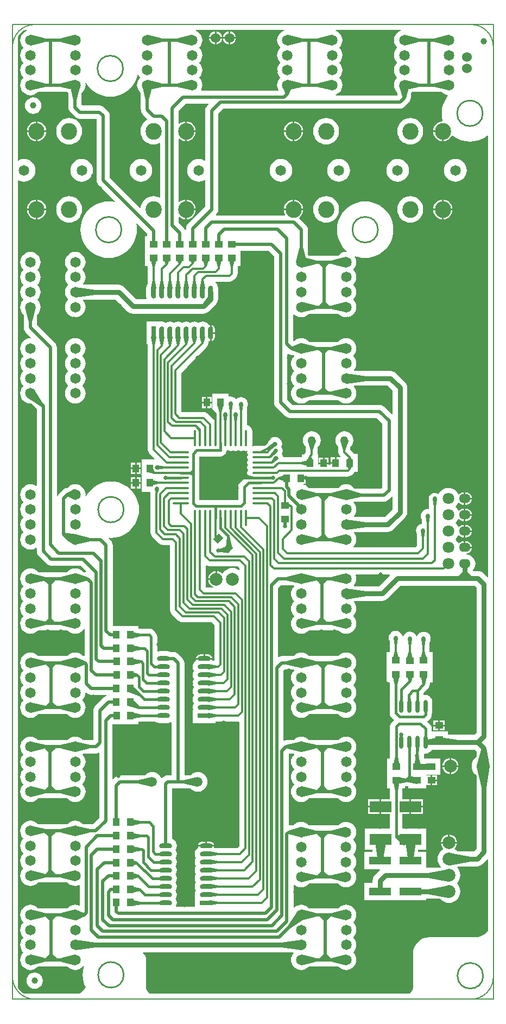
<source format=gtl>
%FSLAX24Y24*%
%MOIN*%
G70*
G01*
G75*
G04 Layer_Physical_Order=1*
G04 Layer_Color=255*
%ADD10C,0.0394*%
%ADD11R,0.0500X0.0400*%
%ADD12R,0.0400X0.0500*%
%ADD13O,0.0800X0.0300*%
%ADD14R,0.0800X0.0300*%
%ADD15R,0.1339X0.0700*%
%ADD16R,0.1339X0.0472*%
%ADD17R,0.1339X0.0472*%
G04:AMPARAMS|DCode=18|XSize=40mil|YSize=50mil|CornerRadius=0mil|HoleSize=0mil|Usage=FLASHONLY|Rotation=135.000|XOffset=0mil|YOffset=0mil|HoleType=Round|Shape=Rectangle|*
%AMROTATEDRECTD18*
4,1,4,0.0318,0.0035,-0.0035,-0.0318,-0.0318,-0.0035,0.0035,0.0318,0.0318,0.0035,0.0*
%
%ADD18ROTATEDRECTD18*%

%ADD19O,0.0160X0.1000*%
%ADD20O,0.1000X0.0160*%
%ADD21O,0.0300X0.0800*%
%ADD22R,0.0300X0.0800*%
%ADD23O,0.0240X0.0800*%
%ADD24C,0.0300*%
%ADD25C,0.0150*%
%ADD26C,0.0120*%
%ADD27C,0.0200*%
%ADD28C,0.0050*%
%ADD29C,0.0100*%
%ADD30C,0.0650*%
%ADD31C,0.0709*%
%ADD32O,0.0709X0.0550*%
%ADD33C,0.0500*%
%ADD34C,0.0591*%
%ADD35C,0.0787*%
%ADD36C,0.0787*%
%ADD37O,0.0980X0.1020*%
%ADD38C,0.0600*%
%ADD39C,0.0250*%
G36*
X28486Y15222D02*
Y14876D01*
X28397Y14803D01*
X28310Y14697D01*
X28246Y14577D01*
X28206Y14446D01*
X28193Y14310D01*
X28206Y14174D01*
X28246Y14043D01*
X28310Y13923D01*
X28397Y13817D01*
X28486Y13744D01*
Y9218D01*
X28332Y9064D01*
X27325D01*
X27293Y9103D01*
X27187Y9190D01*
X27155Y9207D01*
X27151Y9257D01*
X27152Y9258D01*
X27231Y9361D01*
X27281Y9481D01*
X27291Y9560D01*
X26309D01*
X26319Y9481D01*
X26369Y9361D01*
X26448Y9258D01*
X26449Y9257D01*
X26445Y9207D01*
X26413Y9190D01*
X26307Y9103D01*
X26220Y8997D01*
X26156Y8877D01*
X26116Y8746D01*
X26103Y8610D01*
X26116Y8474D01*
X26156Y8343D01*
X26220Y8223D01*
X26307Y8117D01*
Y8103D01*
X26275Y8064D01*
X25409D01*
Y9041D01*
X24893D01*
Y9167D01*
X25399D01*
Y10467D01*
X23938D01*
Y11367D01*
X24380D01*
Y11817D01*
Y12267D01*
X23938D01*
Y12940D01*
X24110D01*
Y13062D01*
X24300D01*
Y12940D01*
X25400D01*
Y13140D01*
X25680D01*
Y13440D01*
Y13740D01*
X25400D01*
Y13790D01*
X26280D01*
Y14790D01*
X25285D01*
X25257Y14832D01*
X25264Y14849D01*
X25279Y14960D01*
X25267Y15049D01*
X25302Y15084D01*
X25360Y15076D01*
X25470Y15091D01*
X25572Y15133D01*
X25660Y15200D01*
X25727Y15288D01*
X25743Y15326D01*
X28382D01*
X28486Y15222D01*
D02*
G37*
G36*
X23336Y30840D02*
Y30078D01*
X22855Y29597D01*
X20973D01*
X20952Y29642D01*
X21010Y29713D01*
X21068Y29821D01*
X21104Y29939D01*
X21116Y30062D01*
X21104Y30184D01*
X21068Y30302D01*
X21010Y30411D01*
X20936Y30501D01*
X20945Y30522D01*
X20965Y30547D01*
X22810D01*
X22810Y30547D01*
X22914Y30560D01*
X23012Y30601D01*
X23095Y30665D01*
X23290Y30859D01*
X23336Y30840D01*
D02*
G37*
G36*
X13301Y33670D02*
X13400Y33657D01*
X13499Y33670D01*
X13555Y33693D01*
X13611Y33670D01*
X13710Y33657D01*
X13809Y33670D01*
X13870Y33695D01*
X13931Y33670D01*
X14030Y33657D01*
X14129Y33670D01*
X14185Y33693D01*
X14241Y33670D01*
X14340Y33657D01*
X14388Y33663D01*
X14423Y33628D01*
X14417Y33580D01*
X14430Y33481D01*
X14453Y33425D01*
X14430Y33369D01*
X14417Y33270D01*
X14430Y33171D01*
X14455Y33110D01*
X14430Y33049D01*
X14417Y32950D01*
X14430Y32851D01*
X14453Y32795D01*
X14430Y32739D01*
X14417Y32640D01*
X14430Y32541D01*
X14455Y32480D01*
X14430Y32419D01*
X14417Y32320D01*
X14430Y32221D01*
X14468Y32128D01*
X14475Y32120D01*
X14455Y32074D01*
X14392Y32065D01*
X14301Y32028D01*
X14223Y31967D01*
X13973Y31717D01*
X13912Y31639D01*
X13875Y31548D01*
X13862Y31450D01*
Y30658D01*
X12460D01*
X12460Y30658D01*
X11468D01*
Y33322D01*
X12760D01*
X12858Y33335D01*
X12949Y33372D01*
X13027Y33433D01*
X13088Y33511D01*
X13125Y33602D01*
X13133Y33664D01*
X13179Y33670D01*
X13240Y33695D01*
X13301Y33670D01*
D02*
G37*
G36*
X26367Y55678D02*
X26462Y55600D01*
X26570Y55542D01*
X26688Y55506D01*
X26706Y55504D01*
X26725Y55458D01*
X26713Y55444D01*
X26587Y55256D01*
X26487Y55053D01*
X26414Y54838D01*
X26370Y54616D01*
X26355Y54390D01*
X26370Y54164D01*
X26414Y53942D01*
X26415Y53937D01*
X26388Y53895D01*
X26307Y53887D01*
X26196Y53854D01*
X26093Y53799D01*
X26004Y53725D01*
X25930Y53635D01*
X25875Y53533D01*
X25841Y53421D01*
X25833Y53336D01*
X26423D01*
Y53286D01*
X26473D01*
Y52678D01*
X26538Y52684D01*
X26650Y52718D01*
X26752Y52773D01*
X26842Y52847D01*
X26916Y52936D01*
X26963Y53025D01*
X27012Y53034D01*
X27032Y53016D01*
X27221Y52890D01*
X27424Y52790D01*
X27638Y52717D01*
X27861Y52673D01*
X28087Y52658D01*
X28313Y52673D01*
X28535Y52717D01*
X28749Y52790D01*
X28952Y52890D01*
X29141Y53016D01*
X29154Y53028D01*
X29200Y53007D01*
Y25917D01*
X29154Y25898D01*
X28891Y26161D01*
X28797Y26233D01*
X28752Y26252D01*
X28687Y26278D01*
X28570Y26294D01*
X28298D01*
X28259Y26333D01*
X28342Y26440D01*
X28400Y26580D01*
X28419Y26730D01*
X28400Y26880D01*
X28342Y27020D01*
X28249Y27140D01*
X28129Y27232D01*
X27989Y27290D01*
X27870Y27306D01*
Y27356D01*
X27937Y27365D01*
X28028Y27402D01*
X28107Y27463D01*
X28167Y27541D01*
X28205Y27632D01*
X28211Y27680D01*
X27760D01*
Y27730D01*
X27710D01*
Y28108D01*
X27681D01*
X27583Y28095D01*
X27492Y28058D01*
X27413Y27997D01*
X27409Y27992D01*
X27359Y27996D01*
X27307Y28095D01*
X27225Y28195D01*
X27213Y28205D01*
Y28255D01*
X27225Y28265D01*
X27307Y28365D01*
X27359Y28464D01*
X27409Y28468D01*
X27413Y28463D01*
X27492Y28402D01*
X27583Y28365D01*
X27681Y28352D01*
X27710D01*
Y28730D01*
Y29108D01*
X27681D01*
X27583Y29095D01*
X27492Y29058D01*
X27413Y28997D01*
X27409Y28992D01*
X27359Y28996D01*
X27307Y29095D01*
X27225Y29195D01*
X27213Y29205D01*
Y29255D01*
X27225Y29265D01*
X27307Y29365D01*
X27359Y29464D01*
X27409Y29468D01*
X27413Y29463D01*
X27492Y29402D01*
X27583Y29365D01*
X27681Y29352D01*
X27710D01*
Y29730D01*
Y30108D01*
X27681D01*
X27583Y30095D01*
X27492Y30058D01*
X27413Y29997D01*
X27409Y29992D01*
X27359Y29996D01*
X27307Y30095D01*
X27225Y30195D01*
X27213Y30205D01*
Y30255D01*
X27225Y30265D01*
X27307Y30365D01*
X27359Y30464D01*
X27409Y30468D01*
X27413Y30463D01*
X27492Y30402D01*
X27583Y30365D01*
X27681Y30352D01*
X27710D01*
Y30730D01*
Y31108D01*
X27681D01*
X27583Y31095D01*
X27492Y31058D01*
X27413Y30997D01*
X27409Y30992D01*
X27359Y30996D01*
X27307Y31095D01*
X27225Y31195D01*
X27125Y31277D01*
X27012Y31337D01*
X26888Y31375D01*
X26760Y31388D01*
X26632Y31375D01*
X26508Y31337D01*
X26395Y31277D01*
X26295Y31195D01*
X26213Y31095D01*
X26176Y31025D01*
X26127Y31015D01*
X26102Y31034D01*
X26014Y31071D01*
X25920Y31083D01*
X25826Y31071D01*
X25738Y31034D01*
X25663Y30977D01*
X25606Y30902D01*
X25569Y30814D01*
X25557Y30720D01*
Y30125D01*
X25519Y30092D01*
X25490Y30096D01*
X25379Y30082D01*
X25276Y30039D01*
X25187Y29971D01*
X25119Y29882D01*
X25076Y29778D01*
X25061Y29667D01*
X25076Y29557D01*
X25119Y29453D01*
X25127Y29443D01*
Y29189D01*
X25089Y29184D01*
X24986Y29141D01*
X24897Y29073D01*
X24829Y28984D01*
X24786Y28881D01*
X24771Y28770D01*
X24786Y28659D01*
X24829Y28556D01*
X24837Y28545D01*
Y27840D01*
X24740Y27743D01*
X20960D01*
X20939Y27788D01*
X21010Y27875D01*
X21068Y27984D01*
X21104Y28102D01*
X21116Y28224D01*
X21104Y28347D01*
X21068Y28465D01*
X21010Y28573D01*
X20952Y28644D01*
X20973Y28689D01*
X23043D01*
X23161Y28705D01*
X23225Y28731D01*
X23270Y28750D01*
X23364Y28822D01*
X23364Y28822D01*
X23364Y28822D01*
X24111Y29569D01*
X24111Y29569D01*
X24111Y29569D01*
X24183Y29663D01*
X24228Y29773D01*
X24244Y29890D01*
Y37540D01*
X24228Y37657D01*
X24183Y37767D01*
X24111Y37861D01*
X23535Y38436D01*
X23441Y38509D01*
X23332Y38554D01*
X23215Y38569D01*
X20973D01*
X20952Y38615D01*
X21010Y38685D01*
X21068Y38794D01*
X21104Y38912D01*
X21116Y39034D01*
X21104Y39157D01*
X21068Y39274D01*
X21010Y39383D01*
X20932Y39478D01*
Y39509D01*
X21010Y39604D01*
X21068Y39712D01*
X21104Y39830D01*
X21116Y39953D01*
X21104Y40075D01*
X21068Y40193D01*
X21010Y40302D01*
X20932Y40397D01*
X20837Y40475D01*
X20728Y40533D01*
X20610Y40569D01*
X20488Y40581D01*
X20365Y40569D01*
X20248Y40533D01*
X20139Y40475D01*
X20044Y40397D01*
X20010Y40356D01*
X18209D01*
X18176Y40397D01*
X18081Y40475D01*
X17972Y40533D01*
X17854Y40569D01*
X17732Y40581D01*
X17609Y40569D01*
X17492Y40533D01*
X17383Y40475D01*
X17289Y40397D01*
X17285Y40399D01*
X17243Y40433D01*
Y42026D01*
X17289Y42047D01*
X17383Y41970D01*
X17492Y41912D01*
X17609Y41876D01*
X17732Y41864D01*
X17854Y41876D01*
X17972Y41912D01*
X18081Y41970D01*
X18176Y42048D01*
X18209Y42089D01*
X20010D01*
X20044Y42048D01*
X20139Y41970D01*
X20248Y41912D01*
X20365Y41876D01*
X20488Y41864D01*
X20610Y41876D01*
X20728Y41912D01*
X20837Y41970D01*
X20932Y42048D01*
X21010Y42143D01*
X21068Y42252D01*
X21104Y42370D01*
X21116Y42492D01*
X21104Y42615D01*
X21068Y42732D01*
X21010Y42841D01*
X20932Y42936D01*
Y42967D01*
X21010Y43062D01*
X21068Y43170D01*
X21104Y43288D01*
X21116Y43411D01*
X21104Y43533D01*
X21068Y43651D01*
X21010Y43760D01*
X20932Y43855D01*
Y43885D01*
X21010Y43980D01*
X21068Y44089D01*
X21104Y44207D01*
X21116Y44329D01*
X21104Y44452D01*
X21068Y44570D01*
X21010Y44678D01*
X20932Y44773D01*
Y44804D01*
X21010Y44899D01*
X21068Y45008D01*
X21104Y45126D01*
X21116Y45248D01*
X21104Y45371D01*
X21068Y45488D01*
X21016Y45587D01*
X21048Y45625D01*
X21205Y45571D01*
X21428Y45527D01*
X21654Y45512D01*
X21880Y45527D01*
X22102Y45571D01*
X22316Y45644D01*
X22519Y45744D01*
X22708Y45870D01*
X22878Y46020D01*
X23027Y46190D01*
X23153Y46378D01*
X23253Y46581D01*
X23326Y46796D01*
X23370Y47018D01*
X23385Y47244D01*
X23370Y47470D01*
X23326Y47692D01*
X23253Y47907D01*
X23153Y48110D01*
X23027Y48298D01*
X22878Y48469D01*
X22708Y48618D01*
X22519Y48744D01*
X22316Y48844D01*
X22102Y48917D01*
X21880Y48961D01*
X21654Y48976D01*
X21428Y48961D01*
X21205Y48917D01*
X20991Y48844D01*
X20788Y48744D01*
X20599Y48618D01*
X20429Y48469D01*
X20280Y48298D01*
X20154Y48110D01*
X20054Y47907D01*
X19981Y47692D01*
X19937Y47470D01*
X19922Y47244D01*
X19937Y47018D01*
X19981Y46796D01*
X20054Y46581D01*
X20154Y46378D01*
X20280Y46190D01*
X20429Y46020D01*
X20545Y45918D01*
X20525Y45872D01*
X20488Y45876D01*
X20365Y45864D01*
X20248Y45828D01*
X20139Y45770D01*
X20044Y45692D01*
X20010Y45651D01*
X18860D01*
X18860Y45651D01*
X18860Y45651D01*
X18209D01*
X18176Y45692D01*
X18135Y45725D01*
Y47248D01*
X18135Y47248D01*
X18122Y47352D01*
X18081Y47450D01*
X18017Y47533D01*
X18017Y47533D01*
X17607Y47943D01*
X17610Y47993D01*
X17675Y48047D01*
X17749Y48136D01*
X17803Y48239D01*
X17837Y48350D01*
X17845Y48436D01*
X16666D01*
X16674Y48350D01*
X16708Y48239D01*
X16747Y48166D01*
X16721Y48123D01*
X12509D01*
X12490Y48170D01*
X12515Y48195D01*
X12579Y48278D01*
X12620Y48376D01*
X12633Y48480D01*
Y54373D01*
X12937Y54677D01*
X23790D01*
X23790Y54677D01*
X23894Y54690D01*
X23992Y54731D01*
X24075Y54795D01*
X24340Y55060D01*
X24340Y55060D01*
X24404Y55143D01*
X24444Y55240D01*
X24444Y55240D01*
X24444Y55240D01*
Y55240D01*
X24458Y55345D01*
X24458Y55345D01*
Y55645D01*
X24499Y55678D01*
X24532Y55719D01*
X26333D01*
X26367Y55678D01*
D02*
G37*
G36*
X8793Y17017D02*
X8903Y16972D01*
X9020Y16956D01*
X9520D01*
X9637Y16972D01*
X9715Y17004D01*
X9757Y16976D01*
Y13747D01*
X9533D01*
X9428Y13733D01*
X9331Y13693D01*
X9248Y13629D01*
X9184Y13565D01*
X9135Y13573D01*
X9080Y13676D01*
X9006Y13766D01*
X8915Y13841D01*
X8811Y13896D01*
X8699Y13930D01*
X8583Y13941D01*
X8466Y13930D01*
X8354Y13896D01*
X8250Y13841D01*
X8160Y13766D01*
X8144Y13747D01*
X6603D01*
X6603Y13747D01*
X6499Y13733D01*
X6402Y13693D01*
X6318Y13629D01*
X6318Y13629D01*
X6190Y13500D01*
X6143Y13519D01*
Y16870D01*
X7750D01*
Y17042D01*
X8761D01*
X8793Y17017D01*
D02*
G37*
G36*
X23169Y26021D02*
X22502Y25354D01*
X20973D01*
X20952Y25399D01*
X21010Y25470D01*
X21068Y25579D01*
X21104Y25696D01*
X21116Y25819D01*
X21104Y25941D01*
X21078Y26027D01*
X21108Y26067D01*
X23150D01*
X23169Y26021D01*
D02*
G37*
G36*
X11918Y26636D02*
X12006Y26599D01*
X12100Y26587D01*
X13820D01*
X13947Y26460D01*
Y26377D01*
X13902Y26356D01*
X13897Y26360D01*
X13777Y26424D01*
X13646Y26464D01*
X13510Y26477D01*
X13374Y26464D01*
X13243Y26424D01*
X13123Y26360D01*
X13017Y26273D01*
X12930Y26167D01*
X12913Y26135D01*
X12863Y26131D01*
X12862Y26132D01*
X12759Y26211D01*
X12639Y26261D01*
X12560Y26271D01*
Y25780D01*
X12510D01*
Y25730D01*
X12019D01*
X12029Y25651D01*
X12079Y25531D01*
X12158Y25428D01*
X12261Y25349D01*
X12325Y25322D01*
X12315Y25273D01*
X11880D01*
X11873Y25280D01*
Y26614D01*
X11918Y26636D01*
X11918Y26636D01*
D02*
G37*
G36*
X885Y59465D02*
X862Y59458D01*
X753Y59400D01*
X658Y59322D01*
X580Y59227D01*
X522Y59118D01*
X486Y59000D01*
X474Y58878D01*
X486Y58755D01*
X522Y58638D01*
X580Y58529D01*
X658Y58434D01*
Y58403D01*
X580Y58308D01*
X522Y58200D01*
X486Y58082D01*
X474Y57959D01*
X486Y57837D01*
X522Y57719D01*
X580Y57610D01*
X658Y57515D01*
Y57485D01*
X580Y57390D01*
X522Y57281D01*
X486Y57163D01*
X474Y57041D01*
X486Y56918D01*
X522Y56800D01*
X580Y56692D01*
X658Y56597D01*
Y56566D01*
X580Y56471D01*
X522Y56362D01*
X486Y56245D01*
X474Y56122D01*
X486Y56000D01*
X522Y55882D01*
X580Y55773D01*
X658Y55678D01*
X753Y55600D01*
X862Y55542D01*
X980Y55506D01*
X1102Y55494D01*
X1225Y55506D01*
X1342Y55542D01*
X1451Y55600D01*
X1546Y55678D01*
X1579Y55719D01*
X3381D01*
X3414Y55678D01*
X3437Y55659D01*
Y54760D01*
X3437Y54760D01*
X3450Y54656D01*
X3491Y54558D01*
X3555Y54475D01*
X3855Y54175D01*
X3938Y54111D01*
X4036Y54070D01*
X4140Y54057D01*
X5167D01*
Y50270D01*
X5167Y50270D01*
X5180Y50166D01*
X5221Y50068D01*
X5285Y49985D01*
X6292Y48978D01*
X6268Y48934D01*
X6132Y48961D01*
X5906Y48976D01*
X5679Y48961D01*
X5457Y48917D01*
X5243Y48844D01*
X5040Y48744D01*
X4851Y48618D01*
X4681Y48469D01*
X4532Y48298D01*
X4406Y48110D01*
X4306Y47907D01*
X4233Y47692D01*
X4189Y47470D01*
X4174Y47244D01*
X4189Y47018D01*
X4233Y46796D01*
X4306Y46581D01*
X4406Y46378D01*
X4532Y46190D01*
X4681Y46020D01*
X4851Y45870D01*
X5040Y45744D01*
X5243Y45644D01*
X5457Y45571D01*
X5679Y45527D01*
X5906Y45512D01*
X6132Y45527D01*
X6354Y45571D01*
X6568Y45644D01*
X6771Y45744D01*
X6960Y45870D01*
X7130Y46020D01*
X7279Y46190D01*
X7405Y46378D01*
X7505Y46581D01*
X7578Y46796D01*
X7622Y47018D01*
X7637Y47244D01*
X7622Y47470D01*
X7595Y47607D01*
X7639Y47630D01*
X8266Y47003D01*
Y46845D01*
X8120D01*
Y45845D01*
Y44995D01*
X8307D01*
Y43916D01*
X8277Y43877D01*
X8232Y43767D01*
X8216Y43650D01*
Y43150D01*
X8232Y43033D01*
X8206Y42994D01*
X7578D01*
X6840Y43732D01*
X6746Y43804D01*
X6637Y43849D01*
X6519Y43865D01*
X4344D01*
X4322Y43910D01*
X4380Y43980D01*
X4438Y44089D01*
X4474Y44207D01*
X4486Y44329D01*
X4474Y44452D01*
X4438Y44570D01*
X4380Y44678D01*
X4302Y44773D01*
Y44804D01*
X4380Y44899D01*
X4438Y45008D01*
X4474Y45126D01*
X4486Y45248D01*
X4474Y45371D01*
X4438Y45488D01*
X4380Y45597D01*
X4302Y45692D01*
X4207Y45770D01*
X4098Y45828D01*
X3980Y45864D01*
X3858Y45876D01*
X3735Y45864D01*
X3618Y45828D01*
X3509Y45770D01*
X3414Y45692D01*
X3336Y45597D01*
X3278Y45488D01*
X3242Y45371D01*
X3230Y45248D01*
X3242Y45126D01*
X3278Y45008D01*
X3336Y44899D01*
X3414Y44804D01*
Y44773D01*
X3336Y44678D01*
X3278Y44570D01*
X3242Y44452D01*
X3230Y44329D01*
X3242Y44207D01*
X3278Y44089D01*
X3336Y43980D01*
X3414Y43885D01*
Y43855D01*
X3336Y43760D01*
X3278Y43651D01*
X3242Y43533D01*
X3230Y43411D01*
X3242Y43288D01*
X3278Y43170D01*
X3336Y43062D01*
X3414Y42967D01*
Y42936D01*
X3336Y42841D01*
X3278Y42732D01*
X3242Y42615D01*
X3230Y42492D01*
X3242Y42370D01*
X3278Y42252D01*
X3336Y42143D01*
X3414Y42048D01*
X3509Y41970D01*
X3618Y41912D01*
X3735Y41876D01*
X3858Y41864D01*
X3980Y41876D01*
X4098Y41912D01*
X4207Y41970D01*
X4302Y42048D01*
X4380Y42143D01*
X4438Y42252D01*
X4474Y42370D01*
X4486Y42492D01*
X4474Y42615D01*
X4438Y42732D01*
X4380Y42841D01*
X4322Y42912D01*
X4344Y42957D01*
X6331D01*
X7069Y42219D01*
X7069D01*
X7069Y42219D01*
X7069Y42219D01*
Y42219D01*
X7163Y42147D01*
X7273Y42102D01*
X7390Y42086D01*
X11720D01*
X11837Y42102D01*
X11902Y42128D01*
X11947Y42147D01*
X12041Y42219D01*
X12041Y42219D01*
X12041Y42219D01*
X12491Y42669D01*
X12491Y42669D01*
X12491Y42669D01*
X12563Y42763D01*
X12608Y42873D01*
X12624Y42990D01*
Y43400D01*
Y43650D01*
X12608Y43767D01*
X12563Y43877D01*
X12491Y43971D01*
X12441Y44010D01*
X12457Y44057D01*
X13330D01*
X13424Y44069D01*
X13512Y44106D01*
X13587Y44163D01*
X13587Y44163D01*
X13587Y44163D01*
X13720Y44296D01*
X13720Y44296D01*
X13720Y44296D01*
X13778Y44372D01*
X13788Y44397D01*
X13814Y44459D01*
X13826Y44553D01*
X13826Y44553D01*
Y44995D01*
X14013D01*
Y45845D01*
Y45942D01*
X15728D01*
X16057Y45613D01*
Y36660D01*
X16057Y36660D01*
X16070Y36556D01*
X16111Y36458D01*
X16175Y36375D01*
X16745Y35805D01*
X16745Y35805D01*
X16828Y35741D01*
X16828Y35741D01*
X16828Y35741D01*
D01*
X16828Y35741D01*
X16828Y35741D01*
X16926Y35700D01*
X17030Y35687D01*
X17030Y35687D01*
X22363D01*
X22717Y35333D01*
Y31427D01*
X22643Y31353D01*
X20990D01*
X20932Y31424D01*
X20837Y31502D01*
X20728Y31561D01*
X20610Y31596D01*
X20488Y31608D01*
X20365Y31596D01*
X20248Y31561D01*
X20139Y31502D01*
X20044Y31424D01*
X20010Y31384D01*
X18209D01*
X18176Y31424D01*
X18081Y31502D01*
X17972Y31561D01*
X17873Y31591D01*
X17881Y31640D01*
X17995D01*
Y31940D01*
X17695D01*
Y32040D01*
X17995D01*
Y32087D01*
X20590D01*
X20684Y32099D01*
X20772Y32136D01*
X20847Y32193D01*
X20957Y32303D01*
X20957Y32303D01*
X21008Y32370D01*
X21195D01*
Y33470D01*
X20991D01*
X20952Y33522D01*
X20743Y33730D01*
Y33895D01*
X20772Y33918D01*
X20860Y34033D01*
X20916Y34166D01*
X20935Y34310D01*
X20916Y34454D01*
X20860Y34587D01*
X20772Y34702D01*
X20657Y34790D01*
X20524Y34846D01*
X20380Y34865D01*
X20236Y34846D01*
X20103Y34790D01*
X19988Y34702D01*
X19900Y34587D01*
X19844Y34454D01*
X19825Y34310D01*
X19844Y34166D01*
X19900Y34033D01*
X19988Y33918D01*
X20017Y33895D01*
Y33580D01*
X20029Y33486D01*
X20066Y33398D01*
X20123Y33323D01*
X20130Y33316D01*
X20111Y33270D01*
X19895D01*
Y32920D01*
X19845D01*
Y32870D01*
X19545D01*
Y32813D01*
X19415D01*
Y32860D01*
X18815D01*
Y32813D01*
X18765D01*
Y33460D01*
X18743D01*
Y33895D01*
X18772Y33918D01*
X18860Y34033D01*
X18916Y34166D01*
X18935Y34310D01*
X18916Y34454D01*
X18860Y34587D01*
X18772Y34702D01*
X18657Y34790D01*
X18524Y34846D01*
X18380Y34865D01*
X18236Y34846D01*
X18103Y34790D01*
X17988Y34702D01*
X17900Y34587D01*
X17844Y34454D01*
X17825Y34310D01*
X17844Y34166D01*
X17900Y34033D01*
X17988Y33918D01*
X18017Y33895D01*
Y33590D01*
X18008Y33582D01*
X17951Y33507D01*
X17931Y33460D01*
X17765D01*
Y33273D01*
X16622D01*
X16614Y33331D01*
X16571Y33434D01*
X16546Y33467D01*
X16584Y33559D01*
X16599Y33670D01*
X16584Y33781D01*
X16541Y33884D01*
X16518Y33915D01*
X16544Y33979D01*
X16559Y34090D01*
X16544Y34201D01*
X16501Y34304D01*
X16433Y34393D01*
X16344Y34461D01*
X16241Y34504D01*
X16130Y34519D01*
X16019Y34504D01*
X15916Y34461D01*
X15827Y34393D01*
X15759Y34304D01*
X15716Y34201D01*
X15714Y34188D01*
X15490Y33963D01*
X14800D01*
X14752Y33957D01*
X14717Y33992D01*
X14723Y34040D01*
Y34880D01*
X14710Y34979D01*
X14672Y35072D01*
X14611Y35151D01*
X14532Y35212D01*
X14439Y35250D01*
X14393Y35256D01*
Y36315D01*
X14401Y36326D01*
X14444Y36429D01*
X14459Y36540D01*
X14444Y36651D01*
X14401Y36754D01*
X14333Y36843D01*
X14244Y36911D01*
X14141Y36954D01*
X14030Y36969D01*
X13919Y36954D01*
X13816Y36911D01*
X13731Y36846D01*
X13703Y36883D01*
X13614Y36951D01*
X13511Y36994D01*
X13400Y37009D01*
X13308Y36997D01*
X13270Y37029D01*
Y37180D01*
X12270D01*
Y36080D01*
X12407D01*
Y35602D01*
X12361Y35583D01*
X12007Y35937D01*
X11932Y35994D01*
X11844Y36031D01*
X11750Y36043D01*
X10390D01*
X10353Y36080D01*
Y38450D01*
X10687Y38783D01*
X10687Y38783D01*
X10687Y38783D01*
X10720Y38826D01*
X11917Y40023D01*
X11917Y40023D01*
X11974Y40098D01*
X11985Y40124D01*
X12011Y40186D01*
X12023Y40280D01*
X12023Y40280D01*
Y40371D01*
X12062Y40422D01*
X12072Y40415D01*
X12120Y40405D01*
Y40620D01*
X12124Y40650D01*
Y40900D01*
Y41150D01*
X12120Y41180D01*
Y41395D01*
X12072Y41385D01*
X12062Y41378D01*
X11991Y41471D01*
X11897Y41543D01*
X11787Y41588D01*
X11670Y41604D01*
X11553Y41588D01*
X11443Y41543D01*
X11420Y41525D01*
X11397Y41543D01*
X11287Y41588D01*
X11170Y41604D01*
X11053Y41588D01*
X10943Y41543D01*
X10920Y41525D01*
X10897Y41543D01*
X10787Y41588D01*
X10670Y41604D01*
X10553Y41588D01*
X10443Y41543D01*
X10420Y41525D01*
X10397Y41543D01*
X10287Y41588D01*
X10170Y41604D01*
X10053Y41588D01*
X9943Y41543D01*
X9920Y41525D01*
X9897Y41543D01*
X9787Y41588D01*
X9670Y41604D01*
X9553Y41588D01*
X9443Y41543D01*
X9420Y41525D01*
X9397Y41543D01*
X9287Y41588D01*
X9170Y41604D01*
X9123Y41598D01*
X9120Y41600D01*
Y41600D01*
X8220D01*
Y40200D01*
X8307D01*
Y33751D01*
X8319Y33657D01*
X8356Y33570D01*
X8413Y33494D01*
X8721Y33186D01*
X8702Y33140D01*
X7930D01*
Y32250D01*
X7920Y32250D01*
D01*
X7915D01*
X7880Y32285D01*
Y32540D01*
X7630D01*
Y32240D01*
X7880D01*
Y32240D01*
X7885D01*
X7920Y32205D01*
Y31150D01*
X8447D01*
X8480Y31112D01*
X8477Y31091D01*
Y28660D01*
X8489Y28566D01*
X8526Y28478D01*
X8583Y28403D01*
X8583Y28403D01*
X8583Y28403D01*
D01*
X8583D01*
Y28403D01*
D01*
X8993Y27993D01*
X8993Y27993D01*
X9068Y27936D01*
X9105Y27921D01*
X9156Y27899D01*
X9250Y27887D01*
X9250Y27887D01*
X9670D01*
X9677Y27880D01*
Y23900D01*
X9689Y23806D01*
X9726Y23718D01*
X9783Y23643D01*
X9783Y23643D01*
X9783Y23643D01*
X10173Y23253D01*
X10248Y23196D01*
X10336Y23159D01*
X10430Y23147D01*
X12220D01*
X12407Y22960D01*
Y20773D01*
X12286D01*
X12248Y20802D01*
X12256Y20812D01*
X12265Y20860D01*
X12050D01*
X12020Y20864D01*
X11520D01*
X11490Y20860D01*
X11275D01*
X11285Y20812D01*
X11292Y20802D01*
X11199Y20731D01*
X11127Y20637D01*
X11082Y20527D01*
X11066Y20410D01*
X11082Y20293D01*
X11127Y20183D01*
X11145Y20160D01*
X11127Y20137D01*
X11082Y20027D01*
X11066Y19910D01*
X11082Y19793D01*
X11127Y19683D01*
X11145Y19660D01*
X11127Y19637D01*
X11082Y19527D01*
X11066Y19410D01*
X11082Y19293D01*
X11127Y19183D01*
X11145Y19160D01*
X11127Y19137D01*
X11082Y19027D01*
X11066Y18910D01*
X11082Y18793D01*
X11127Y18683D01*
X11145Y18660D01*
X11127Y18637D01*
X11082Y18527D01*
X11066Y18410D01*
X11082Y18293D01*
X11127Y18183D01*
X11145Y18160D01*
X11127Y18137D01*
X11082Y18027D01*
X11066Y17910D01*
X11072Y17863D01*
X11070Y17860D01*
X11070D01*
Y16960D01*
X12470D01*
Y17047D01*
X13860D01*
X13909Y17053D01*
X13947Y17020D01*
Y9420D01*
X13807Y9280D01*
X12406D01*
X12368Y9309D01*
X12375Y9320D01*
X12385Y9367D01*
X12169D01*
X12140Y9371D01*
X11640D01*
X11610Y9367D01*
X11395D01*
X11404Y9320D01*
X11411Y9309D01*
X11319Y9238D01*
X11247Y9144D01*
X11201Y9035D01*
X11186Y8917D01*
X11201Y8800D01*
X11247Y8690D01*
X11264Y8667D01*
X11247Y8644D01*
X11201Y8535D01*
X11186Y8417D01*
X11201Y8300D01*
X11247Y8190D01*
X11264Y8167D01*
X11247Y8144D01*
X11201Y8035D01*
X11186Y7917D01*
X11201Y7800D01*
X11247Y7690D01*
X11264Y7667D01*
X11247Y7644D01*
X11201Y7535D01*
X11186Y7417D01*
X11201Y7300D01*
X11247Y7190D01*
X11264Y7167D01*
X11247Y7144D01*
X11201Y7035D01*
X11186Y6917D01*
X11201Y6800D01*
X11247Y6690D01*
X11264Y6667D01*
X11247Y6644D01*
X11201Y6535D01*
X11186Y6417D01*
X11192Y6370D01*
X11190Y6367D01*
X11190D01*
Y5683D01*
X10075D01*
X10047Y5725D01*
X10078Y5800D01*
X10094Y5917D01*
X10078Y6035D01*
X10033Y6144D01*
X10015Y6167D01*
X10033Y6190D01*
X10078Y6300D01*
X10094Y6417D01*
X10078Y6535D01*
X10033Y6644D01*
X10015Y6667D01*
X10033Y6690D01*
X10078Y6800D01*
X10094Y6917D01*
X10078Y7035D01*
X10033Y7144D01*
X10015Y7167D01*
X10033Y7190D01*
X10078Y7300D01*
X10094Y7417D01*
X10078Y7535D01*
X10033Y7644D01*
X10015Y7667D01*
X10033Y7690D01*
X10078Y7800D01*
X10094Y7917D01*
X10078Y8035D01*
X10033Y8144D01*
X10015Y8167D01*
X10033Y8190D01*
X10078Y8300D01*
X10094Y8417D01*
X10078Y8535D01*
X10033Y8644D01*
X10015Y8667D01*
X10033Y8690D01*
X10078Y8800D01*
X10094Y8917D01*
X10078Y9035D01*
X10033Y9144D01*
X10015Y9167D01*
X10033Y9190D01*
X10078Y9300D01*
X10094Y9417D01*
X10078Y9535D01*
X10033Y9644D01*
X9961Y9738D01*
X9867Y9810D01*
X9793Y9841D01*
Y12940D01*
X10944D01*
X10960Y12920D01*
X11050Y12846D01*
X11154Y12791D01*
X11266Y12757D01*
X11383Y12745D01*
X11499Y12757D01*
X11611Y12791D01*
X11715Y12846D01*
X11806Y12920D01*
X11880Y13011D01*
X11935Y13114D01*
X11969Y13227D01*
X11981Y13343D01*
X11969Y13460D01*
X11935Y13572D01*
X11880Y13676D01*
X11806Y13766D01*
X11715Y13841D01*
X11611Y13896D01*
X11499Y13930D01*
X11383Y13941D01*
X11266Y13930D01*
X11154Y13896D01*
X11050Y13841D01*
X10960Y13766D01*
X10944Y13747D01*
X10563D01*
Y20640D01*
X10563Y20640D01*
X10550Y20744D01*
X10509Y20842D01*
X10445Y20925D01*
X10445Y20925D01*
X10175Y21195D01*
X10092Y21259D01*
X9994Y21300D01*
X9890Y21313D01*
X9890Y21313D01*
X9722D01*
X9637Y21348D01*
X9520Y21364D01*
X9020D01*
X8926Y21351D01*
X8888Y21384D01*
Y22260D01*
X8875Y22358D01*
X8838Y22449D01*
X8777Y22527D01*
X8667Y22637D01*
X8589Y22698D01*
X8498Y22735D01*
X8400Y22748D01*
X7730D01*
Y22920D01*
X6153D01*
Y27880D01*
X6153Y27880D01*
X6140Y27984D01*
X6099Y28082D01*
X6035Y28165D01*
X5911Y28289D01*
X5932Y28335D01*
X6043Y28327D01*
X6269Y28342D01*
X6491Y28386D01*
X6706Y28459D01*
X6909Y28559D01*
X7097Y28685D01*
X7268Y28835D01*
X7417Y29005D01*
X7543Y29193D01*
X7643Y29396D01*
X7716Y29611D01*
X7760Y29833D01*
X7775Y30059D01*
X7760Y30285D01*
X7716Y30507D01*
X7643Y30722D01*
X7543Y30925D01*
X7417Y31113D01*
X7268Y31284D01*
X7097Y31433D01*
X6909Y31559D01*
X6706Y31659D01*
X6491Y31732D01*
X6269Y31776D01*
X6043Y31791D01*
X5817Y31776D01*
X5595Y31732D01*
X5381Y31659D01*
X5177Y31559D01*
X4989Y31433D01*
X4819Y31284D01*
X4669Y31113D01*
X4544Y30925D01*
X4527Y30890D01*
X4478Y30904D01*
X4486Y30980D01*
X4474Y31103D01*
X4438Y31221D01*
X4380Y31329D01*
X4302Y31424D01*
X4207Y31502D01*
X4098Y31561D01*
X3980Y31596D01*
X3858Y31608D01*
X3735Y31596D01*
X3618Y31561D01*
X3509Y31502D01*
X3414Y31424D01*
X3381Y31384D01*
X3380D01*
X3276Y31370D01*
X3179Y31330D01*
X3142Y31302D01*
X3095Y31266D01*
X3095Y31266D01*
X2865Y31035D01*
X2801Y30952D01*
X2772Y30884D01*
X2723Y30894D01*
Y40010D01*
X2723Y40010D01*
X2710Y40114D01*
X2669Y40212D01*
X2605Y40295D01*
X2605Y40295D01*
X1505Y41395D01*
Y42015D01*
X1546Y42048D01*
X1624Y42143D01*
X1682Y42252D01*
X1718Y42370D01*
X1730Y42492D01*
X1718Y42615D01*
X1682Y42732D01*
X1624Y42841D01*
X1546Y42936D01*
Y42967D01*
X1624Y43062D01*
X1682Y43170D01*
X1718Y43288D01*
X1730Y43411D01*
X1718Y43533D01*
X1682Y43651D01*
X1624Y43760D01*
X1546Y43855D01*
Y43885D01*
X1624Y43980D01*
X1682Y44089D01*
X1718Y44207D01*
X1730Y44329D01*
X1718Y44452D01*
X1682Y44570D01*
X1624Y44678D01*
X1546Y44773D01*
Y44804D01*
X1624Y44899D01*
X1682Y45008D01*
X1718Y45126D01*
X1730Y45248D01*
X1718Y45371D01*
X1682Y45488D01*
X1624Y45597D01*
X1546Y45692D01*
X1451Y45770D01*
X1342Y45828D01*
X1225Y45864D01*
X1102Y45876D01*
X980Y45864D01*
X862Y45828D01*
X753Y45770D01*
X658Y45692D01*
X580Y45597D01*
X522Y45488D01*
X486Y45371D01*
X474Y45248D01*
X486Y45126D01*
X522Y45008D01*
X580Y44899D01*
X658Y44804D01*
Y44773D01*
X580Y44678D01*
X522Y44570D01*
X486Y44452D01*
X474Y44329D01*
X486Y44207D01*
X522Y44089D01*
X580Y43980D01*
X658Y43885D01*
Y43855D01*
X580Y43760D01*
X522Y43651D01*
X486Y43533D01*
X474Y43411D01*
X486Y43288D01*
X522Y43170D01*
X580Y43062D01*
X658Y42967D01*
Y42936D01*
X580Y42841D01*
X522Y42732D01*
X486Y42615D01*
X474Y42492D01*
X486Y42370D01*
X522Y42252D01*
X580Y42143D01*
X658Y42048D01*
X699Y42015D01*
Y41228D01*
X699Y41228D01*
X712Y41124D01*
X753Y41026D01*
X817Y40943D01*
X1135Y40625D01*
X1113Y40580D01*
X1102Y40581D01*
X980Y40569D01*
X862Y40533D01*
X753Y40475D01*
X658Y40397D01*
X580Y40302D01*
X522Y40193D01*
X486Y40075D01*
X474Y39953D01*
X486Y39830D01*
X522Y39712D01*
X580Y39604D01*
X658Y39509D01*
Y39478D01*
X580Y39383D01*
X522Y39274D01*
X486Y39157D01*
X474Y39034D01*
X486Y38912D01*
X522Y38794D01*
X580Y38685D01*
X658Y38590D01*
Y38560D01*
X580Y38464D01*
X522Y38356D01*
X486Y38238D01*
X474Y38115D01*
X486Y37993D01*
X522Y37875D01*
X580Y37767D01*
X658Y37671D01*
Y37641D01*
X580Y37546D01*
X522Y37437D01*
X486Y37319D01*
X474Y37197D01*
X486Y37074D01*
X522Y36957D01*
X580Y36848D01*
X658Y36753D01*
X753Y36675D01*
X862Y36617D01*
X980Y36581D01*
X1102Y36569D01*
X1154Y36574D01*
X1487Y36242D01*
Y31532D01*
X1444Y31506D01*
X1342Y31561D01*
X1225Y31596D01*
X1102Y31608D01*
X980Y31596D01*
X862Y31561D01*
X753Y31502D01*
X658Y31424D01*
X580Y31329D01*
X522Y31221D01*
X486Y31103D01*
X474Y30980D01*
X486Y30858D01*
X522Y30740D01*
X580Y30631D01*
X658Y30536D01*
Y30506D01*
X580Y30411D01*
X522Y30302D01*
X486Y30184D01*
X474Y30062D01*
X486Y29939D01*
X522Y29821D01*
X580Y29713D01*
X658Y29618D01*
Y29587D01*
X580Y29492D01*
X522Y29383D01*
X486Y29266D01*
X474Y29143D01*
X486Y29021D01*
X522Y28903D01*
X580Y28794D01*
X658Y28699D01*
Y28668D01*
X580Y28573D01*
X522Y28465D01*
X486Y28347D01*
X474Y28224D01*
X486Y28102D01*
X522Y27984D01*
X580Y27875D01*
X658Y27780D01*
X753Y27702D01*
X862Y27644D01*
X980Y27608D01*
X1102Y27596D01*
X1225Y27608D01*
X1342Y27644D01*
X1444Y27698D01*
X1487Y27673D01*
Y27510D01*
X1487Y27510D01*
X1500Y27406D01*
X1541Y27308D01*
X1605Y27225D01*
X2095Y26735D01*
X2095Y26735D01*
X2178Y26671D01*
X2178Y26671D01*
X2178Y26671D01*
D01*
X2178Y26671D01*
X2178Y26671D01*
X2276Y26630D01*
X2380Y26617D01*
X2380Y26617D01*
X4173D01*
X4521Y26269D01*
X4502Y26222D01*
X4335D01*
X4302Y26263D01*
X4207Y26341D01*
X4098Y26399D01*
X3980Y26435D01*
X3858Y26447D01*
X3735Y26435D01*
X3618Y26399D01*
X3509Y26341D01*
X3414Y26263D01*
X3381Y26222D01*
X1579D01*
X1546Y26263D01*
X1451Y26341D01*
X1342Y26399D01*
X1225Y26435D01*
X1102Y26447D01*
X980Y26435D01*
X862Y26399D01*
X753Y26341D01*
X658Y26263D01*
X580Y26168D01*
X522Y26059D01*
X486Y25941D01*
X474Y25819D01*
X486Y25696D01*
X522Y25579D01*
X580Y25470D01*
X658Y25375D01*
Y25344D01*
X580Y25249D01*
X522Y25141D01*
X486Y25023D01*
X474Y24900D01*
X486Y24778D01*
X522Y24660D01*
X580Y24551D01*
X658Y24456D01*
Y24426D01*
X580Y24331D01*
X522Y24222D01*
X486Y24104D01*
X474Y23982D01*
X486Y23859D01*
X522Y23741D01*
X580Y23633D01*
X658Y23538D01*
Y23507D01*
X580Y23412D01*
X522Y23303D01*
X486Y23186D01*
X474Y23063D01*
X486Y22940D01*
X522Y22823D01*
X580Y22714D01*
X658Y22619D01*
X753Y22541D01*
X862Y22483D01*
X980Y22447D01*
X1102Y22435D01*
X1225Y22447D01*
X1342Y22483D01*
X1451Y22541D01*
X1546Y22619D01*
X1579Y22660D01*
X2034D01*
X2042Y22659D01*
X2050Y22660D01*
X3381D01*
X3414Y22619D01*
X3509Y22541D01*
X3618Y22483D01*
X3735Y22447D01*
X3858Y22435D01*
X3980Y22447D01*
X4098Y22483D01*
X4207Y22541D01*
X4302Y22619D01*
X4380Y22714D01*
X4398Y22748D01*
X4447Y22735D01*
Y21061D01*
X4335D01*
X4302Y21102D01*
X4207Y21180D01*
X4098Y21238D01*
X3980Y21273D01*
X3858Y21286D01*
X3735Y21273D01*
X3618Y21238D01*
X3509Y21180D01*
X3414Y21102D01*
X3381Y21061D01*
X2104D01*
X2100Y21061D01*
X2096Y21061D01*
X1579D01*
X1546Y21102D01*
X1451Y21180D01*
X1342Y21238D01*
X1225Y21273D01*
X1102Y21286D01*
X980Y21273D01*
X862Y21238D01*
X753Y21180D01*
X658Y21102D01*
X580Y21006D01*
X522Y20898D01*
X486Y20780D01*
X474Y20657D01*
X486Y20535D01*
X522Y20417D01*
X580Y20309D01*
X658Y20213D01*
Y20183D01*
X580Y20088D01*
X522Y19979D01*
X486Y19861D01*
X474Y19739D01*
X486Y19616D01*
X522Y19498D01*
X580Y19390D01*
X658Y19295D01*
Y19264D01*
X580Y19169D01*
X522Y19061D01*
X486Y18943D01*
X474Y18820D01*
X486Y18698D01*
X522Y18580D01*
X580Y18471D01*
X658Y18376D01*
Y18346D01*
X580Y18250D01*
X522Y18142D01*
X486Y18024D01*
X474Y17902D01*
X486Y17779D01*
X522Y17661D01*
X580Y17553D01*
X658Y17457D01*
X753Y17379D01*
X862Y17321D01*
X980Y17286D01*
X1102Y17274D01*
X1225Y17286D01*
X1342Y17321D01*
X1451Y17379D01*
X1546Y17457D01*
X1579Y17498D01*
X3381D01*
X3414Y17457D01*
X3509Y17379D01*
X3618Y17321D01*
X3735Y17286D01*
X3858Y17274D01*
X3980Y17286D01*
X4098Y17321D01*
X4207Y17379D01*
X4302Y17457D01*
X4380Y17553D01*
X4438Y17661D01*
X4474Y17779D01*
X4486Y17902D01*
X4474Y18024D01*
X4438Y18142D01*
X4380Y18250D01*
X4302Y18346D01*
Y18376D01*
X4380Y18471D01*
X4438Y18580D01*
X4474Y18698D01*
X4485Y18810D01*
X4532Y18827D01*
X4555Y18805D01*
X4638Y18741D01*
X4736Y18700D01*
X4840Y18687D01*
X4840Y18687D01*
X5783D01*
X5793Y18638D01*
X5714Y18605D01*
X5630Y18541D01*
X5085Y17995D01*
X5021Y17912D01*
X4980Y17814D01*
X4967Y17710D01*
X4967Y17710D01*
Y15913D01*
X4953Y15900D01*
X4335D01*
X4302Y15940D01*
X4207Y16018D01*
X4098Y16076D01*
X3980Y16112D01*
X3858Y16124D01*
X3735Y16112D01*
X3618Y16076D01*
X3509Y16018D01*
X3414Y15940D01*
X3381Y15900D01*
X2270D01*
X2270Y15900D01*
X2270Y15900D01*
X1579D01*
X1546Y15940D01*
X1451Y16018D01*
X1342Y16076D01*
X1225Y16112D01*
X1102Y16124D01*
X980Y16112D01*
X862Y16076D01*
X753Y16018D01*
X658Y15940D01*
X580Y15845D01*
X522Y15736D01*
X486Y15619D01*
X474Y15496D01*
X486Y15374D01*
X522Y15256D01*
X580Y15147D01*
X658Y15052D01*
Y15022D01*
X580Y14926D01*
X522Y14818D01*
X486Y14700D01*
X474Y14577D01*
X486Y14455D01*
X522Y14337D01*
X580Y14229D01*
X658Y14133D01*
Y14103D01*
X580Y14008D01*
X522Y13899D01*
X486Y13781D01*
X474Y13659D01*
X486Y13536D01*
X522Y13418D01*
X580Y13310D01*
X658Y13215D01*
Y13184D01*
X580Y13089D01*
X522Y12980D01*
X486Y12863D01*
X474Y12740D01*
X486Y12618D01*
X522Y12500D01*
X580Y12391D01*
X658Y12296D01*
X753Y12218D01*
X862Y12160D01*
X980Y12124D01*
X1102Y12112D01*
X1225Y12124D01*
X1342Y12160D01*
X1451Y12218D01*
X1546Y12296D01*
X1579Y12337D01*
X3381D01*
X3414Y12296D01*
X3509Y12218D01*
X3618Y12160D01*
X3735Y12124D01*
X3858Y12112D01*
X3980Y12124D01*
X4098Y12160D01*
X4207Y12218D01*
X4302Y12296D01*
X4380Y12391D01*
X4438Y12500D01*
X4474Y12618D01*
X4486Y12740D01*
X4474Y12863D01*
X4438Y12980D01*
X4380Y13089D01*
X4302Y13184D01*
Y13215D01*
X4380Y13310D01*
X4438Y13418D01*
X4474Y13536D01*
X4486Y13659D01*
X4474Y13781D01*
X4438Y13899D01*
X4380Y14008D01*
X4302Y14103D01*
Y14133D01*
X4380Y14229D01*
X4438Y14337D01*
X4474Y14455D01*
X4486Y14577D01*
X4474Y14700D01*
X4438Y14818D01*
X4380Y14926D01*
X4302Y15022D01*
Y15052D01*
X4335Y15093D01*
X5120D01*
X5120Y15093D01*
X5224Y15106D01*
X5295Y15136D01*
X5337Y15108D01*
Y11127D01*
X4948Y10738D01*
X4335D01*
X4302Y10779D01*
X4207Y10857D01*
X4098Y10915D01*
X3980Y10951D01*
X3858Y10963D01*
X3735Y10951D01*
X3618Y10915D01*
X3509Y10857D01*
X3414Y10779D01*
X3381Y10738D01*
X2290D01*
X2290Y10738D01*
X2290Y10738D01*
X1579D01*
X1546Y10779D01*
X1451Y10857D01*
X1342Y10915D01*
X1225Y10951D01*
X1102Y10963D01*
X980Y10951D01*
X862Y10915D01*
X753Y10857D01*
X658Y10779D01*
X580Y10684D01*
X522Y10575D01*
X486Y10457D01*
X474Y10335D01*
X486Y10212D01*
X522Y10094D01*
X580Y9986D01*
X658Y9891D01*
Y9860D01*
X580Y9765D01*
X522Y9656D01*
X486Y9539D01*
X474Y9416D01*
X486Y9293D01*
X522Y9176D01*
X580Y9067D01*
X658Y8972D01*
Y8941D01*
X580Y8846D01*
X522Y8738D01*
X486Y8620D01*
X474Y8497D01*
X486Y8375D01*
X522Y8257D01*
X580Y8148D01*
X658Y8053D01*
Y8023D01*
X580Y7928D01*
X522Y7819D01*
X486Y7701D01*
X474Y7579D01*
X486Y7456D01*
X522Y7338D01*
X580Y7230D01*
X658Y7135D01*
X753Y7057D01*
X862Y6999D01*
X980Y6963D01*
X1102Y6951D01*
X1225Y6963D01*
X1342Y6999D01*
X1451Y7057D01*
X1546Y7135D01*
X1579Y7175D01*
X3381D01*
X3414Y7135D01*
X3509Y7057D01*
X3618Y6999D01*
X3735Y6963D01*
X3858Y6951D01*
X3980Y6963D01*
X4086Y6995D01*
X4127Y6965D01*
Y5787D01*
X4086Y5757D01*
X3980Y5789D01*
X3858Y5801D01*
X3735Y5789D01*
X3618Y5753D01*
X3509Y5695D01*
X3414Y5617D01*
X3381Y5577D01*
X1579D01*
X1546Y5617D01*
X1451Y5695D01*
X1342Y5753D01*
X1225Y5789D01*
X1102Y5801D01*
X980Y5789D01*
X862Y5753D01*
X753Y5695D01*
X658Y5617D01*
X580Y5522D01*
X522Y5414D01*
X486Y5296D01*
X474Y5173D01*
X486Y5051D01*
X522Y4933D01*
X580Y4824D01*
X658Y4729D01*
Y4699D01*
X580Y4604D01*
X522Y4495D01*
X486Y4377D01*
X474Y4255D01*
X486Y4132D01*
X522Y4014D01*
X580Y3906D01*
X658Y3811D01*
Y3780D01*
X580Y3685D01*
X522Y3576D01*
X486Y3458D01*
X474Y3336D01*
X486Y3213D01*
X522Y3096D01*
X580Y2987D01*
X658Y2892D01*
Y2861D01*
X580Y2766D01*
X522Y2658D01*
X486Y2540D01*
X474Y2417D01*
X486Y2295D01*
X522Y2177D01*
X580Y2068D01*
X658Y1973D01*
X753Y1895D01*
X862Y1837D01*
X980Y1801D01*
X1102Y1789D01*
X1225Y1801D01*
X1342Y1837D01*
X1451Y1895D01*
X1546Y1973D01*
X1579Y2014D01*
X3381D01*
X3414Y1973D01*
X3509Y1895D01*
X3618Y1837D01*
X3735Y1801D01*
X3858Y1789D01*
X3980Y1801D01*
X4098Y1837D01*
X4207Y1895D01*
X4302Y1973D01*
X4347Y2028D01*
X4391Y2004D01*
X4371Y1944D01*
X4326Y1722D01*
X4312Y1496D01*
X4326Y1270D01*
X4371Y1048D01*
X4443Y833D01*
X4489Y741D01*
X4435Y642D01*
X4311Y489D01*
X4158Y365D01*
X4090Y328D01*
X710D01*
X642Y365D01*
X489Y489D01*
X365Y642D01*
X328Y710D01*
Y50254D01*
X371Y50280D01*
X442Y50242D01*
X572Y50202D01*
X708Y50189D01*
X844Y50202D01*
X975Y50242D01*
X1096Y50306D01*
X1201Y50393D01*
X1288Y50499D01*
X1352Y50619D01*
X1392Y50750D01*
X1405Y50886D01*
X1392Y51022D01*
X1352Y51153D01*
X1288Y51273D01*
X1201Y51379D01*
X1096Y51465D01*
X975Y51530D01*
X844Y51569D01*
X708Y51583D01*
X572Y51569D01*
X442Y51530D01*
X371Y51492D01*
X328Y51518D01*
Y59090D01*
X365Y59158D01*
X489Y59311D01*
X642Y59435D01*
X790Y59515D01*
X878D01*
X885Y59465D01*
D02*
G37*
G36*
X12050Y54930D02*
X11945Y54825D01*
X11881Y54742D01*
X11840Y54644D01*
X11827Y54540D01*
X11827Y54540D01*
Y51508D01*
X11784Y51483D01*
X11696Y51530D01*
X11565Y51569D01*
X11429Y51583D01*
X11293Y51569D01*
X11162Y51530D01*
X11042Y51465D01*
X10936Y51379D01*
X10849Y51273D01*
X10785Y51153D01*
X10745Y51022D01*
X10732Y50886D01*
X10745Y50750D01*
X10785Y50619D01*
X10849Y50499D01*
X10936Y50393D01*
X11042Y50306D01*
X11162Y50242D01*
X11293Y50202D01*
X11429Y50189D01*
X11565Y50202D01*
X11696Y50242D01*
X11784Y50289D01*
X11827Y50263D01*
Y48647D01*
X10776Y47597D01*
X10712Y47513D01*
X10672Y47416D01*
X10658Y47312D01*
X10658Y47312D01*
Y47257D01*
X10611Y47241D01*
X10550Y47321D01*
X10550Y47321D01*
X10203Y47667D01*
Y48016D01*
X10249Y48038D01*
X10328Y47973D01*
X10430Y47918D01*
X10541Y47884D01*
X10607Y47878D01*
Y48486D01*
Y49094D01*
X10541Y49087D01*
X10430Y49054D01*
X10328Y48999D01*
X10249Y48934D01*
X10203Y48955D01*
Y52816D01*
X10249Y52838D01*
X10328Y52773D01*
X10430Y52718D01*
X10541Y52684D01*
X10607Y52678D01*
Y53286D01*
Y53894D01*
X10541Y53887D01*
X10430Y53854D01*
X10328Y53799D01*
X10249Y53734D01*
X10203Y53755D01*
Y54553D01*
X10627Y54977D01*
X12031D01*
X12050Y54930D01*
D02*
G37*
G36*
X17288Y25375D02*
Y25344D01*
X17210Y25249D01*
X17152Y25141D01*
X17116Y25023D01*
X17104Y24900D01*
X17116Y24778D01*
X17152Y24660D01*
X17210Y24551D01*
X17288Y24456D01*
Y24426D01*
X17210Y24331D01*
X17152Y24222D01*
X17116Y24104D01*
X17104Y23982D01*
X17116Y23859D01*
X17152Y23741D01*
X17210Y23633D01*
X17288Y23538D01*
Y23507D01*
X17210Y23412D01*
X17152Y23303D01*
X17116Y23186D01*
X17104Y23063D01*
X17116Y22940D01*
X17152Y22823D01*
X17210Y22714D01*
X17288Y22619D01*
X17383Y22541D01*
X17492Y22483D01*
X17609Y22447D01*
X17732Y22435D01*
X17854Y22447D01*
X17972Y22483D01*
X18081Y22541D01*
X18176Y22619D01*
X18209Y22660D01*
X20010D01*
X20044Y22619D01*
X20139Y22541D01*
X20248Y22483D01*
X20365Y22447D01*
X20488Y22435D01*
X20610Y22447D01*
X20728Y22483D01*
X20837Y22541D01*
X20932Y22619D01*
X21010Y22714D01*
X21068Y22823D01*
X21104Y22940D01*
X21116Y23063D01*
X21104Y23186D01*
X21068Y23303D01*
X21010Y23412D01*
X20932Y23507D01*
Y23538D01*
X21010Y23633D01*
X21068Y23741D01*
X21104Y23859D01*
X21116Y23982D01*
X21104Y24104D01*
X21068Y24222D01*
X21010Y24331D01*
X20952Y24401D01*
X20973Y24446D01*
X22690D01*
X22808Y24462D01*
X22917Y24507D01*
X23011Y24579D01*
X23011Y24579D01*
X23011Y24579D01*
X23818Y25386D01*
X28382D01*
X28486Y25282D01*
Y16338D01*
X28382Y16234D01*
X26740D01*
Y16455D01*
X25738D01*
Y16600D01*
X25725Y16698D01*
X25688Y16789D01*
X25627Y16867D01*
X25477Y17017D01*
X25481Y17067D01*
X25487Y17073D01*
X25627Y17213D01*
X25688Y17291D01*
X25725Y17382D01*
X25738Y17480D01*
Y17516D01*
X25769Y17590D01*
X25784Y17700D01*
Y18260D01*
X25769Y18370D01*
X25727Y18472D01*
X25660Y18560D01*
X25572Y18627D01*
X25470Y18669D01*
X25360Y18684D01*
X25276Y18673D01*
X25238Y18706D01*
Y18783D01*
X25517Y19063D01*
X25578Y19141D01*
X25615Y19232D01*
X25615Y19232D01*
X25615Y19232D01*
X25628Y19330D01*
Y19450D01*
X25800D01*
Y20300D01*
Y21300D01*
X25613D01*
Y21905D01*
X25621Y21916D01*
X25664Y22019D01*
X25679Y22130D01*
X25664Y22241D01*
X25621Y22344D01*
X25553Y22433D01*
X25464Y22501D01*
X25361Y22544D01*
X25250Y22559D01*
X25139Y22544D01*
X25036Y22501D01*
X24947Y22433D01*
X24879Y22344D01*
X24847Y22268D01*
X24797D01*
X24761Y22354D01*
X24693Y22443D01*
X24604Y22511D01*
X24501Y22554D01*
X24390Y22569D01*
X24279Y22554D01*
X24176Y22511D01*
X24087Y22443D01*
X24019Y22354D01*
X23994Y22294D01*
X23944Y22300D01*
X23944Y22301D01*
X23901Y22404D01*
X23833Y22493D01*
X23744Y22561D01*
X23641Y22604D01*
X23530Y22619D01*
X23419Y22604D01*
X23316Y22561D01*
X23227Y22493D01*
X23159Y22404D01*
X23116Y22301D01*
X23101Y22190D01*
X23116Y22079D01*
X23159Y21976D01*
X23167Y21965D01*
Y21310D01*
X22980D01*
Y20310D01*
Y19460D01*
X23152D01*
Y17570D01*
X23152Y17570D01*
X23152D01*
X23165Y17472D01*
X23202Y17381D01*
X23263Y17303D01*
X23430Y17135D01*
X23293Y16997D01*
X23232Y16919D01*
X23195Y16828D01*
X23182Y16730D01*
Y14790D01*
X23010D01*
Y13790D01*
Y12940D01*
X23182D01*
Y12267D01*
X22640D01*
Y11817D01*
Y11367D01*
X23182D01*
Y10467D01*
X21621D01*
Y9167D01*
X22106D01*
Y9041D01*
X21590D01*
Y7968D01*
X22541D01*
X22560Y7922D01*
X22239Y7600D01*
X22166Y7506D01*
X22148Y7461D01*
X22121Y7397D01*
X22106Y7279D01*
Y7151D01*
X21590D01*
Y6079D01*
X25409D01*
Y6161D01*
X26271D01*
X26307Y6117D01*
X26413Y6030D01*
X26533Y5966D01*
X26664Y5926D01*
X26800Y5913D01*
X26936Y5926D01*
X27067Y5966D01*
X27187Y6030D01*
X27293Y6117D01*
X27380Y6223D01*
X27444Y6343D01*
X27484Y6474D01*
X27497Y6610D01*
X27484Y6746D01*
X27444Y6877D01*
X27380Y6997D01*
X27293Y7103D01*
Y7117D01*
X27380Y7223D01*
X27444Y7343D01*
X27484Y7474D01*
X27497Y7610D01*
X27484Y7746D01*
X27444Y7877D01*
X27380Y7997D01*
X27293Y8103D01*
Y8117D01*
X27325Y8156D01*
X28520D01*
X28637Y8172D01*
X28702Y8198D01*
X28747Y8217D01*
X28841Y8289D01*
X29154Y8602D01*
X29200Y8583D01*
Y4198D01*
X29111Y4089D01*
X28958Y3965D01*
X28785Y3872D01*
X28596Y3814D01*
X28405Y3796D01*
X28400Y3800D01*
Y3800D01*
X27200D01*
X25600Y3805D01*
X25404Y3786D01*
X25215Y3728D01*
X25042Y3635D01*
X24889Y3511D01*
X24765Y3358D01*
X24672Y3185D01*
X24614Y2996D01*
X24595Y2800D01*
X24600D01*
X24603Y800D01*
X24591Y682D01*
X24557Y569D01*
X24501Y465D01*
X24426Y374D01*
X24370Y328D01*
X8430D01*
X8374Y374D01*
X8299Y465D01*
X8243Y569D01*
X8209Y682D01*
X8197Y797D01*
X8200Y800D01*
X8200D01*
Y1600D01*
X8203Y2400D01*
X8191Y2518D01*
X8157Y2631D01*
X8101Y2735D01*
X8026Y2826D01*
X8016Y2835D01*
X8033Y2882D01*
X17246D01*
X17268Y2837D01*
X17210Y2766D01*
X17152Y2658D01*
X17116Y2540D01*
X17104Y2417D01*
X17116Y2295D01*
X17152Y2177D01*
X17210Y2068D01*
X17288Y1973D01*
X17383Y1895D01*
X17492Y1837D01*
X17609Y1801D01*
X17732Y1789D01*
X17854Y1801D01*
X17972Y1837D01*
X18081Y1895D01*
X18176Y1973D01*
X18209Y2014D01*
X20010D01*
X20044Y1973D01*
X20139Y1895D01*
X20248Y1837D01*
X20365Y1801D01*
X20488Y1789D01*
X20610Y1801D01*
X20728Y1837D01*
X20837Y1895D01*
X20932Y1973D01*
X21010Y2068D01*
X21068Y2177D01*
X21104Y2295D01*
X21116Y2417D01*
X21104Y2540D01*
X21068Y2658D01*
X21010Y2766D01*
X20932Y2861D01*
Y2892D01*
X21010Y2987D01*
X21068Y3096D01*
X21104Y3213D01*
X21116Y3336D01*
X21104Y3458D01*
X21068Y3576D01*
X21010Y3685D01*
X20932Y3780D01*
Y3811D01*
X21010Y3906D01*
X21068Y4014D01*
X21104Y4132D01*
X21116Y4255D01*
X21104Y4377D01*
X21068Y4495D01*
X21010Y4604D01*
X20932Y4699D01*
Y4729D01*
X21010Y4824D01*
X21068Y4933D01*
X21104Y5051D01*
X21116Y5173D01*
X21104Y5296D01*
X21068Y5414D01*
X21010Y5522D01*
X20932Y5617D01*
X20837Y5695D01*
X20728Y5753D01*
X20610Y5789D01*
X20488Y5801D01*
X20365Y5789D01*
X20248Y5753D01*
X20139Y5695D01*
X20044Y5617D01*
X20010Y5577D01*
X18209D01*
X18176Y5617D01*
X18081Y5695D01*
X17972Y5753D01*
X17854Y5789D01*
X17732Y5801D01*
X17609Y5789D01*
X17492Y5753D01*
X17383Y5695D01*
X17299Y5626D01*
X17253Y5648D01*
Y7020D01*
X17299Y7041D01*
X17373Y6980D01*
X17482Y6922D01*
X17600Y6886D01*
X17722Y6874D01*
X17845Y6886D01*
X17962Y6922D01*
X18071Y6980D01*
X18166Y7058D01*
X18199Y7099D01*
X20001D01*
X20034Y7058D01*
X20129Y6980D01*
X20238Y6922D01*
X20355Y6886D01*
X20478Y6874D01*
X20600Y6886D01*
X20718Y6922D01*
X20827Y6980D01*
X20922Y7058D01*
X21000Y7153D01*
X21058Y7262D01*
X21094Y7380D01*
X21106Y7502D01*
X21094Y7625D01*
X21058Y7742D01*
X21000Y7851D01*
X20922Y7946D01*
Y7977D01*
X21000Y8072D01*
X21058Y8180D01*
X21094Y8298D01*
X21106Y8421D01*
X21094Y8543D01*
X21058Y8661D01*
X21000Y8770D01*
X20922Y8865D01*
Y8895D01*
X21000Y8990D01*
X21058Y9099D01*
X21094Y9217D01*
X21106Y9339D01*
X21094Y9462D01*
X21058Y9580D01*
X21000Y9688D01*
X20922Y9783D01*
Y9814D01*
X21000Y9909D01*
X21058Y10018D01*
X21094Y10135D01*
X21106Y10258D01*
X21094Y10380D01*
X21058Y10498D01*
X21000Y10607D01*
X20922Y10702D01*
X20827Y10780D01*
X20718Y10838D01*
X20600Y10874D01*
X20478Y10886D01*
X20355Y10874D01*
X20238Y10838D01*
X20129Y10780D01*
X20034Y10702D01*
X20001Y10661D01*
X18199D01*
X18166Y10702D01*
X18071Y10780D01*
X17962Y10838D01*
X17845Y10874D01*
X17722Y10886D01*
X17600Y10874D01*
X17482Y10838D01*
X17373Y10780D01*
X17278Y10702D01*
X17245Y10661D01*
X16972D01*
X16972Y10661D01*
X16953Y10678D01*
Y15063D01*
X16983Y15093D01*
X17255D01*
X17288Y15052D01*
Y15022D01*
X17210Y14926D01*
X17152Y14818D01*
X17116Y14700D01*
X17104Y14577D01*
X17116Y14455D01*
X17152Y14337D01*
X17210Y14229D01*
X17288Y14133D01*
Y14103D01*
X17210Y14008D01*
X17152Y13899D01*
X17116Y13781D01*
X17104Y13659D01*
X17116Y13536D01*
X17152Y13418D01*
X17210Y13310D01*
X17288Y13215D01*
Y13184D01*
X17210Y13089D01*
X17152Y12980D01*
X17116Y12863D01*
X17104Y12740D01*
X17116Y12618D01*
X17152Y12500D01*
X17210Y12391D01*
X17288Y12296D01*
X17383Y12218D01*
X17492Y12160D01*
X17609Y12124D01*
X17732Y12112D01*
X17854Y12124D01*
X17972Y12160D01*
X18081Y12218D01*
X18176Y12296D01*
X18209Y12337D01*
X20010D01*
X20044Y12296D01*
X20139Y12218D01*
X20248Y12160D01*
X20365Y12124D01*
X20488Y12112D01*
X20610Y12124D01*
X20728Y12160D01*
X20837Y12218D01*
X20932Y12296D01*
X21010Y12391D01*
X21068Y12500D01*
X21104Y12618D01*
X21116Y12740D01*
X21104Y12863D01*
X21068Y12980D01*
X21010Y13089D01*
X20932Y13184D01*
Y13215D01*
X21010Y13310D01*
X21068Y13418D01*
X21104Y13536D01*
X21116Y13659D01*
X21104Y13781D01*
X21068Y13899D01*
X21010Y14008D01*
X20932Y14103D01*
Y14133D01*
X21010Y14229D01*
X21068Y14337D01*
X21104Y14455D01*
X21116Y14577D01*
X21104Y14700D01*
X21068Y14818D01*
X21010Y14926D01*
X20932Y15022D01*
Y15052D01*
X21010Y15147D01*
X21068Y15256D01*
X21104Y15374D01*
X21116Y15496D01*
X21104Y15619D01*
X21068Y15736D01*
X21010Y15845D01*
X20932Y15940D01*
X20837Y16018D01*
X20728Y16076D01*
X20610Y16112D01*
X20488Y16124D01*
X20365Y16112D01*
X20248Y16076D01*
X20139Y16018D01*
X20044Y15940D01*
X20010Y15900D01*
X18209D01*
X18176Y15940D01*
X18081Y16018D01*
X17972Y16076D01*
X17854Y16112D01*
X17732Y16124D01*
X17609Y16112D01*
X17492Y16076D01*
X17383Y16018D01*
X17288Y15940D01*
X17255Y15900D01*
X16816D01*
X16712Y15886D01*
X16665Y15866D01*
X16623Y15894D01*
Y20183D01*
X16695Y20254D01*
X17255D01*
X17288Y20213D01*
Y20183D01*
X17210Y20088D01*
X17152Y19979D01*
X17116Y19861D01*
X17104Y19739D01*
X17116Y19616D01*
X17152Y19498D01*
X17210Y19390D01*
X17288Y19295D01*
Y19264D01*
X17210Y19169D01*
X17152Y19061D01*
X17116Y18943D01*
X17104Y18820D01*
X17116Y18698D01*
X17152Y18580D01*
X17210Y18471D01*
X17288Y18376D01*
Y18346D01*
X17210Y18250D01*
X17152Y18142D01*
X17116Y18024D01*
X17104Y17902D01*
X17116Y17779D01*
X17152Y17661D01*
X17210Y17553D01*
X17288Y17457D01*
X17383Y17379D01*
X17492Y17321D01*
X17609Y17286D01*
X17732Y17274D01*
X17854Y17286D01*
X17972Y17321D01*
X18081Y17379D01*
X18176Y17457D01*
X18209Y17498D01*
X20010D01*
X20044Y17457D01*
X20139Y17379D01*
X20248Y17321D01*
X20365Y17286D01*
X20488Y17274D01*
X20610Y17286D01*
X20728Y17321D01*
X20837Y17379D01*
X20932Y17457D01*
X21010Y17553D01*
X21068Y17661D01*
X21104Y17779D01*
X21116Y17902D01*
X21104Y18024D01*
X21068Y18142D01*
X21010Y18250D01*
X20932Y18346D01*
Y18376D01*
X21010Y18471D01*
X21068Y18580D01*
X21104Y18698D01*
X21116Y18820D01*
X21104Y18943D01*
X21068Y19061D01*
X21010Y19169D01*
X20932Y19264D01*
Y19295D01*
X21010Y19390D01*
X21068Y19498D01*
X21104Y19616D01*
X21116Y19739D01*
X21104Y19861D01*
X21068Y19979D01*
X21010Y20088D01*
X20932Y20183D01*
Y20213D01*
X21010Y20309D01*
X21068Y20417D01*
X21104Y20535D01*
X21116Y20657D01*
X21104Y20780D01*
X21068Y20898D01*
X21010Y21006D01*
X20932Y21102D01*
X20837Y21180D01*
X20728Y21238D01*
X20610Y21273D01*
X20488Y21286D01*
X20365Y21273D01*
X20248Y21238D01*
X20139Y21180D01*
X20044Y21102D01*
X20010Y21061D01*
X18209D01*
X18176Y21102D01*
X18081Y21180D01*
X17972Y21238D01*
X17854Y21273D01*
X17732Y21286D01*
X17609Y21273D01*
X17492Y21238D01*
X17383Y21180D01*
X17288Y21102D01*
X17255Y21061D01*
X16527D01*
X16527Y21061D01*
X16423Y21047D01*
X16335Y21011D01*
X16293Y21038D01*
Y25243D01*
X16467Y25417D01*
X17254D01*
X17288Y25375D01*
D02*
G37*
G36*
X7757Y56692D02*
X7835Y56597D01*
Y56566D01*
X7757Y56471D01*
X7699Y56362D01*
X7663Y56245D01*
X7651Y56122D01*
X7663Y56000D01*
X7699Y55882D01*
X7757Y55773D01*
X7835Y55678D01*
X7876Y55645D01*
Y54601D01*
X7876Y54601D01*
X7890Y54496D01*
X7930Y54399D01*
X7994Y54316D01*
X8270Y54040D01*
X8262Y53990D01*
X8216Y53966D01*
X8096Y53867D01*
X7997Y53747D01*
X7924Y53610D01*
X7879Y53461D01*
X7863Y53306D01*
Y53266D01*
X7879Y53111D01*
X7924Y52962D01*
X7997Y52825D01*
X8096Y52705D01*
X8216Y52606D01*
X8353Y52532D01*
X8502Y52487D01*
X8657Y52472D01*
X8812Y52487D01*
X8961Y52532D01*
X9021Y52564D01*
X9064Y52539D01*
Y49233D01*
X9021Y49207D01*
X8961Y49239D01*
X8812Y49284D01*
X8657Y49300D01*
X8502Y49284D01*
X8353Y49239D01*
X8216Y49166D01*
X8096Y49067D01*
X7997Y48947D01*
X7924Y48810D01*
X7879Y48661D01*
X7873Y48602D01*
X7826Y48585D01*
X5973Y50437D01*
Y54240D01*
X5973Y54240D01*
X5960Y54344D01*
X5919Y54442D01*
X5855Y54525D01*
X5635Y54745D01*
X5552Y54809D01*
X5454Y54850D01*
X5350Y54863D01*
X5350Y54863D01*
X4307D01*
X4243Y54927D01*
Y55630D01*
X4302Y55678D01*
X4380Y55773D01*
X4438Y55882D01*
X4474Y56000D01*
X4486Y56122D01*
X4475Y56230D01*
X4522Y56247D01*
X4630Y56086D01*
X4780Y55915D01*
X4950Y55766D01*
X5138Y55640D01*
X5342Y55540D01*
X5556Y55467D01*
X5778Y55423D01*
X6004Y55408D01*
X6230Y55423D01*
X6452Y55467D01*
X6667Y55540D01*
X6870Y55640D01*
X7058Y55766D01*
X7229Y55915D01*
X7378Y56086D01*
X7504Y56274D01*
X7604Y56477D01*
X7677Y56692D01*
X7684Y56728D01*
X7734Y56736D01*
X7757Y56692D01*
D02*
G37*
G36*
X16661Y59465D02*
X16637Y59458D01*
X16529Y59400D01*
X16434Y59322D01*
X16355Y59227D01*
X16297Y59118D01*
X16262Y59000D01*
X16250Y58878D01*
X16262Y58755D01*
X16297Y58638D01*
X16355Y58529D01*
X16434Y58434D01*
Y58403D01*
X16355Y58308D01*
X16297Y58200D01*
X16262Y58082D01*
X16250Y57959D01*
X16262Y57837D01*
X16297Y57719D01*
X16355Y57610D01*
X16434Y57515D01*
Y57485D01*
X16355Y57390D01*
X16297Y57281D01*
X16262Y57163D01*
X16250Y57041D01*
X16262Y56918D01*
X16297Y56800D01*
X16355Y56692D01*
X16434Y56597D01*
Y56566D01*
X16355Y56471D01*
X16297Y56362D01*
X16262Y56245D01*
X16250Y56122D01*
X16262Y56000D01*
X16297Y55882D01*
X16327Y55826D01*
X16301Y55783D01*
X11611D01*
X11586Y55826D01*
X11615Y55882D01*
X11651Y56000D01*
X11663Y56122D01*
X11651Y56245D01*
X11615Y56362D01*
X11557Y56471D01*
X11479Y56566D01*
Y56597D01*
X11557Y56692D01*
X11615Y56800D01*
X11651Y56918D01*
X11663Y57041D01*
X11651Y57163D01*
X11615Y57281D01*
X11557Y57390D01*
X11479Y57485D01*
Y57515D01*
X11557Y57610D01*
X11615Y57719D01*
X11651Y57837D01*
X11663Y57959D01*
X11651Y58082D01*
X11615Y58200D01*
X11557Y58308D01*
X11479Y58403D01*
Y58434D01*
X11557Y58529D01*
X11615Y58638D01*
X11651Y58755D01*
X11663Y58878D01*
X11651Y59000D01*
X11615Y59118D01*
X11557Y59227D01*
X11479Y59322D01*
X11384Y59400D01*
X11275Y59458D01*
X11252Y59465D01*
X11259Y59515D01*
X16653D01*
X16661Y59465D01*
D02*
G37*
G36*
X16926Y39603D02*
X17023Y39563D01*
X17127Y39549D01*
X17127Y39549D01*
X17255D01*
X17288Y39509D01*
Y39478D01*
X17210Y39383D01*
X17152Y39274D01*
X17116Y39157D01*
X17104Y39034D01*
X17116Y38912D01*
X17152Y38794D01*
X17210Y38685D01*
X17288Y38590D01*
Y38560D01*
X17210Y38464D01*
X17152Y38356D01*
X17116Y38238D01*
X17104Y38115D01*
X17116Y37993D01*
X17152Y37875D01*
X17210Y37767D01*
X17288Y37671D01*
Y37641D01*
X17210Y37546D01*
X17152Y37437D01*
X17116Y37319D01*
X17104Y37197D01*
X17116Y37074D01*
X17152Y36957D01*
X17210Y36848D01*
X17288Y36753D01*
X17383Y36675D01*
X17492Y36617D01*
X17609Y36581D01*
X17732Y36569D01*
X17854Y36581D01*
X17972Y36617D01*
X18081Y36675D01*
X18176Y36753D01*
X18209Y36793D01*
X20010D01*
X20044Y36753D01*
X20139Y36675D01*
X20248Y36617D01*
X20365Y36581D01*
X20488Y36569D01*
X20610Y36581D01*
X20728Y36617D01*
X20837Y36675D01*
X20932Y36753D01*
X21010Y36848D01*
X21068Y36957D01*
X21104Y37074D01*
X21116Y37197D01*
X21104Y37319D01*
X21068Y37437D01*
X21010Y37546D01*
X20952Y37616D01*
X20973Y37662D01*
X23027D01*
X23336Y37352D01*
Y35920D01*
X23290Y35901D01*
X22815Y36375D01*
X22732Y36439D01*
X22634Y36480D01*
X22530Y36493D01*
X22530Y36493D01*
X17197D01*
X16863Y36827D01*
Y39594D01*
X16908Y39617D01*
X16926Y39603D01*
D02*
G37*
G36*
X23838Y59465D02*
X23814Y59458D01*
X23706Y59400D01*
X23611Y59322D01*
X23533Y59227D01*
X23475Y59118D01*
X23439Y59000D01*
X23427Y58878D01*
X23439Y58755D01*
X23475Y58638D01*
X23533Y58529D01*
X23611Y58434D01*
Y58403D01*
X23533Y58308D01*
X23475Y58200D01*
X23439Y58082D01*
X23427Y57959D01*
X23439Y57837D01*
X23475Y57719D01*
X23533Y57610D01*
X23611Y57515D01*
Y57485D01*
X23533Y57390D01*
X23475Y57281D01*
X23439Y57163D01*
X23427Y57041D01*
X23439Y56918D01*
X23475Y56800D01*
X23533Y56692D01*
X23611Y56597D01*
Y56566D01*
X23533Y56471D01*
X23475Y56362D01*
X23439Y56245D01*
X23427Y56122D01*
X23439Y56000D01*
X23475Y55882D01*
X23533Y55773D01*
X23611Y55678D01*
X23651Y55645D01*
Y55512D01*
X23623Y55483D01*
X19852D01*
X19845Y55533D01*
X19874Y55542D01*
X19982Y55600D01*
X20078Y55678D01*
X20156Y55773D01*
X20214Y55882D01*
X20250Y56000D01*
X20262Y56122D01*
X20250Y56245D01*
X20214Y56362D01*
X20156Y56471D01*
X20078Y56566D01*
Y56597D01*
X20156Y56692D01*
X20214Y56800D01*
X20250Y56918D01*
X20262Y57041D01*
X20250Y57163D01*
X20214Y57281D01*
X20156Y57390D01*
X20078Y57485D01*
Y57515D01*
X20156Y57610D01*
X20214Y57719D01*
X20250Y57837D01*
X20262Y57959D01*
X20250Y58082D01*
X20214Y58200D01*
X20156Y58308D01*
X20078Y58403D01*
Y58434D01*
X20156Y58529D01*
X20214Y58638D01*
X20250Y58755D01*
X20262Y58878D01*
X20250Y59000D01*
X20214Y59118D01*
X20156Y59227D01*
X20078Y59322D01*
X19982Y59400D01*
X19874Y59458D01*
X19851Y59465D01*
X19858Y59515D01*
X23830D01*
X23838Y59465D01*
D02*
G37*
%LPC*%
G36*
X19795Y33270D02*
X19545D01*
Y32970D01*
X19795D01*
Y33270D01*
D02*
G37*
G36*
X28211Y29680D02*
X27810D01*
Y29352D01*
X27839D01*
X27937Y29365D01*
X28028Y29402D01*
X28107Y29463D01*
X28167Y29541D01*
X28205Y29632D01*
X28211Y29680D01*
D02*
G37*
G36*
X28211Y30680D02*
X27810D01*
Y30352D01*
X27839D01*
X27937Y30365D01*
X28028Y30402D01*
X28107Y30463D01*
X28167Y30541D01*
X28205Y30632D01*
X28211Y30680D01*
D02*
G37*
G36*
X27839Y30108D02*
X27810D01*
Y29780D01*
X28211D01*
X28205Y29828D01*
X28167Y29919D01*
X28107Y29997D01*
X28028Y30058D01*
X27937Y30095D01*
X27839Y30108D01*
D02*
G37*
G36*
X11870Y36580D02*
X11620D01*
Y36280D01*
X11870D01*
Y36580D01*
D02*
G37*
G36*
X28211Y28680D02*
X27810D01*
Y28352D01*
X27839D01*
X27937Y28365D01*
X28028Y28402D01*
X28107Y28463D01*
X28167Y28541D01*
X28205Y28632D01*
X28211Y28680D01*
D02*
G37*
G36*
X27839Y29108D02*
X27810D01*
Y28780D01*
X28211D01*
X28205Y28828D01*
X28167Y28919D01*
X28107Y28997D01*
X28028Y29058D01*
X27937Y29095D01*
X27839Y29108D01*
D02*
G37*
G36*
X12220Y36580D02*
X11970D01*
Y36280D01*
X12220D01*
Y36580D01*
D02*
G37*
G36*
X19415Y33260D02*
X19165D01*
Y32960D01*
X19415D01*
Y33260D01*
D02*
G37*
G36*
X7520Y32050D02*
X7270D01*
Y31750D01*
X7520D01*
Y32050D01*
D02*
G37*
G36*
X7870Y31650D02*
X7620D01*
Y31350D01*
X7870D01*
Y31650D01*
D02*
G37*
G36*
X7530Y32540D02*
X7280D01*
Y32240D01*
X7530D01*
Y32540D01*
D02*
G37*
G36*
X7870Y32050D02*
X7620D01*
Y31750D01*
X7870D01*
Y32050D01*
D02*
G37*
G36*
X7520Y31650D02*
X7270D01*
Y31350D01*
X7520D01*
Y31650D01*
D02*
G37*
G36*
X7880Y32940D02*
X7630D01*
Y32640D01*
X7880D01*
Y32940D01*
D02*
G37*
G36*
X19065Y33260D02*
X18815D01*
Y32960D01*
X19065D01*
Y33260D01*
D02*
G37*
G36*
X27839Y31108D02*
X27810D01*
Y30780D01*
X28211D01*
X28205Y30828D01*
X28167Y30919D01*
X28107Y30997D01*
X28028Y31058D01*
X27937Y31095D01*
X27839Y31108D01*
D02*
G37*
G36*
X7530Y32940D02*
X7280D01*
Y32640D01*
X7530D01*
Y32940D01*
D02*
G37*
G36*
X27839Y28108D02*
X27810D01*
Y27780D01*
X28211D01*
X28205Y27828D01*
X28167Y27919D01*
X28107Y27997D01*
X28028Y28058D01*
X27937Y28095D01*
X27839Y28108D01*
D02*
G37*
G36*
X22540Y12267D02*
X21821D01*
Y11867D01*
X22540D01*
Y12267D01*
D02*
G37*
G36*
X25199Y11767D02*
X24480D01*
Y11367D01*
X25199D01*
Y11767D01*
D02*
G37*
G36*
Y12267D02*
X24480D01*
Y11867D01*
X25199D01*
Y12267D01*
D02*
G37*
G36*
X26080Y13740D02*
X25780D01*
Y13490D01*
X26080D01*
Y13740D01*
D02*
G37*
G36*
Y13390D02*
X25780D01*
Y13140D01*
X26080D01*
Y13390D01*
D02*
G37*
G36*
X22540Y11767D02*
X21821D01*
Y11367D01*
X22540D01*
Y11767D01*
D02*
G37*
G36*
X11840Y9672D02*
X11640D01*
X11542Y9653D01*
X11460Y9598D01*
X11404Y9515D01*
X11395Y9467D01*
X11840D01*
Y9672D01*
D02*
G37*
G36*
X1358Y1643D02*
X1229Y1626D01*
X1108Y1576D01*
X1004Y1496D01*
X924Y1392D01*
X874Y1271D01*
X857Y1142D01*
X874Y1012D01*
X924Y891D01*
X1004Y787D01*
X1108Y708D01*
X1229Y658D01*
X1358Y641D01*
X1488Y658D01*
X1609Y708D01*
X1713Y787D01*
X1792Y891D01*
X1842Y1012D01*
X1859Y1142D01*
X1842Y1271D01*
X1792Y1392D01*
X1713Y1496D01*
X1609Y1576D01*
X1488Y1626D01*
X1358Y1643D01*
D02*
G37*
G36*
X12140Y9672D02*
X11940D01*
Y9467D01*
X12385D01*
X12375Y9515D01*
X12320Y9598D01*
X12237Y9653D01*
X12140Y9672D01*
D02*
G37*
G36*
X26850Y10101D02*
Y9660D01*
X27291D01*
X27281Y9739D01*
X27231Y9859D01*
X27152Y9962D01*
X27049Y10041D01*
X26929Y10091D01*
X26850Y10101D01*
D02*
G37*
G36*
X26750D02*
X26671Y10091D01*
X26551Y10041D01*
X26448Y9962D01*
X26369Y9859D01*
X26319Y9739D01*
X26309Y9660D01*
X26750D01*
Y10101D01*
D02*
G37*
G36*
X26540Y17105D02*
X26240D01*
Y16855D01*
X26540D01*
Y17105D01*
D02*
G37*
G36*
X26140D02*
X25840D01*
Y16855D01*
X26140D01*
Y17105D01*
D02*
G37*
G36*
X11720Y21165D02*
X11520D01*
X11422Y21146D01*
X11340Y21090D01*
X11285Y21008D01*
X11275Y20960D01*
X11720D01*
Y21165D01*
D02*
G37*
G36*
X12460Y26271D02*
X12381Y26261D01*
X12261Y26211D01*
X12158Y26132D01*
X12079Y26029D01*
X12029Y25909D01*
X12019Y25830D01*
X12460D01*
Y26271D01*
D02*
G37*
G36*
X12020Y21165D02*
X11820D01*
Y20960D01*
X12265D01*
X12256Y21008D01*
X12200Y21090D01*
X12118Y21146D01*
X12020Y21165D01*
D02*
G37*
G36*
X26540Y16755D02*
X26240D01*
Y16505D01*
X26540D01*
Y16755D01*
D02*
G37*
G36*
X27381Y14260D02*
X26940D01*
Y13819D01*
X27019Y13829D01*
X27139Y13879D01*
X27242Y13958D01*
X27321Y14061D01*
X27371Y14181D01*
X27381Y14260D01*
D02*
G37*
G36*
X26840D02*
X26399D01*
X26409Y14181D01*
X26459Y14061D01*
X26538Y13958D01*
X26641Y13879D01*
X26761Y13829D01*
X26840Y13819D01*
Y14260D01*
D02*
G37*
G36*
Y14801D02*
X26761Y14791D01*
X26641Y14741D01*
X26538Y14662D01*
X26459Y14559D01*
X26409Y14439D01*
X26399Y14360D01*
X26840D01*
Y14801D01*
D02*
G37*
G36*
X26140Y16755D02*
X25840D01*
Y16505D01*
X26140D01*
Y16755D01*
D02*
G37*
G36*
X26940Y14801D02*
Y14360D01*
X27381D01*
X27371Y14439D01*
X27321Y14559D01*
X27242Y14662D01*
X27139Y14741D01*
X27019Y14791D01*
X26940Y14801D01*
D02*
G37*
G36*
X17845Y53236D02*
X17306D01*
Y52678D01*
X17371Y52684D01*
X17482Y52718D01*
X17585Y52773D01*
X17675Y52847D01*
X17749Y52936D01*
X17803Y53039D01*
X17837Y53150D01*
X17845Y53236D01*
D02*
G37*
G36*
X17206D02*
X16666D01*
X16674Y53150D01*
X16708Y53039D01*
X16763Y52936D01*
X16836Y52847D01*
X16926Y52773D01*
X17029Y52718D01*
X17140Y52684D01*
X17206Y52678D01*
Y53236D01*
D02*
G37*
G36*
X11247D02*
X10707D01*
Y52678D01*
X10773Y52684D01*
X10884Y52718D01*
X10987Y52773D01*
X11076Y52847D01*
X11150Y52936D01*
X11205Y53039D01*
X11239Y53150D01*
X11247Y53236D01*
D02*
G37*
G36*
X1530Y53894D02*
Y53336D01*
X2070D01*
X2061Y53421D01*
X2028Y53533D01*
X1973Y53635D01*
X1899Y53725D01*
X1809Y53799D01*
X1707Y53854D01*
X1596Y53887D01*
X1530Y53894D01*
D02*
G37*
G36*
X1430D02*
X1364Y53887D01*
X1253Y53854D01*
X1151Y53799D01*
X1061Y53725D01*
X987Y53635D01*
X932Y53533D01*
X899Y53421D01*
X890Y53336D01*
X1430D01*
Y53894D01*
D02*
G37*
G36*
X26373Y53236D02*
X25833D01*
X25841Y53150D01*
X25875Y53039D01*
X25930Y52936D01*
X26004Y52847D01*
X26093Y52773D01*
X26196Y52718D01*
X26307Y52684D01*
X26373Y52678D01*
Y53236D01*
D02*
G37*
G36*
X19256Y54100D02*
X19101Y54084D01*
X18952Y54039D01*
X18815Y53966D01*
X18694Y53867D01*
X18596Y53747D01*
X18522Y53610D01*
X18477Y53461D01*
X18462Y53306D01*
Y53266D01*
X18477Y53111D01*
X18522Y52962D01*
X18596Y52825D01*
X18694Y52705D01*
X18815Y52606D01*
X18952Y52532D01*
X19101Y52487D01*
X19256Y52472D01*
X19410Y52487D01*
X19559Y52532D01*
X19697Y52606D01*
X19817Y52705D01*
X19916Y52825D01*
X19989Y52962D01*
X20034Y53111D01*
X20049Y53266D01*
Y53306D01*
X20034Y53461D01*
X19989Y53610D01*
X19916Y53747D01*
X19817Y53867D01*
X19697Y53966D01*
X19559Y54039D01*
X19410Y54084D01*
X19256Y54100D01*
D02*
G37*
G36*
X3480D02*
X3325Y54084D01*
X3176Y54039D01*
X3039Y53966D01*
X2919Y53867D01*
X2820Y53747D01*
X2747Y53610D01*
X2701Y53461D01*
X2686Y53306D01*
Y53266D01*
X2701Y53111D01*
X2747Y52962D01*
X2820Y52825D01*
X2919Y52705D01*
X3039Y52606D01*
X3176Y52532D01*
X3325Y52487D01*
X3480Y52472D01*
X3635Y52487D01*
X3784Y52532D01*
X3921Y52606D01*
X4041Y52705D01*
X4140Y52825D01*
X4213Y52962D01*
X4259Y53111D01*
X4274Y53266D01*
Y53306D01*
X4259Y53461D01*
X4213Y53610D01*
X4140Y53747D01*
X4041Y53867D01*
X3921Y53966D01*
X3784Y54039D01*
X3635Y54084D01*
X3480Y54100D01*
D02*
G37*
G36*
X27194Y51583D02*
X27058Y51569D01*
X26928Y51530D01*
X26807Y51465D01*
X26702Y51379D01*
X26615Y51273D01*
X26550Y51153D01*
X26511Y51022D01*
X26497Y50886D01*
X26511Y50750D01*
X26550Y50619D01*
X26615Y50499D01*
X26702Y50393D01*
X26807Y50306D01*
X26928Y50242D01*
X27058Y50202D01*
X27194Y50189D01*
X27330Y50202D01*
X27461Y50242D01*
X27582Y50306D01*
X27687Y50393D01*
X27774Y50499D01*
X27838Y50619D01*
X27878Y50750D01*
X27891Y50886D01*
X27878Y51022D01*
X27838Y51153D01*
X27774Y51273D01*
X27687Y51379D01*
X27582Y51465D01*
X27461Y51530D01*
X27330Y51569D01*
X27194Y51583D01*
D02*
G37*
G36*
X2070Y53236D02*
X1530D01*
Y52678D01*
X1596Y52684D01*
X1707Y52718D01*
X1809Y52773D01*
X1899Y52847D01*
X1973Y52936D01*
X2028Y53039D01*
X2061Y53150D01*
X2070Y53236D01*
D02*
G37*
G36*
X1430D02*
X890D01*
X899Y53150D01*
X932Y53039D01*
X987Y52936D01*
X1061Y52847D01*
X1151Y52773D01*
X1253Y52718D01*
X1364Y52684D01*
X1430Y52678D01*
Y53236D01*
D02*
G37*
G36*
X24423Y54100D02*
X24268Y54084D01*
X24119Y54039D01*
X23982Y53966D01*
X23861Y53867D01*
X23763Y53747D01*
X23689Y53610D01*
X23644Y53461D01*
X23629Y53306D01*
Y53266D01*
X23644Y53111D01*
X23689Y52962D01*
X23763Y52825D01*
X23861Y52705D01*
X23982Y52606D01*
X24119Y52532D01*
X24268Y52487D01*
X24423Y52472D01*
X24578Y52487D01*
X24727Y52532D01*
X24864Y52606D01*
X24984Y52705D01*
X25083Y52825D01*
X25156Y52962D01*
X25201Y53111D01*
X25217Y53266D01*
Y53306D01*
X25201Y53461D01*
X25156Y53610D01*
X25083Y53747D01*
X24984Y53867D01*
X24864Y53966D01*
X24727Y54039D01*
X24578Y54084D01*
X24423Y54100D01*
D02*
G37*
G36*
X12420Y59417D02*
X12366Y59410D01*
X12268Y59369D01*
X12185Y59305D01*
X12121Y59222D01*
X12080Y59124D01*
X12073Y59070D01*
X12420D01*
Y59417D01*
D02*
G37*
G36*
X13717Y58970D02*
X13370D01*
Y58623D01*
X13424Y58630D01*
X13522Y58671D01*
X13605Y58735D01*
X13669Y58818D01*
X13710Y58916D01*
X13717Y58970D01*
D02*
G37*
G36*
X13270D02*
X12923D01*
X12930Y58916D01*
X12971Y58818D01*
X13035Y58735D01*
X13118Y58671D01*
X13216Y58630D01*
X13270Y58623D01*
Y58970D01*
D02*
G37*
G36*
X13370Y59417D02*
Y59070D01*
X13717D01*
X13710Y59124D01*
X13669Y59222D01*
X13605Y59305D01*
X13522Y59369D01*
X13424Y59410D01*
X13370Y59417D01*
D02*
G37*
G36*
X13270D02*
X13216Y59410D01*
X13118Y59369D01*
X13035Y59305D01*
X12971Y59222D01*
X12930Y59124D01*
X12923Y59070D01*
X13270D01*
Y59417D01*
D02*
G37*
G36*
X12520D02*
Y59070D01*
X12867D01*
X12860Y59124D01*
X12819Y59222D01*
X12755Y59305D01*
X12672Y59369D01*
X12574Y59410D01*
X12520Y59417D01*
D02*
G37*
G36*
X17306Y53894D02*
Y53336D01*
X17845D01*
X17837Y53421D01*
X17803Y53533D01*
X17749Y53635D01*
X17675Y53725D01*
X17585Y53799D01*
X17482Y53854D01*
X17371Y53887D01*
X17306Y53894D01*
D02*
G37*
G36*
X17206D02*
X17140Y53887D01*
X17029Y53854D01*
X16926Y53799D01*
X16836Y53725D01*
X16763Y53635D01*
X16708Y53533D01*
X16674Y53421D01*
X16666Y53336D01*
X17206D01*
Y53894D01*
D02*
G37*
G36*
X10707D02*
Y53336D01*
X11247D01*
X11239Y53421D01*
X11205Y53533D01*
X11150Y53635D01*
X11076Y53725D01*
X10987Y53799D01*
X10884Y53854D01*
X10773Y53887D01*
X10707Y53894D01*
D02*
G37*
G36*
X12867Y58970D02*
X12520D01*
Y58623D01*
X12574Y58630D01*
X12672Y58671D01*
X12755Y58735D01*
X12819Y58818D01*
X12860Y58916D01*
X12867Y58970D01*
D02*
G37*
G36*
X12420D02*
X12073D01*
X12080Y58916D01*
X12121Y58818D01*
X12185Y58735D01*
X12268Y58671D01*
X12366Y58630D01*
X12420Y58623D01*
Y58970D01*
D02*
G37*
G36*
X1269Y55362D02*
X1140Y55345D01*
X1019Y55295D01*
X915Y55215D01*
X835Y55111D01*
X785Y54990D01*
X768Y54861D01*
X785Y54731D01*
X835Y54610D01*
X915Y54506D01*
X1019Y54427D01*
X1140Y54377D01*
X1269Y54360D01*
X1399Y54377D01*
X1520Y54427D01*
X1624Y54506D01*
X1703Y54610D01*
X1753Y54731D01*
X1770Y54861D01*
X1753Y54990D01*
X1703Y55111D01*
X1624Y55215D01*
X1520Y55295D01*
X1399Y55345D01*
X1269Y55362D01*
D02*
G37*
G36*
X23651Y51583D02*
X23515Y51569D01*
X23384Y51530D01*
X23264Y51465D01*
X23158Y51379D01*
X23072Y51273D01*
X23007Y51153D01*
X22967Y51022D01*
X22954Y50886D01*
X22967Y50750D01*
X23007Y50619D01*
X23072Y50499D01*
X23158Y50393D01*
X23264Y50306D01*
X23384Y50242D01*
X23515Y50202D01*
X23651Y50189D01*
X23787Y50202D01*
X23918Y50242D01*
X24038Y50306D01*
X24144Y50393D01*
X24231Y50499D01*
X24295Y50619D01*
X24335Y50750D01*
X24348Y50886D01*
X24335Y51022D01*
X24295Y51153D01*
X24231Y51273D01*
X24144Y51379D01*
X24038Y51465D01*
X23918Y51530D01*
X23787Y51569D01*
X23651Y51583D01*
D02*
G37*
G36*
X1430Y48436D02*
X890D01*
X899Y48350D01*
X932Y48239D01*
X987Y48136D01*
X1061Y48047D01*
X1151Y47973D01*
X1253Y47918D01*
X1364Y47884D01*
X1430Y47878D01*
Y48436D01*
D02*
G37*
G36*
X24423Y49300D02*
X24268Y49284D01*
X24119Y49239D01*
X23982Y49166D01*
X23861Y49067D01*
X23763Y48947D01*
X23689Y48810D01*
X23644Y48661D01*
X23629Y48506D01*
Y48466D01*
X23644Y48311D01*
X23689Y48162D01*
X23763Y48025D01*
X23861Y47905D01*
X23982Y47806D01*
X24119Y47732D01*
X24268Y47687D01*
X24423Y47672D01*
X24578Y47687D01*
X24727Y47732D01*
X24864Y47806D01*
X24984Y47905D01*
X25083Y48025D01*
X25156Y48162D01*
X25201Y48311D01*
X25217Y48466D01*
Y48506D01*
X25201Y48661D01*
X25156Y48810D01*
X25083Y48947D01*
X24984Y49067D01*
X24864Y49166D01*
X24727Y49239D01*
X24578Y49284D01*
X24423Y49300D01*
D02*
G37*
G36*
X19256D02*
X19101Y49284D01*
X18952Y49239D01*
X18815Y49166D01*
X18694Y49067D01*
X18596Y48947D01*
X18522Y48810D01*
X18477Y48661D01*
X18462Y48506D01*
Y48466D01*
X18477Y48311D01*
X18522Y48162D01*
X18596Y48025D01*
X18694Y47905D01*
X18815Y47806D01*
X18952Y47732D01*
X19101Y47687D01*
X19256Y47672D01*
X19410Y47687D01*
X19559Y47732D01*
X19697Y47806D01*
X19817Y47905D01*
X19916Y48025D01*
X19989Y48162D01*
X20034Y48311D01*
X20049Y48466D01*
Y48506D01*
X20034Y48661D01*
X19989Y48810D01*
X19916Y48947D01*
X19817Y49067D01*
X19697Y49166D01*
X19559Y49239D01*
X19410Y49284D01*
X19256Y49300D01*
D02*
G37*
G36*
X26373Y48436D02*
X25833D01*
X25841Y48350D01*
X25875Y48239D01*
X25930Y48136D01*
X26004Y48047D01*
X26093Y47973D01*
X26196Y47918D01*
X26307Y47884D01*
X26373Y47878D01*
Y48436D01*
D02*
G37*
G36*
X11247D02*
X10707D01*
Y47878D01*
X10773Y47884D01*
X10884Y47918D01*
X10987Y47973D01*
X11076Y48047D01*
X11150Y48136D01*
X11205Y48239D01*
X11239Y48350D01*
X11247Y48436D01*
D02*
G37*
G36*
X2070D02*
X1530D01*
Y47878D01*
X1596Y47884D01*
X1707Y47918D01*
X1809Y47973D01*
X1899Y48047D01*
X1973Y48136D01*
X2028Y48239D01*
X2061Y48350D01*
X2070Y48436D01*
D02*
G37*
G36*
X12220Y36980D02*
X11970D01*
Y36680D01*
X12220D01*
Y36980D01*
D02*
G37*
G36*
X11870D02*
X11620D01*
Y36680D01*
X11870D01*
Y36980D01*
D02*
G37*
G36*
X3858Y40581D02*
X3735Y40569D01*
X3618Y40533D01*
X3509Y40475D01*
X3414Y40397D01*
X3336Y40302D01*
X3278Y40193D01*
X3242Y40075D01*
X3230Y39953D01*
X3242Y39830D01*
X3278Y39712D01*
X3336Y39604D01*
X3414Y39509D01*
Y39478D01*
X3336Y39383D01*
X3278Y39274D01*
X3242Y39157D01*
X3230Y39034D01*
X3242Y38912D01*
X3278Y38794D01*
X3336Y38685D01*
X3414Y38590D01*
Y38560D01*
X3336Y38464D01*
X3278Y38356D01*
X3242Y38238D01*
X3230Y38115D01*
X3242Y37993D01*
X3278Y37875D01*
X3336Y37767D01*
X3414Y37671D01*
Y37641D01*
X3336Y37546D01*
X3278Y37437D01*
X3242Y37319D01*
X3230Y37197D01*
X3242Y37074D01*
X3278Y36957D01*
X3336Y36848D01*
X3414Y36753D01*
X3509Y36675D01*
X3618Y36617D01*
X3735Y36581D01*
X3858Y36569D01*
X3980Y36581D01*
X4098Y36617D01*
X4207Y36675D01*
X4302Y36753D01*
X4380Y36848D01*
X4438Y36957D01*
X4474Y37074D01*
X4486Y37197D01*
X4474Y37319D01*
X4438Y37437D01*
X4380Y37546D01*
X4302Y37641D01*
Y37671D01*
X4380Y37767D01*
X4438Y37875D01*
X4474Y37993D01*
X4486Y38115D01*
X4474Y38238D01*
X4438Y38356D01*
X4380Y38464D01*
X4302Y38560D01*
Y38590D01*
X4380Y38685D01*
X4438Y38794D01*
X4474Y38912D01*
X4486Y39034D01*
X4474Y39157D01*
X4438Y39274D01*
X4380Y39383D01*
X4302Y39478D01*
Y39509D01*
X4380Y39604D01*
X4438Y39712D01*
X4474Y39830D01*
X4486Y39953D01*
X4474Y40075D01*
X4438Y40193D01*
X4380Y40302D01*
X4302Y40397D01*
X4207Y40475D01*
X4098Y40533D01*
X3980Y40569D01*
X3858Y40581D01*
D02*
G37*
G36*
X3480Y49300D02*
X3325Y49284D01*
X3176Y49239D01*
X3039Y49166D01*
X2919Y49067D01*
X2820Y48947D01*
X2747Y48810D01*
X2701Y48661D01*
X2686Y48506D01*
Y48466D01*
X2701Y48311D01*
X2747Y48162D01*
X2820Y48025D01*
X2919Y47905D01*
X3039Y47806D01*
X3176Y47732D01*
X3325Y47687D01*
X3480Y47672D01*
X3635Y47687D01*
X3784Y47732D01*
X3921Y47806D01*
X4041Y47905D01*
X4140Y48025D01*
X4213Y48162D01*
X4259Y48311D01*
X4274Y48466D01*
Y48506D01*
X4259Y48661D01*
X4213Y48810D01*
X4140Y48947D01*
X4041Y49067D01*
X3921Y49166D01*
X3784Y49239D01*
X3635Y49284D01*
X3480Y49300D01*
D02*
G37*
G36*
X12220Y41395D02*
Y40950D01*
X12425D01*
Y41150D01*
X12406Y41248D01*
X12350Y41330D01*
X12268Y41385D01*
X12220Y41395D01*
D02*
G37*
G36*
X12425Y40850D02*
X12220D01*
Y40405D01*
X12268Y40415D01*
X12350Y40470D01*
X12406Y40552D01*
X12425Y40650D01*
Y40850D01*
D02*
G37*
G36*
X4252Y51583D02*
X4116Y51569D01*
X3985Y51530D01*
X3864Y51465D01*
X3759Y51379D01*
X3672Y51273D01*
X3608Y51153D01*
X3568Y51022D01*
X3555Y50886D01*
X3568Y50750D01*
X3608Y50619D01*
X3672Y50499D01*
X3759Y50393D01*
X3864Y50306D01*
X3985Y50242D01*
X4116Y50202D01*
X4252Y50189D01*
X4388Y50202D01*
X4518Y50242D01*
X4639Y50306D01*
X4745Y50393D01*
X4831Y50499D01*
X4896Y50619D01*
X4935Y50750D01*
X4949Y50886D01*
X4935Y51022D01*
X4896Y51153D01*
X4831Y51273D01*
X4745Y51379D01*
X4639Y51465D01*
X4518Y51530D01*
X4388Y51569D01*
X4252Y51583D01*
D02*
G37*
G36*
X26473Y49094D02*
Y48536D01*
X27013D01*
X27004Y48621D01*
X26970Y48733D01*
X26916Y48835D01*
X26842Y48925D01*
X26752Y48999D01*
X26650Y49054D01*
X26538Y49087D01*
X26473Y49094D01*
D02*
G37*
G36*
X26373D02*
X26307Y49087D01*
X26196Y49054D01*
X26093Y48999D01*
X26004Y48925D01*
X25930Y48835D01*
X25875Y48733D01*
X25841Y48621D01*
X25833Y48536D01*
X26373D01*
Y49094D01*
D02*
G37*
G36*
X20027Y51583D02*
X19891Y51569D01*
X19761Y51530D01*
X19640Y51465D01*
X19534Y51379D01*
X19448Y51273D01*
X19383Y51153D01*
X19344Y51022D01*
X19330Y50886D01*
X19344Y50750D01*
X19383Y50619D01*
X19448Y50499D01*
X19534Y50393D01*
X19640Y50306D01*
X19761Y50242D01*
X19891Y50202D01*
X20027Y50189D01*
X20163Y50202D01*
X20294Y50242D01*
X20415Y50306D01*
X20520Y50393D01*
X20607Y50499D01*
X20671Y50619D01*
X20711Y50750D01*
X20724Y50886D01*
X20711Y51022D01*
X20671Y51153D01*
X20607Y51273D01*
X20520Y51379D01*
X20415Y51465D01*
X20294Y51530D01*
X20163Y51569D01*
X20027Y51583D01*
D02*
G37*
G36*
X16484D02*
X16348Y51569D01*
X16217Y51530D01*
X16097Y51465D01*
X15991Y51379D01*
X15904Y51273D01*
X15840Y51153D01*
X15800Y51022D01*
X15787Y50886D01*
X15800Y50750D01*
X15840Y50619D01*
X15904Y50499D01*
X15991Y50393D01*
X16097Y50306D01*
X16217Y50242D01*
X16348Y50202D01*
X16484Y50189D01*
X16620Y50202D01*
X16751Y50242D01*
X16871Y50306D01*
X16977Y50393D01*
X17064Y50499D01*
X17128Y50619D01*
X17168Y50750D01*
X17181Y50886D01*
X17168Y51022D01*
X17128Y51153D01*
X17064Y51273D01*
X16977Y51379D01*
X16871Y51465D01*
X16751Y51530D01*
X16620Y51569D01*
X16484Y51583D01*
D02*
G37*
G36*
X7886D02*
X7750Y51569D01*
X7619Y51530D01*
X7498Y51465D01*
X7393Y51379D01*
X7306Y51273D01*
X7242Y51153D01*
X7202Y51022D01*
X7188Y50886D01*
X7202Y50750D01*
X7242Y50619D01*
X7306Y50499D01*
X7393Y50393D01*
X7498Y50306D01*
X7619Y50242D01*
X7750Y50202D01*
X7886Y50189D01*
X8021Y50202D01*
X8152Y50242D01*
X8273Y50306D01*
X8378Y50393D01*
X8465Y50499D01*
X8529Y50619D01*
X8569Y50750D01*
X8583Y50886D01*
X8569Y51022D01*
X8529Y51153D01*
X8465Y51273D01*
X8378Y51379D01*
X8273Y51465D01*
X8152Y51530D01*
X8021Y51569D01*
X7886Y51583D01*
D02*
G37*
G36*
X1530Y49094D02*
Y48536D01*
X2070D01*
X2061Y48621D01*
X2028Y48733D01*
X1973Y48835D01*
X1899Y48925D01*
X1809Y48999D01*
X1707Y49054D01*
X1596Y49087D01*
X1530Y49094D01*
D02*
G37*
G36*
X1430D02*
X1364Y49087D01*
X1253Y49054D01*
X1151Y48999D01*
X1061Y48925D01*
X987Y48835D01*
X932Y48733D01*
X899Y48621D01*
X890Y48536D01*
X1430D01*
Y49094D01*
D02*
G37*
G36*
X27013Y48436D02*
X26473D01*
Y47878D01*
X26538Y47884D01*
X26650Y47918D01*
X26752Y47973D01*
X26842Y48047D01*
X26916Y48136D01*
X26970Y48239D01*
X27004Y48350D01*
X27013Y48436D01*
D02*
G37*
G36*
X17306Y49094D02*
Y48536D01*
X17845D01*
X17837Y48621D01*
X17803Y48733D01*
X17749Y48835D01*
X17675Y48925D01*
X17585Y48999D01*
X17482Y49054D01*
X17371Y49087D01*
X17306Y49094D01*
D02*
G37*
G36*
X17206D02*
X17140Y49087D01*
X17029Y49054D01*
X16926Y48999D01*
X16836Y48925D01*
X16763Y48835D01*
X16708Y48733D01*
X16674Y48621D01*
X16666Y48536D01*
X17206D01*
Y49094D01*
D02*
G37*
G36*
X10707D02*
Y48536D01*
X11247D01*
X11239Y48621D01*
X11205Y48733D01*
X11150Y48835D01*
X11076Y48925D01*
X10987Y48999D01*
X10884Y49054D01*
X10773Y49087D01*
X10707Y49094D01*
D02*
G37*
%LPD*%
D10*
X1358Y1142D02*
D03*
X28927Y58808D02*
D03*
X1269Y54861D02*
D03*
D11*
X26190Y16805D02*
D03*
Y15955D02*
D03*
X23560Y13440D02*
D03*
Y14290D02*
D03*
X24850Y13440D02*
D03*
Y14290D02*
D03*
X25730D02*
D03*
Y13440D02*
D03*
X23530Y20810D02*
D03*
Y19960D02*
D03*
X24390Y20790D02*
D03*
Y19940D02*
D03*
X25250Y20800D02*
D03*
Y19950D02*
D03*
X8670Y45495D02*
D03*
Y46345D02*
D03*
X9467Y45495D02*
D03*
Y46345D02*
D03*
X10264Y45495D02*
D03*
Y46345D02*
D03*
X11062Y45495D02*
D03*
Y46345D02*
D03*
X11859Y45495D02*
D03*
Y46345D02*
D03*
X12666Y45495D02*
D03*
Y46345D02*
D03*
X13463Y45495D02*
D03*
Y46345D02*
D03*
X16720Y29470D02*
D03*
Y30320D02*
D03*
D12*
X7230Y22370D02*
D03*
X6380D02*
D03*
X7230Y21560D02*
D03*
X6380D02*
D03*
X7240Y20730D02*
D03*
X6390D02*
D03*
X7240Y19920D02*
D03*
X6390D02*
D03*
X7230Y19090D02*
D03*
X6380D02*
D03*
X7227Y18255D02*
D03*
X6377D02*
D03*
X7250Y17420D02*
D03*
X6400D02*
D03*
X7234Y5932D02*
D03*
X6384D02*
D03*
X7234Y6749D02*
D03*
X6384D02*
D03*
X7234Y7575D02*
D03*
X6384D02*
D03*
X7234Y8392D02*
D03*
X6384D02*
D03*
X6381Y10863D02*
D03*
X7231D02*
D03*
X7234Y9219D02*
D03*
X6384D02*
D03*
X7234Y10036D02*
D03*
X6384D02*
D03*
X8430Y32590D02*
D03*
X7580D02*
D03*
X8420Y31700D02*
D03*
X7570D02*
D03*
X11920Y36630D02*
D03*
X12770D02*
D03*
X19845Y32920D02*
D03*
X20695D02*
D03*
X18265Y32910D02*
D03*
X19115D02*
D03*
X16845Y31990D02*
D03*
X17695D02*
D03*
D13*
X9270Y17410D02*
D03*
Y17910D02*
D03*
Y20910D02*
D03*
X11770Y17910D02*
D03*
Y18410D02*
D03*
Y18910D02*
D03*
Y19410D02*
D03*
Y19910D02*
D03*
Y20410D02*
D03*
Y20910D02*
D03*
X9270Y20410D02*
D03*
Y19910D02*
D03*
Y19410D02*
D03*
Y18910D02*
D03*
Y18410D02*
D03*
X9390Y5917D02*
D03*
Y6417D02*
D03*
Y9417D02*
D03*
X11890Y6417D02*
D03*
Y6917D02*
D03*
Y7417D02*
D03*
Y7917D02*
D03*
Y8417D02*
D03*
Y8917D02*
D03*
Y9417D02*
D03*
X9390Y8917D02*
D03*
Y8417D02*
D03*
Y7917D02*
D03*
Y7417D02*
D03*
Y6917D02*
D03*
D14*
X11770Y17410D02*
D03*
X11890Y5917D02*
D03*
D15*
X22590Y9817D02*
D03*
Y11817D02*
D03*
X24430Y9817D02*
D03*
Y11817D02*
D03*
D16*
X22559Y6615D02*
D03*
X24440D02*
D03*
D17*
X22559Y8504D02*
D03*
X24440D02*
D03*
D18*
X13251Y27669D02*
D03*
X12649Y28271D02*
D03*
D19*
X13080Y34460D02*
D03*
X13400D02*
D03*
X13710Y34460D02*
D03*
X14030Y34460D02*
D03*
X11200D02*
D03*
X11510Y34460D02*
D03*
X11830Y34460D02*
D03*
X12140D02*
D03*
X12460D02*
D03*
X12770D02*
D03*
X14340D02*
D03*
Y29560D02*
D03*
X14030D02*
D03*
X13710D02*
D03*
X13400D02*
D03*
X13080Y29560D02*
D03*
X12770Y29560D02*
D03*
X12460D02*
D03*
X12140D02*
D03*
X11830D02*
D03*
X11510Y29560D02*
D03*
X11200Y29560D02*
D03*
D20*
X10320Y30440D02*
D03*
Y30750D02*
D03*
Y31070D02*
D03*
X10320Y31380D02*
D03*
X10320Y31700D02*
D03*
Y32010D02*
D03*
Y32320D02*
D03*
Y32640D02*
D03*
Y32950D02*
D03*
Y33270D02*
D03*
X10320Y33580D02*
D03*
X15220D02*
D03*
X15220Y33270D02*
D03*
X15220Y32950D02*
D03*
Y32640D02*
D03*
X15220Y32320D02*
D03*
X15220Y32010D02*
D03*
Y31700D02*
D03*
Y31380D02*
D03*
Y31070D02*
D03*
Y30750D02*
D03*
Y30440D02*
D03*
D21*
X8670Y43400D02*
D03*
X9170D02*
D03*
X12170D02*
D03*
X9170Y40900D02*
D03*
X9670D02*
D03*
X10170D02*
D03*
X10670D02*
D03*
X11170D02*
D03*
X11670D02*
D03*
X12170D02*
D03*
X11670Y43400D02*
D03*
X11170D02*
D03*
X10670D02*
D03*
X10170D02*
D03*
X9670D02*
D03*
D22*
X8670Y40900D02*
D03*
D23*
X25360Y15780D02*
D03*
X24860D02*
D03*
X24360D02*
D03*
X23860D02*
D03*
Y17980D02*
D03*
X24360D02*
D03*
X24860D02*
D03*
X25360D02*
D03*
D24*
X22559Y8504D02*
Y9100D01*
X22586Y9640D01*
X22414Y9634D02*
X22559Y9100D01*
Y8504D02*
Y9100D01*
Y8504D02*
Y9100D01*
X22757Y9627D01*
X22559Y8566D02*
Y9100D01*
X22590Y9817D01*
X22390Y9806D02*
X22559Y9100D01*
Y8566D02*
Y9100D01*
Y8566D02*
Y9100D01*
X22789Y9797D01*
X22559Y8504D02*
Y9100D01*
X20500Y24726D02*
X21713Y24900D01*
X20500Y25075D02*
X21713Y24900D01*
X16507Y3336D02*
X17732D01*
X16507D02*
X17719Y3511D01*
X16507Y3336D02*
X17719Y3161D01*
X3870Y43236D02*
X5083Y43411D01*
X3870Y43585D02*
X5083Y43411D01*
X20500Y28968D02*
X21713Y29143D01*
X20500Y29318D02*
X21713Y29143D01*
X28890Y14310D02*
X28940Y13014D01*
X28648Y14278D02*
X28940Y13014D01*
X29133Y14296D01*
X28890Y14310D02*
X28940Y15410D01*
X29133Y14326D01*
X28649Y14348D02*
X28940Y15410D01*
X26823Y8367D02*
X28094Y8610D01*
X26823Y8853D02*
X28094Y8610D01*
X25506Y6615D02*
X26800Y6610D01*
X25506Y6615D02*
X26778Y6853D01*
X25506Y6615D02*
X26776Y6367D01*
X25506Y7610D02*
X26800D01*
X25506D02*
X26777Y7853D01*
X25506Y7610D02*
X26777Y7367D01*
X3870Y3161D02*
X5083Y3336D01*
X3870Y3511D02*
X5083Y3336D01*
X20500Y37941D02*
X21713Y38115D01*
X20500Y38290D02*
X21713Y38115D01*
X27760Y26730D02*
X27780Y26170D01*
X11720Y42540D02*
X12170Y43150D01*
Y42990D02*
Y43150D01*
Y42990D02*
Y43150D01*
X24259Y9630D02*
X24440Y8504D01*
X24431Y9641D02*
X24440Y8504D01*
X24603Y9632D01*
X24873Y6615D02*
X26009D01*
X22559Y8504D02*
X22586Y9640D01*
X22414Y9634D02*
X22559Y8504D01*
X22757Y9627D01*
X24430Y9817D02*
X24440Y8567D01*
X24230Y9800D02*
X24440Y8567D01*
X24629Y9803D01*
X22559Y8566D02*
X22590Y9817D01*
X22390Y9806D02*
X22559Y8566D01*
X22789Y9797D01*
X25360Y15780D02*
X26140Y15955D01*
X26240D02*
X27385Y15780D01*
X24440Y6615D02*
X26795D01*
X26800Y6610D01*
X22890Y7610D02*
X26800D01*
X22559Y7279D02*
X22890Y7610D01*
X22559Y6615D02*
Y7279D01*
X28940Y9030D02*
Y15410D01*
X26800Y8610D02*
X28520D01*
X28940Y9030D01*
X28110Y25840D02*
X28570D01*
X27780D02*
X28110D01*
X28220D01*
X27780Y26170D02*
X28110Y25840D01*
X27450D02*
X27780D01*
X23630D02*
X27450D01*
X27780Y26170D02*
Y26710D01*
Y25840D02*
Y26170D01*
X27450Y25840D02*
X27780Y26170D01*
X28570Y25840D02*
X28940Y25470D01*
Y16150D02*
Y25470D01*
X27760Y26730D02*
X27780Y26710D01*
X22559Y8504D02*
Y9719D01*
X23790Y29890D02*
Y37540D01*
X20488Y38115D02*
X23215D01*
X23790Y37540D01*
X20488Y29143D02*
X23043D01*
X23790Y29890D01*
X22559Y8504D02*
Y8504D01*
X24440D02*
Y9808D01*
X20488Y24900D02*
X22690D01*
X23630Y25840D01*
X28570Y15780D02*
X28940Y16150D01*
X28570Y15780D02*
X28940Y15410D01*
X25360Y15780D02*
X28570D01*
X3858Y43411D02*
X6519D01*
X7390Y42540D01*
X11720D01*
X12170Y42990D01*
Y43400D01*
X3858Y3336D02*
X17732D01*
D25*
X23860Y15780D02*
Y16260D01*
Y16060D02*
Y16260D01*
X24850Y14960D02*
X24957Y14393D01*
X24850Y14385D02*
Y14960D01*
X24860Y15500D01*
X24743Y14393D02*
X24850Y14960D01*
X15415Y32010D02*
X15990D01*
X15640D02*
X15990D01*
X12350D02*
X12573Y32168D01*
X13218Y32010D01*
X12736D02*
X13373Y32168D01*
X14016Y32010D01*
X13530D02*
X14173Y32168D01*
X14809Y32010D01*
X14173Y32168D02*
X14270Y32010D01*
X14173Y32168D02*
X14800Y32010D01*
X25360Y17480D02*
Y17700D01*
X24860Y18260D02*
Y18830D01*
X24330Y18690D02*
X24360Y18260D01*
X23860D02*
Y18830D01*
Y16060D02*
Y16260D01*
X24360Y14930D02*
Y15500D01*
X24850Y14930D02*
X24860Y15500D01*
X25360Y16060D02*
Y16600D01*
X12460Y29980D02*
Y30280D01*
X12770Y28915D02*
Y29140D01*
X14490Y31700D02*
X14800D01*
X14270Y32010D02*
X14800D01*
X15640D02*
X15990D01*
X12760Y33700D02*
X12770Y34040D01*
X10740Y32320D02*
X11080D01*
X9410Y32010D02*
X9900D01*
X12630Y27540D02*
X13215Y27634D01*
X12630Y27540D02*
X13182Y27755D01*
X12630Y27540D02*
X13222Y27509D01*
X13251Y28402D02*
X13286Y27705D01*
X13251Y28402D02*
X13410Y27722D01*
X13161Y27710D02*
X13251Y28402D01*
X25250Y19330D02*
Y19950D01*
X25126Y19937D02*
X25250Y19330D01*
X25374Y19937D01*
X24390Y19530D02*
Y19940D01*
X24266Y19921D02*
X24390Y19530D01*
X24514Y19921D01*
X23530Y19310D02*
Y19960D01*
X23406Y19948D02*
X23530Y19310D01*
X23654Y19948D01*
X25030Y14290D02*
X25680D01*
X25030D02*
X25668Y14414D01*
X25030Y14290D02*
X25668Y14166D01*
X25030Y14189D02*
X25680Y14290D01*
X25030Y14189D02*
X25649Y14411D01*
X25030Y14189D02*
X25687Y14165D01*
X25030Y14391D02*
X25680Y14290D01*
X25030Y14391D02*
X25687Y14415D01*
X25030Y14391D02*
X25649Y14169D01*
X25030Y14290D02*
X25680D01*
X25030D02*
X25668Y14414D01*
X25030Y14290D02*
X25668Y14166D01*
X24900Y14290D02*
X25550D01*
X24912Y14166D02*
X25550Y14290D01*
X24912Y14414D02*
X25550Y14290D01*
X24850Y14940D02*
X24974Y14302D01*
X24726D02*
X24850Y14940D01*
X24150Y13440D02*
X24800D01*
X24150D02*
X24788Y13564D01*
X24150Y13440D02*
X24788Y13316D01*
X24350Y13650D02*
X24800Y13440D01*
X24350Y13650D02*
X24838Y13559D01*
X24350Y13650D02*
X24733Y13334D01*
X24530Y13470D02*
X24800Y13440D01*
X24530Y13470D02*
X24785Y13564D01*
X24530Y13470D02*
X24758Y13322D01*
X23560Y14940D02*
X23684Y14302D01*
X23436D02*
X23560Y14940D01*
X23610Y13440D02*
X24260D01*
X23622Y13316D02*
X24260Y13440D01*
X23622Y13564D02*
X24260Y13440D01*
X23560Y12790D02*
Y13440D01*
X23436Y13428D02*
X23560Y12790D01*
X23684Y13428D01*
X23723Y9817D02*
X24110D01*
X23723D02*
X24090Y9941D01*
X23723Y9817D02*
X24090Y9694D01*
X23723Y9817D02*
X24013Y10075D01*
X23723Y9817D02*
X24013Y9560D01*
X23560Y9980D02*
X24110Y9817D01*
X23560Y9980D02*
X24133Y9941D01*
X23560Y9980D02*
X24062Y9702D01*
X23560Y9980D02*
X24123Y10092D01*
X23560Y9980D02*
X23972Y9580D01*
X23723Y9817D02*
X24110D01*
X23723D02*
X24090Y9941D01*
X23723Y9817D02*
X24090Y9694D01*
X23723Y9817D02*
X24013Y10075D01*
X23723Y9817D02*
X24013Y9560D01*
X7247Y9912D02*
X7884Y10036D01*
X7247Y10160D02*
X7884Y10036D01*
X7247Y9095D02*
X7884Y9219D01*
X7247Y9344D02*
X7884Y9219D01*
X7243Y10738D02*
X7881Y10863D01*
X7243Y10987D02*
X7881Y10863D01*
X8540Y6917D02*
X9140D01*
X8593Y7417D02*
X9140D01*
X8540Y7917D02*
X9140D01*
X8663Y8417D02*
X9140D01*
X8780Y8917D02*
X9140D01*
X8540Y6417D02*
X9140D01*
X8540Y5917D02*
X9140D01*
X7255Y8269D02*
X7618Y8392D01*
X7255Y8516D02*
X7618Y8392D01*
X7251Y7452D02*
X7695Y7575D01*
X7251Y7699D02*
X7695Y7575D01*
X7248Y6624D02*
X7799Y6749D01*
X7248Y6873D02*
X7799Y6749D01*
X7234Y5932D02*
X7885Y5917D01*
X7244Y5807D02*
X7885Y5917D01*
X7249Y6056D02*
X7885Y5917D01*
X7262Y17296D02*
X7900Y17420D01*
X7262Y17544D02*
X7900Y17420D01*
X7227Y18205D02*
X7770Y17910D01*
X7179Y18090D02*
X7770Y17910D01*
X7298Y18309D02*
X7770Y17910D01*
X7230Y19040D02*
X7849Y18661D01*
X7174Y18928D02*
X7849Y18661D01*
X7304Y19141D02*
X7849Y18661D01*
X7260Y19797D02*
X7630Y19920D01*
X7260Y20043D02*
X7630Y19920D01*
X7252Y20606D02*
X7890Y20730D01*
X7252Y20854D02*
X7890Y20730D01*
X8420Y18410D02*
X9020D01*
X8420Y18910D02*
X9020D01*
X8420Y19410D02*
X9020D01*
X8420Y19910D02*
X9020D01*
X8710Y20410D02*
X9020D01*
X8420Y17910D02*
X9020D01*
X8420Y17420D02*
X9020Y17410D01*
X7242Y21436D02*
X7880Y21560D01*
X7242Y21684D02*
X7880Y21560D01*
X7242Y22246D02*
X7880Y22370D01*
X7242Y22494D02*
X7880Y22370D01*
X24850Y14290D02*
Y15770D01*
X23723Y9817D02*
X24430D01*
X24350Y13650D02*
X24530Y13470D01*
X24360Y13450D02*
Y15780D01*
X24180Y13480D02*
X24360Y13660D01*
X23560Y9980D02*
X23723Y9817D01*
X23560Y9980D02*
Y13440D01*
X24850D01*
Y15770D02*
X24860Y15780D01*
X24850Y14290D02*
X25730D01*
X11260Y30280D02*
X12460D01*
X11090Y30450D02*
Y33490D01*
Y30450D02*
X11260Y30280D01*
X12460Y29560D02*
Y30280D01*
X12460Y30280D01*
X12760Y33700D02*
Y34130D01*
X11300Y33700D02*
X12760D01*
X11090Y33490D02*
X11300Y33700D01*
X25360Y15780D02*
Y16600D01*
X7234Y9219D02*
X7941D01*
X8030Y8404D02*
Y9130D01*
X8517Y7917D02*
X9390D01*
X7941Y9219D02*
X8030Y9130D01*
Y8404D02*
X8517Y7917D01*
X8224Y10036D02*
X8330Y9930D01*
Y8750D02*
Y9930D01*
X8630Y9067D02*
Y10620D01*
X8387Y10863D02*
X8630Y10620D01*
X7234Y10036D02*
X8224D01*
X7231Y10863D02*
X8387D01*
X8630Y9067D02*
X8780Y8917D01*
X9390D01*
X8663Y8417D02*
X9390D01*
X8330Y8750D02*
X8663Y8417D01*
X7234Y8392D02*
X7618D01*
X8593Y7417D01*
X9390D01*
X7695Y7575D02*
X8353Y6917D01*
X7234Y7575D02*
X7695D01*
X8353Y6917D02*
X9390D01*
X7249Y5917D02*
X9390D01*
X7234Y5932D02*
X7249Y5917D01*
X8130Y6417D02*
X9390D01*
X7799Y6749D02*
X8130Y6417D01*
X7234Y6749D02*
X7799D01*
X7250Y17420D02*
X9260D01*
X7770Y17910D02*
X9270D01*
X7425Y18255D02*
X7770Y17910D01*
X7227Y18255D02*
X7425D01*
X8100Y18410D02*
X9270D01*
X7420Y19090D02*
X8100Y18410D01*
X7230Y19090D02*
X7420D01*
X7230Y22370D02*
X8400D01*
X8510Y22260D01*
X8090Y21560D02*
X8260Y21390D01*
X7230Y21560D02*
X8090D01*
X7240Y20730D02*
X7890D01*
X8010Y20610D01*
Y19640D02*
Y20610D01*
Y19640D02*
X8240Y19410D01*
X9270D01*
X8260Y20020D02*
X8370Y19910D01*
X8260Y20020D02*
Y21390D01*
X8370Y19910D02*
X9270D01*
X8710Y20410D02*
X9270D01*
X8510Y20610D02*
Y22260D01*
Y20610D02*
X8710Y20410D01*
X8030Y18910D02*
X9270D01*
X7760Y19180D02*
X8030Y18910D01*
X7760Y19180D02*
Y19790D01*
X7630Y19920D02*
X7760Y19790D01*
X7240Y19920D02*
X7630D01*
X23860Y17980D02*
Y19000D01*
X24390Y19530D01*
Y19940D01*
X23530Y17570D02*
Y19960D01*
Y17570D02*
X23760Y17340D01*
X25220D01*
X25360Y17480D01*
Y17980D01*
X24860D02*
Y18940D01*
X25250Y19330D01*
Y19950D01*
X24330Y18360D02*
Y18690D01*
X24580Y18940D01*
X24860D01*
X23560Y16730D02*
X23740Y16910D01*
X23560Y14290D02*
Y16730D01*
X23740Y16910D02*
X25050D01*
X25040Y16920D02*
X25360Y16600D01*
X12460Y30280D02*
X14040D01*
X14240Y30480D01*
Y31450D01*
X14490Y31700D01*
X15220D01*
X10950Y32320D02*
X11040Y32230D01*
X10940Y32320D02*
X11030Y32410D01*
X10320Y32320D02*
X11080D01*
X12350Y32010D02*
X15220D01*
X15990D01*
X23860Y15780D02*
Y16260D01*
X12770Y28915D02*
Y29560D01*
X12630Y27540D02*
X13121D01*
X13251Y27669D01*
Y28434D01*
X12770Y28915D02*
X13251Y28434D01*
X9410Y32010D02*
X10320D01*
D26*
X8864Y32585D02*
X9345Y32647D01*
X8865Y32715D02*
X9345Y32647D01*
X8860Y31111D02*
Y31330D01*
X8796Y31320D02*
X8860Y31111D01*
X8924Y31320D01*
X15930Y32950D02*
X16200Y33220D01*
X15930Y32950D02*
X16150Y33262D01*
X15930Y32950D02*
X16242Y33170D01*
X15790Y33290D02*
X16170Y33670D01*
X15790Y33290D02*
X16121Y33713D01*
X15790Y33290D02*
X16213Y33621D01*
X15693Y33829D02*
X16130Y34090D01*
X15693Y33829D02*
X16093Y34144D01*
X15693Y33829D02*
X16160Y34032D01*
X15750Y33710D02*
X16130Y34090D01*
X15750Y33710D02*
X16081Y34133D01*
X15750Y33710D02*
X16173Y34041D01*
X14030Y36055D02*
Y36540D01*
X13965Y36536D02*
X14030Y36055D01*
X14095Y36536D01*
X13710Y35415D02*
Y35900D01*
X13645Y35896D02*
X13710Y35415D01*
X13775Y35896D01*
X13400Y36095D02*
Y36580D01*
X13335Y36576D02*
X13400Y36095D01*
X13465Y36576D01*
X13015Y35906D02*
X13080Y35425D01*
X13145Y35906D01*
X23530Y21705D02*
Y22190D01*
X23465Y22186D02*
X23530Y21705D01*
X23595Y22186D01*
X24390Y21655D02*
Y22140D01*
X24325Y22136D02*
X24390Y21655D01*
X24455Y22136D01*
X25250Y21645D02*
Y22130D01*
X25185Y22126D02*
X25250Y21645D01*
X25315Y22126D01*
X25200Y28285D02*
Y28770D01*
X25135Y28766D02*
X25200Y28285D01*
X25265Y28766D01*
X25490Y29182D02*
Y29667D01*
X25425Y29663D02*
X25490Y29182D01*
X25555Y29663D01*
X12173Y36168D02*
X12460Y35940D01*
X12137Y36113D02*
X12460Y35940D01*
X12217Y36215D02*
X12460Y35940D01*
X25920Y30245D02*
X25930Y30730D01*
X25865Y30727D02*
X25920Y30245D01*
X25995Y30724D01*
X20380Y33700D02*
Y34310D01*
X20310Y34306D02*
X20380Y33700D01*
X20450Y34306D01*
X20192Y34280D02*
X20380Y33700D01*
X20568Y34280D01*
X18380Y33700D02*
Y34310D01*
X18310Y34306D02*
X18380Y33700D01*
X18450Y34306D01*
X18192Y34280D02*
X18380Y33700D01*
X18568Y34280D01*
X16770Y30320D02*
X17050D01*
X16805Y30184D02*
X17050Y30320D01*
X16805Y30456D02*
X17050Y30320D01*
X13463Y44935D02*
Y45495D01*
X13324Y45478D02*
X13463Y44935D01*
X13602Y45478D01*
X12666Y44935D02*
Y45495D01*
X12527Y45478D02*
X12666Y44935D01*
X12805Y45478D01*
X11859Y45009D02*
Y45495D01*
X11720Y45475D02*
X11859Y45009D01*
X11997Y45475D01*
X11062Y45172D02*
Y45495D01*
X10925Y45465D02*
X11062Y45172D01*
X11198Y45465D01*
X10264Y45144D02*
Y45495D01*
X10127Y45467D02*
X10264Y45144D01*
X10401Y45467D01*
X9467Y45127D02*
Y45495D01*
X9330Y45469D02*
X9467Y45127D01*
X9604Y45469D01*
X8670Y45495D02*
X8670Y44935D01*
X8531Y45478D02*
X8670Y44935D01*
X8809Y45478D01*
X16327Y31990D02*
X16845D01*
X16327D02*
X16826Y32129D01*
X16327Y31990D02*
X16826Y31851D01*
X17705Y32910D02*
X18265D01*
X17705D02*
X18247Y33049D01*
X17705Y32910D02*
X18247Y32771D01*
X18265Y32960D02*
Y33325D01*
X18402Y32987D01*
X18128D02*
X18265Y33325D01*
X20695Y32870D02*
X20700Y32560D01*
X20559Y32836D02*
X20700Y32560D01*
X20832Y32841D01*
X20695Y32970D02*
Y33265D01*
X20831Y33003D01*
X20559D02*
X20695Y33265D01*
X9670Y43650D02*
Y44160D01*
X9760Y43658D01*
X9580D02*
X9670Y44160D01*
X10170Y43650D02*
Y44160D01*
X10260Y43658D01*
X10080D02*
X10170Y44160D01*
X10670Y43650D02*
Y44160D01*
X10760Y43658D01*
X10580D02*
X10670Y44160D01*
X11170Y43650D02*
Y44160D01*
X11260Y43658D01*
X11080D02*
X11170Y44160D01*
X11670Y43650D02*
Y44160D01*
X11760Y43658D01*
X11580D02*
X11670Y44160D01*
X11660Y40280D02*
X11670Y40650D01*
X11580Y40641D02*
X11660Y40280D01*
X11759Y40637D01*
X11170Y40270D02*
Y40650D01*
X11081Y40639D02*
X11170Y40270D01*
X11259Y40639D01*
X10670Y40210D02*
Y40650D01*
X10580Y40641D02*
X10670Y40210D01*
X10760Y40641D01*
X10170Y40140D02*
Y40650D01*
X10080Y40642D02*
X10170Y40140D01*
X10260Y40642D01*
X9670Y40140D02*
Y40650D01*
X9580Y40642D02*
X9670Y40140D01*
X9760Y40642D01*
X9170Y40140D02*
Y40650D01*
X9080Y40642D02*
X9170Y40140D01*
X9260Y40642D01*
X8670Y40140D02*
Y40650D01*
X8580Y40642D02*
X8670Y40140D01*
X8760Y40642D01*
X9170Y43650D02*
Y44160D01*
X9260Y43658D01*
X9080D02*
X9170Y44160D01*
X8670Y43650D02*
Y44160D01*
X8760Y43658D01*
X8580D02*
X8670Y44160D01*
X12770Y36020D02*
Y36580D01*
X12631Y36562D02*
X12770Y36020D01*
X12909Y36562D01*
X11200Y28700D02*
Y29140D01*
X11510Y29140D02*
X11510Y28700D01*
X11830Y28700D02*
Y29140D01*
X12140Y28700D02*
Y29140D01*
X12460Y28700D02*
Y29140D01*
X13080Y28937D02*
Y29140D01*
X13400Y28928D02*
Y29140D01*
X13710Y28930D02*
Y29140D01*
X14030Y28980D02*
Y29140D01*
X15640Y30440D02*
X15850Y30250D01*
X15640Y30750D02*
X15940D01*
X15640Y31070D02*
X16080D01*
X15640Y31380D02*
X16080D01*
X15640Y31700D02*
X16037D01*
X15640Y32320D02*
X16080D01*
X15640Y32640D02*
X16050D01*
X15640Y32950D02*
X15930D01*
X15640Y33270D02*
X15770D01*
X15640D02*
X15770D01*
X15220Y33580D02*
X16065Y34025D01*
X12770Y34880D02*
Y35320D01*
X12460Y34880D02*
Y35320D01*
X12140Y34880D02*
Y35290D01*
X11830Y34880D02*
Y35130D01*
X11273Y35207D02*
X11510Y34880D01*
Y34970D01*
Y34880D02*
Y34970D01*
X10760Y34460D02*
X11200D01*
X9700Y33580D02*
X9900D01*
X9641Y33270D02*
X9900D01*
X9471Y32950D02*
X9900D01*
X9460Y32646D02*
X9900Y32640D01*
X9460Y32320D02*
X9900D01*
X9460Y31700D02*
X9900D01*
X9460Y31380D02*
X9900D01*
X9600Y31070D02*
X9900D01*
X9720Y30750D02*
X9900D01*
X10320Y30000D02*
Y30440D01*
X14030Y34880D02*
Y35320D01*
X13710Y34880D02*
Y35320D01*
X13400Y34880D02*
Y35320D01*
X13080D02*
X13080Y34880D01*
X8438Y31561D02*
X8980Y31700D01*
X8438Y31839D02*
X8980Y31700D01*
X8430Y32540D02*
X8700Y32320D01*
X8365Y32416D02*
X8700Y32320D01*
X8538Y32629D02*
X8700Y32320D01*
X12460Y28460D02*
X12649Y28271D01*
X12460Y28460D02*
X12719Y28392D01*
X12460Y28460D02*
X12528Y28201D01*
X25250Y21360D02*
X25389Y20817D01*
X25111D02*
X25250Y21360D01*
X24390Y21350D02*
X24529Y20807D01*
X24251D02*
X24390Y21350D01*
X23530Y21370D02*
X23669Y20828D01*
X23391D02*
X23530Y21370D01*
X12140Y8917D02*
X12650D01*
X12148Y8828D02*
X12650Y8917D01*
X12148Y9007D02*
X12650Y8917D01*
X12140Y8417D02*
X12650D01*
X12148Y8328D02*
X12650Y8417D01*
X12148Y8507D02*
X12650Y8417D01*
X12140Y7917D02*
X12650D01*
X12148Y7828D02*
X12650Y7917D01*
X12148Y8007D02*
X12650Y7917D01*
X12140Y7417D02*
X12650D01*
X12148Y7328D02*
X12650Y7417D01*
X12148Y7507D02*
X12650Y7417D01*
X12140Y6917D02*
X12650D01*
X12148Y6828D02*
X12650Y6917D01*
X12148Y7007D02*
X12650Y6917D01*
X12140Y6417D02*
X12650D01*
X12148Y6328D02*
X12650Y6417D01*
X12148Y6507D02*
X12650Y6417D01*
X12140Y5917D02*
X12650D01*
X12148Y5828D02*
X12650Y5917D01*
X12148Y6007D02*
X12650Y5917D01*
X12020Y20410D02*
X12530D01*
X12028Y20320D02*
X12530Y20410D01*
X12028Y20500D02*
X12530Y20410D01*
X12020Y19910D02*
X12530D01*
X12028Y19820D02*
X12530Y19910D01*
X12028Y20000D02*
X12530Y19910D01*
X12020Y19410D02*
X12530D01*
X12028Y19320D02*
X12530Y19410D01*
X12028Y19500D02*
X12530Y19410D01*
X12020Y18910D02*
X12530D01*
X12028Y18820D02*
X12530Y18910D01*
X12028Y19000D02*
X12530Y18910D01*
X12020Y18410D02*
X12530D01*
X12028Y18320D02*
X12530Y18410D01*
X12028Y18500D02*
X12530Y18410D01*
X12020Y17910D02*
X12530D01*
X12028Y17820D02*
X12530Y17910D01*
X12028Y18000D02*
X12530Y17910D01*
X12020Y17410D02*
X12530D01*
X12028Y17320D02*
X12530Y17410D01*
X12028Y17500D02*
X12530Y17410D01*
X16870Y27380D02*
X24890D01*
X25200Y27690D01*
Y28770D01*
X25490Y27330D02*
Y29667D01*
X25190Y27030D02*
X25490Y27330D01*
X16660Y27030D02*
X25190D01*
X25920Y26940D02*
Y30720D01*
X25750Y26770D02*
X25920Y26940D01*
X16290Y27400D02*
X16660Y27030D01*
X16070Y27050D02*
X16350Y26770D01*
X25750D01*
X16070Y27050D02*
Y30620D01*
X17140Y28800D02*
Y30230D01*
X16600Y27650D02*
X16870Y27380D01*
X16600Y27650D02*
Y28260D01*
X17140Y28800D01*
X16290Y27400D02*
Y30890D01*
X16060Y26430D02*
X26460D01*
X15850Y26640D02*
Y30250D01*
Y26640D02*
X16060Y26430D01*
X26460D02*
X26760Y26730D01*
X20700Y32560D02*
Y32920D01*
X20380Y33580D02*
Y34310D01*
Y33580D02*
X20695Y33265D01*
Y32920D02*
Y33265D01*
X18380Y33440D02*
Y34310D01*
X18265Y33325D02*
X18380Y33440D01*
X18265Y32910D02*
Y33325D01*
X15930Y32950D02*
X16200Y33220D01*
X15220Y32950D02*
X15930D01*
X15770Y33270D02*
X16170Y33670D01*
X15220Y33270D02*
X15770D01*
X15620Y33580D02*
X16130Y34090D01*
X15220Y33580D02*
X15620D01*
X16320Y32910D02*
X18265D01*
X16050Y32640D02*
X16320Y32910D01*
X15220Y32640D02*
X16050D01*
X20590Y32450D02*
X20700Y32560D01*
X16380Y32450D02*
X20590D01*
X16250Y32320D02*
X16380Y32450D01*
X15220Y32320D02*
X16250D01*
X8840Y28660D02*
Y31091D01*
X8860Y31111D01*
Y31330D01*
Y32650D02*
X10320Y32640D01*
X8430Y32590D02*
X8700Y32320D01*
X10320D01*
X8420Y31700D02*
X10320D01*
X15220Y31380D02*
X16550D01*
X15220Y31070D02*
X16120D01*
X16720Y30320D02*
Y31210D01*
X16550Y31380D02*
X16720Y31210D01*
X17050Y30320D02*
X17140Y30230D01*
X16720Y30320D02*
X17050D01*
X16120Y31060D02*
Y31070D01*
Y31060D02*
X16290Y30890D01*
X15940Y30750D02*
X16070Y30620D01*
X15220Y30750D02*
X15940D01*
X15220Y30440D02*
X15660D01*
X15850Y30250D01*
X14340Y29560D02*
X15120D01*
X15630Y29050D01*
X11890Y5917D02*
X15297D01*
X15630Y6250D01*
Y29050D01*
X11890Y6417D02*
X15067D01*
X15410Y6760D01*
X14497Y7417D02*
X14970Y7890D01*
X11890Y7417D02*
X14497D01*
X11890Y6917D02*
X14747D01*
X15190Y7360D01*
X11890Y7917D02*
X14227D01*
X14750Y8440D01*
X14057Y8417D02*
X14530Y8890D01*
X11890Y8417D02*
X14057D01*
X11890Y8917D02*
X13957D01*
X14310Y9270D01*
X12430Y27170D02*
X14250D01*
X14530Y26890D01*
X12140Y27460D02*
X12430Y27170D01*
X12140Y27460D02*
Y29560D01*
X14530Y8890D02*
Y26890D01*
X13970Y26950D02*
X14310Y26610D01*
Y9270D02*
Y26610D01*
X12100Y26950D02*
X13970D01*
X13860Y17410D02*
X14090Y17640D01*
X11770Y17410D02*
X13860D01*
X13700Y24910D02*
X14090Y24520D01*
Y17640D02*
Y24520D01*
X11770Y17910D02*
X13670D01*
X13870Y18110D01*
Y24260D01*
X13440Y24690D02*
X13870Y24260D01*
X11200Y24870D02*
X11380Y24690D01*
X11200Y24870D02*
Y29560D01*
X11380Y24690D02*
X13440D01*
X11510Y25130D02*
X11730Y24910D01*
X11510Y25130D02*
Y29670D01*
X11730Y24910D02*
X13700D01*
X10320Y29810D02*
Y30440D01*
Y29810D02*
X10960Y29170D01*
X11220Y24440D02*
X13290D01*
X13650Y24080D01*
Y18720D02*
Y24080D01*
X13340Y18410D02*
X13650Y18720D01*
X11770Y18410D02*
X13340D01*
X10960Y24700D02*
X11220Y24440D01*
X10960Y24700D02*
Y29170D01*
X11770Y18910D02*
X13170D01*
X13430Y19170D01*
Y23790D01*
X13000Y24220D02*
X13430Y23790D01*
X11060Y24220D02*
X13000D01*
X10720Y24560D02*
X11060Y24220D01*
X9590Y30620D02*
X9720Y30750D01*
X10320D01*
X9590Y29210D02*
X9750Y29050D01*
X10540D02*
X10720Y28870D01*
X9750Y29050D02*
X10540D01*
X10720Y24560D02*
Y28870D01*
X9590Y29210D02*
Y30620D01*
X9600Y31070D02*
X10320D01*
X9290Y30760D02*
X9600Y31070D01*
X9290Y29050D02*
Y30760D01*
Y29050D02*
X9530Y28810D01*
X10280D01*
X10500Y28590D01*
Y24350D02*
Y28590D01*
Y24350D02*
X10880Y23970D01*
X12850D01*
X13210Y23610D01*
Y19660D02*
Y23610D01*
X12960Y19410D02*
X13210Y19660D01*
X11770Y19410D02*
X12960D01*
X11770Y19910D02*
X12790D01*
X12990Y20110D01*
Y23410D01*
X12670Y23730D02*
X12990Y23410D01*
X10650Y23730D02*
X12670D01*
X10270Y24110D02*
X10650Y23730D01*
X10270Y24110D02*
Y28290D01*
X10020Y28540D02*
X10270Y28290D01*
X9350Y28540D02*
X10020D01*
X9060Y28830D02*
X9350Y28540D01*
X9440Y31380D02*
X10320D01*
X9060Y31000D02*
X9440Y31380D01*
X9060Y28830D02*
Y31000D01*
X11770Y20410D02*
X12640D01*
X12770Y20540D01*
Y23110D01*
X12370Y23510D02*
X12770Y23110D01*
X10430Y23510D02*
X12370D01*
X10040Y23900D02*
X10430Y23510D01*
X10040Y23900D02*
Y28030D01*
X9820Y28250D02*
X10040Y28030D01*
X9250Y28250D02*
X9820D01*
X8840Y28660D02*
X9250Y28250D01*
X9700Y33580D02*
X10320D01*
X9110Y34170D02*
X9700Y33580D01*
X8890Y34021D02*
X9641Y33270D01*
X10320D01*
X8670Y33751D02*
X9471Y32950D01*
X8670Y33751D02*
Y40900D01*
X9471Y32950D02*
X10320D01*
X9750Y34460D02*
X11200D01*
X9330Y34880D02*
X9750Y34460D01*
X11510Y34460D02*
Y34970D01*
X11260Y35220D02*
X11510Y34970D01*
X9790Y35220D02*
X11260D01*
X9550Y35460D02*
X9790Y35220D01*
X9770Y35690D02*
X10020Y35440D01*
X11520D01*
X11830Y35130D01*
Y34460D02*
Y35130D01*
X12140Y34460D02*
Y35290D01*
X11750Y35680D02*
X12140Y35290D01*
X10240Y35680D02*
X11750D01*
X9990Y35930D02*
X10240Y35680D01*
X9990Y35930D02*
Y38600D01*
X9330Y34880D02*
Y39290D01*
X10170Y40130D01*
Y40900D01*
X10670Y40210D02*
Y40900D01*
X8890Y39840D02*
X9170Y40120D01*
Y40900D01*
X8890Y34021D02*
Y39840D01*
X9110Y39560D02*
X9670Y40120D01*
X9110Y34170D02*
Y39560D01*
X9670Y40120D02*
Y40970D01*
X9550Y35460D02*
Y39090D01*
X10670Y40210D01*
X9770Y38870D02*
X11170Y40270D01*
X9770Y35690D02*
Y38870D01*
X11170Y40270D02*
Y41010D01*
X10430Y39050D02*
X11660Y40280D01*
Y40890D01*
X9990Y38600D02*
X10430Y39040D01*
Y39050D01*
X11670Y40890D02*
Y40900D01*
X8670Y43400D02*
Y45495D01*
X9467Y45127D02*
Y45495D01*
X9170Y44830D02*
X9467Y45127D01*
X9170Y43400D02*
Y44830D01*
X9670Y43400D02*
Y44550D01*
X10264Y45144D01*
Y45495D01*
X10670Y43400D02*
Y44469D01*
X11061Y44860D01*
X11710D01*
X11859Y45009D01*
Y45495D01*
X11170Y43400D02*
Y44410D01*
X11400Y44640D01*
X12460D01*
X12666Y44846D01*
Y45495D01*
X11670Y43400D02*
Y44200D01*
X11890Y44420D01*
X13330D01*
X13463Y44553D01*
Y45495D01*
X10170Y44610D02*
X10490Y44930D01*
X10820D02*
X11062Y45172D01*
Y45495D01*
X10490Y44930D02*
X10820D01*
X10170Y43400D02*
Y44610D01*
X13080Y35910D02*
X13080Y34460D01*
X13710Y34460D02*
Y35900D01*
X13400Y34460D02*
Y36580D01*
X14030Y34460D02*
Y36540D01*
X25250Y19950D02*
X25290Y19910D01*
X23530Y20810D02*
Y22190D01*
X24390Y20790D02*
Y22140D01*
X25250Y20800D02*
Y22130D01*
X12460Y34460D02*
Y35940D01*
X12200Y36200D02*
X12460Y35940D01*
X13080Y28937D02*
Y29560D01*
X13400Y28928D02*
Y29560D01*
X12460Y28460D02*
X12649Y28271D01*
X12460Y28460D02*
Y29560D01*
X13080Y28937D02*
X14750Y27267D01*
Y8440D02*
Y27267D01*
X13400Y28928D02*
X14970Y27358D01*
Y7890D02*
Y27358D01*
X13710Y28930D02*
Y29560D01*
Y28930D02*
X15190Y27450D01*
Y7360D02*
Y27450D01*
X14030Y28980D02*
Y29560D01*
Y28980D02*
X15410Y27600D01*
Y6760D02*
Y27600D01*
X11830Y27220D02*
Y29560D01*
Y27220D02*
X12100Y26950D01*
X11820Y29560D02*
Y29660D01*
X12770Y34460D02*
Y36630D01*
X16037Y31700D02*
X16327Y31990D01*
X16845D01*
X15220Y31700D02*
X16037D01*
D27*
X19563Y23063D02*
X20488D01*
X19563D02*
X20461Y23286D01*
X19563Y23063D02*
X20461Y22840D01*
X19563Y25819D02*
X20488D01*
X19563D02*
X20461Y26042D01*
X19563Y25819D02*
X20461Y25596D01*
X17759D02*
X18657Y25819D01*
X17759Y26042D02*
X18657Y25819D01*
X16807Y25820D02*
X17732Y25819D01*
X16807Y25820D02*
X17705Y26042D01*
X16807Y25820D02*
X17704Y25596D01*
X17759Y22840D02*
X18657Y23063D01*
X17759Y23286D02*
X18657Y23063D01*
X17759Y17678D02*
X18657Y17902D01*
X17759Y18125D02*
X18657Y17902D01*
X16807Y20657D02*
X17732D01*
X16807D02*
X17705Y20881D01*
X16807Y20657D02*
X17705Y20434D01*
X17759D02*
X18657Y20657D01*
X17759Y20881D02*
X18657Y20657D01*
X19563D02*
X20488D01*
X19563D02*
X20461Y20881D01*
X19563Y20657D02*
X20461Y20434D01*
X19563Y17902D02*
X20488D01*
X19563D02*
X20461Y18125D01*
X19563Y17902D02*
X20461Y17678D01*
X19563Y12740D02*
X20488D01*
X19563D02*
X20461Y12963D01*
X19563Y12740D02*
X20461Y12517D01*
X19563Y15496D02*
X20488D01*
X19563D02*
X20461Y15719D01*
X19563Y15496D02*
X20461Y15273D01*
X16816Y15496D02*
X17732D01*
X16816D02*
X17704Y15719D01*
X16816Y15496D02*
X17704Y15273D01*
X17759Y15273D02*
X18657Y15496D01*
X17759Y15719D02*
X18657Y15496D01*
X17759Y12517D02*
X18657Y12740D01*
X17759Y12963D02*
X18657Y12740D01*
X17749Y7279D02*
X18647Y7502D01*
X17749Y7725D02*
X18647Y7502D01*
X16972Y10258D02*
X17722D01*
X16972D02*
X17688Y10480D01*
X16972Y10258D02*
X17688Y10036D01*
X17749Y10035D02*
X18647Y10258D01*
X17749Y10481D02*
X18647Y10258D01*
X19553D02*
X20478D01*
X19553D02*
X20451Y10481D01*
X19553Y10258D02*
X20451Y10035D01*
X19553Y7502D02*
X20478D01*
X19553D02*
X20451Y7725D01*
X19553Y7502D02*
X20451Y7279D01*
X19563Y2417D02*
X20488D01*
X19563D02*
X20461Y2641D01*
X19563Y2417D02*
X20461Y2194D01*
X19563Y5173D02*
X20488D01*
X19563D02*
X20461Y5397D01*
X19563Y5173D02*
X20461Y4950D01*
X17759D02*
X18657Y5173D01*
X17759Y5397D02*
X18657Y5173D01*
X16983Y4424D02*
X17732Y5173D01*
X16983Y4424D02*
X17557Y5315D01*
X16983Y4424D02*
X17873Y4998D01*
X17759Y2194D02*
X18657Y2417D01*
X17759Y2641D02*
X18657Y2417D01*
X1129Y17678D02*
X2027Y17902D01*
X1129Y18125D02*
X2027Y17902D01*
X1129Y20434D02*
X2027Y20657D01*
X1129Y20881D02*
X2027Y20657D01*
X2933D02*
X3858D01*
X2933D02*
X3831Y20881D01*
X2933Y20657D02*
X3831Y20434D01*
X3901Y20437D02*
X4453Y20657D01*
X3901Y20878D02*
X4453Y20657D01*
X2933Y17902D02*
X3858D01*
X2933D02*
X3831Y18125D01*
X2933Y17902D02*
X3831Y17678D01*
X1129Y22840D02*
X2027Y23063D01*
X1129Y23286D02*
X2027Y23063D01*
X1129Y25596D02*
X2027Y25819D01*
X1129Y26042D02*
X2027Y25819D01*
X2933D02*
X3858D01*
X2933D02*
X3831Y26042D01*
X2933Y25819D02*
X3831Y25596D01*
X3892Y25596D02*
X4611Y25819D01*
X3892Y26041D02*
X4611Y25819D01*
X2933Y23063D02*
X3858D01*
X2933D02*
X3831Y23286D01*
X2933Y23063D02*
X3831Y22840D01*
X3150Y28550D02*
X3858Y28224D01*
X3150Y28550D02*
X3921Y28440D01*
X3150Y28550D02*
X3735Y28036D01*
X3476Y28224D02*
X3858D01*
X3476D02*
X3792Y28439D01*
X3476Y28224D02*
X3792Y28009D01*
X3476Y28224D02*
X3858D01*
X3476D02*
X3792Y28439D01*
X3476Y28224D02*
X3792Y28009D01*
X3885Y28001D02*
X4783Y28224D01*
X3885Y28448D02*
X4783Y28224D01*
X3380Y30980D02*
X3858D01*
X3380D02*
X3805Y31199D01*
X3380Y30980D02*
X3805Y30762D01*
X961Y37022D02*
X1851Y36448D01*
X1277Y37338D02*
X1851Y36448D01*
X1102Y41567D02*
Y42492D01*
X879Y42465D02*
X1102Y41567D01*
X1325Y42465D01*
X24082Y55899D02*
X24980Y56122D01*
X24082Y56345D02*
X24980Y56122D01*
X24055Y55345D02*
Y56122D01*
X23832Y56089D02*
X24055Y55345D01*
X24277Y56089D01*
X24082Y58655D02*
X24980Y58878D01*
X24082Y59101D02*
X24980Y58878D01*
X25886D02*
X26783Y59101D01*
X25886Y58878D02*
X26783Y58655D01*
X25886Y56122D02*
X26811D01*
X25886D02*
X26783Y56345D01*
X25886Y56122D02*
X26783Y55899D01*
X18709Y56122D02*
X19634D01*
X18709D02*
X19606Y56345D01*
X18709Y56122D02*
X19606Y55899D01*
X18709Y58878D02*
X19634D01*
X18709D02*
X19606Y59101D01*
X18709Y58878D02*
X19606Y58655D01*
X16905D02*
X17803Y58878D01*
X16905Y59101D02*
X17803Y58878D01*
X16905Y55899D02*
X17803Y56122D01*
X16905Y56345D02*
X17803Y56122D01*
X16878Y55588D02*
Y56122D01*
X16658Y56075D02*
X16878Y55588D01*
X17098Y56075D01*
X8307Y55899D02*
X9204Y56122D01*
X8307Y56345D02*
X9204Y56122D01*
X8279Y55197D02*
Y56122D01*
X8056Y56095D02*
X8279Y55197D01*
X8503Y56095D01*
X8307Y58655D02*
X9204Y58878D01*
X8307Y59101D02*
X9204Y58878D01*
X10110D02*
X11035D01*
X10110D02*
X11008Y59101D01*
X10110Y58878D02*
X11008Y58655D01*
X10110Y56122D02*
X11035D01*
X10110D02*
X11008Y56345D01*
X10110Y56122D02*
X11008Y55899D01*
X2933Y56122D02*
X3858D01*
X2933D02*
X3831Y56345D01*
X2933Y56122D02*
X3831Y55899D01*
X3840Y55197D02*
X3858Y56122D01*
X3634Y56099D02*
X3840Y55197D01*
X4081Y56090D01*
X2933Y58878D02*
X3858D01*
X2933D02*
X3831Y59101D01*
X2933Y58878D02*
X3831Y58655D01*
X1129D02*
X2027Y58878D01*
X1129Y59101D02*
X2027Y58878D01*
X1129Y55899D02*
X2027Y56122D01*
X1129Y56345D02*
X2027Y56122D01*
X17759Y28001D02*
X18657Y28224D01*
X17759Y28448D02*
X18657Y28224D01*
X17759Y30757D02*
X18657Y30980D01*
X17759Y31204D02*
X18657Y30980D01*
X20488D02*
X21414Y30950D01*
X20508Y30756D02*
X21414Y30950D01*
X20522Y31203D02*
X21414Y30950D01*
X19563Y30980D02*
X20488D01*
X19563D02*
X20461Y31204D01*
X19563Y30980D02*
X20461Y30757D01*
X19563Y28224D02*
X20488D01*
X19563D02*
X20461Y28448D01*
X19563Y28224D02*
X20461Y28001D01*
X1129Y12517D02*
X2027Y12740D01*
X1129Y12963D02*
X2027Y12740D01*
X1129Y15273D02*
X2027Y15496D01*
X1129Y15719D02*
X2027Y15496D01*
X2933D02*
X3858D01*
X2933D02*
X3831Y15719D01*
X2933Y15496D02*
X3831Y15273D01*
X3885D02*
X4783Y15496D01*
X3885Y15719D02*
X4783Y15496D01*
X2933Y12740D02*
X3858D01*
X2933D02*
X3831Y12963D01*
X2933Y12740D02*
X3831Y12517D01*
X1129Y7355D02*
X2027Y7579D01*
X1129Y7802D02*
X2027Y7579D01*
X1129Y10111D02*
X2027Y10335D01*
X1129Y10558D02*
X2027Y10335D01*
X2933D02*
X3858D01*
X2933D02*
X3831Y10558D01*
X2933Y10335D02*
X3831Y10111D01*
X3885D02*
X4783Y10335D01*
X3885Y10558D02*
X4783Y10335D01*
X2933Y7579D02*
X3858D01*
X2933D02*
X3831Y7802D01*
X2933Y7579D02*
X3831Y7355D01*
X1129Y2194D02*
X2027Y2417D01*
X1129Y2641D02*
X2027Y2417D01*
X1129Y4950D02*
X2027Y5173D01*
X1129Y5397D02*
X2027Y5173D01*
X2933D02*
X3858D01*
X2933D02*
X3831Y5397D01*
X2933Y5173D02*
X3831Y4950D01*
X3904Y4953D02*
X4403Y5173D01*
X3904Y5393D02*
X4403Y5173D01*
X2933Y2417D02*
X3858D01*
X2933D02*
X3831Y2641D01*
X2933Y2417D02*
X3831Y2194D01*
X10487Y13343D02*
X11383D01*
X10487D02*
X11361Y13537D01*
X10487Y13343D02*
X11361Y13149D01*
X7687Y13343D02*
X8583D01*
X7687D02*
X8561Y13537D01*
X7687Y13343D02*
X8561Y13149D01*
X17759Y42269D02*
X18657Y42492D01*
X17759Y42715D02*
X18657Y42492D01*
X17759Y45025D02*
X18657Y45248D01*
X17759Y45471D02*
X18657Y45248D01*
X17732Y46173D02*
X17955Y45275D01*
X17509D02*
X17732Y46173D01*
X19563Y45248D02*
X20488D01*
X19563D02*
X20461Y45471D01*
X19563Y45248D02*
X20461Y45025D01*
X19563Y42492D02*
X20488D01*
X19563D02*
X20461Y42715D01*
X19563Y42492D02*
X20461Y42269D01*
X17759Y36974D02*
X18657Y37197D01*
X17759Y37420D02*
X18657Y37197D01*
X17127Y39953D02*
X17732D01*
X17127D02*
X17690Y40174D01*
X17127Y39953D02*
X17690Y39732D01*
X17759Y39729D02*
X18657Y39953D01*
X17759Y40176D02*
X18657Y39953D01*
X19563D02*
X20488D01*
X19563D02*
X20461Y40176D01*
X19563Y39953D02*
X20461Y39729D01*
X19563Y37197D02*
X20488D01*
X19563D02*
X20461Y37420D01*
X19563Y37197D02*
X20461Y36974D01*
X16720Y29060D02*
Y29470D01*
X13513Y46345D02*
X14313D01*
X16845Y31453D02*
Y31940D01*
X5584Y10036D02*
X6384D01*
X5584Y9219D02*
X6384D01*
X6381Y10913D02*
Y11713D01*
X5622Y8392D02*
X6384D01*
X5895Y7575D02*
X6384D01*
X6049Y6749D02*
X6384D01*
Y5386D02*
Y5882D01*
X6050Y17420D02*
X6400D01*
X5915Y18255D02*
X6377D01*
X5580Y19090D02*
X6380D01*
X5590Y19920D02*
X6390D01*
X5590Y20730D02*
X6390D01*
X9520Y20910D02*
X9890D01*
X5610Y21560D02*
X6380D01*
X5990Y22370D02*
X6380D01*
X16369Y3810D02*
X17732Y5173D01*
X5270Y3810D02*
X16369D01*
X4830Y4250D02*
X5270Y3810D01*
X16230Y4170D02*
X16850Y4790D01*
X5530Y4170D02*
X16230D01*
X5200Y4500D02*
X5530Y4170D01*
X15920Y4510D02*
X16550Y5140D01*
X5930Y4510D02*
X15920D01*
X5550Y4890D02*
X5930Y4510D01*
X22530Y36090D02*
X23120Y35500D01*
X17030Y36090D02*
X22530D01*
X16720Y29060D02*
Y29470D01*
X2038Y25758D02*
X2288Y25508D01*
X2298Y25500D02*
X2548Y25750D01*
X2042Y23062D02*
X2292Y23312D01*
X2300Y23322D02*
X2550Y23072D01*
X2100Y20658D02*
X2350Y20408D01*
X2368Y20390D02*
X2618Y20640D01*
X2112Y17922D02*
X2362Y18172D01*
X2370Y18182D02*
X2620Y17932D01*
X2058Y15458D02*
X2308Y15208D01*
X2318Y15200D02*
X2568Y15450D01*
X2062Y12762D02*
X2312Y13012D01*
X2320Y13022D02*
X2570Y12772D01*
X2050Y10288D02*
X2300Y10038D01*
X2318Y10040D02*
X2568Y10290D01*
X2062Y7592D02*
X2312Y7842D01*
X2320Y7852D02*
X2570Y7602D01*
X2100Y5158D02*
X2350Y4908D01*
X2368Y4910D02*
X2618Y5160D01*
X2370Y2712D02*
X2620Y2462D01*
X2102Y2460D02*
X2352Y2710D01*
X19210Y2702D02*
X19460Y2452D01*
X18942Y2450D02*
X19192Y2700D01*
X19208Y4890D02*
X19458Y5140D01*
X18940Y5138D02*
X19190Y4888D01*
X19040Y7782D02*
X19290Y7532D01*
X18772Y7520D02*
X19022Y7770D01*
X19028Y9958D02*
X19278Y10208D01*
X18770Y10198D02*
X19020Y9948D01*
X19022Y13032D02*
X19272Y12782D01*
X18762Y12790D02*
X19012Y13040D01*
X19020Y15220D02*
X19270Y15470D01*
X18770D02*
X19020Y15220D01*
X19070Y18182D02*
X19320Y17932D01*
X18802Y17930D02*
X19052Y18180D01*
X19068Y20390D02*
X19318Y20640D01*
X18800Y20648D02*
X19050Y20398D01*
X18992Y23322D02*
X19242Y23072D01*
X18732Y23080D02*
X18982Y23330D01*
X18998Y25540D02*
X19248Y25790D01*
X18730Y25808D02*
X18980Y25558D01*
X19098Y28476D02*
X19348Y28226D01*
X18838Y28234D02*
X19088Y28484D01*
Y30670D02*
X19338Y30920D01*
X18820Y30972D02*
X19070Y30722D01*
X19110Y37452D02*
X19360Y37202D01*
X18842Y37230D02*
X19092Y37480D01*
X19100Y39700D02*
X19350Y39950D01*
X18840Y39948D02*
X19090Y39698D01*
X19148Y42744D02*
X19398Y42494D01*
X18888Y42502D02*
X19138Y42752D01*
X19128Y44980D02*
X19378Y45230D01*
X18860Y45248D02*
X19110Y44998D01*
X17732Y45248D02*
X20488D01*
X17732Y42492D02*
X20488D01*
X19120D02*
Y45228D01*
X5450Y21720D02*
Y26960D01*
X2320Y27920D02*
Y40010D01*
X4980Y27390D02*
X5450Y26920D01*
X1102Y41228D02*
Y42492D01*
Y41228D02*
X2320Y40010D01*
X3476Y28224D02*
X5406D01*
X3150Y28550D02*
X3476Y28224D01*
X3150Y28550D02*
Y30750D01*
X3380Y30980D01*
X3858D01*
X5406Y28224D02*
X5750Y27880D01*
Y22610D02*
Y27880D01*
X2320Y27920D02*
X2850Y27390D01*
X4980D01*
X5150Y20890D02*
Y26210D01*
X4340Y27020D02*
X5150Y26210D01*
X1890Y27510D02*
X2380Y27020D01*
X4340D01*
X11062Y46345D02*
Y47312D01*
X6384Y5386D02*
X6490Y5280D01*
X15520D01*
X15890Y5650D01*
Y25410D02*
X16300Y25820D01*
X15890Y5650D02*
Y25410D01*
X6049Y6749D02*
X6384D01*
X5890Y6590D02*
X6049Y6749D01*
X5890Y5160D02*
Y6590D01*
Y5160D02*
X6160Y4890D01*
X6384Y5386D02*
Y5932D01*
X15630Y4890D02*
X16220Y5480D01*
X6160Y4890D02*
X15630D01*
X5895Y7575D02*
X6384D01*
X5550Y7230D02*
X5895Y7575D01*
X5550Y4890D02*
Y7230D01*
X5622Y8392D02*
X6384D01*
X5200Y7970D02*
X5622Y8392D01*
X5200Y4500D02*
Y7970D01*
X16300Y25820D02*
X17731D01*
X17732Y25819D01*
X16220Y20350D02*
X16527Y20657D01*
X16220Y5480D02*
Y20350D01*
X16550Y5140D02*
Y15230D01*
X16816Y15496D01*
X16850Y10136D02*
X16972Y10258D01*
X16850Y4790D02*
Y10136D01*
X4830Y8849D02*
X5200Y9219D01*
X6384D01*
X4830Y4250D02*
Y8849D01*
X5216Y10036D02*
X6384D01*
X4530Y9350D02*
X5216Y10036D01*
X4530Y5300D02*
Y9350D01*
X4403Y5173D02*
X4530Y5300D01*
X5115Y10335D02*
X5740Y10960D01*
Y17110D01*
X6050Y17420D01*
X6400D01*
X5915Y18255D02*
X6377D01*
X5370Y17710D02*
X5915Y18255D01*
X5120Y15496D02*
X5370Y15746D01*
Y17710D01*
X4550Y19380D02*
X4840Y19090D01*
X6380D01*
X5120Y19920D02*
X6390D01*
X4850Y20190D02*
X5120Y19920D01*
X5310Y20730D02*
X6390D01*
X5150Y20890D02*
X5310Y20730D01*
X5450Y21720D02*
X5610Y21560D01*
X6380D01*
X5750Y22610D02*
X5990Y22370D01*
X6380D01*
X4611Y25819D02*
X4850Y25580D01*
Y20190D02*
Y25580D01*
X1102Y25819D02*
X4611D01*
X4453Y20657D02*
X4550Y20560D01*
Y19380D02*
Y20560D01*
X6381Y13121D02*
X6603Y13343D01*
X6381Y10863D02*
Y13121D01*
X6603Y13343D02*
X8583D01*
X2310Y7579D02*
Y10315D01*
X2290Y10335D02*
X2310Y10315D01*
X1102Y7579D02*
X3858D01*
X1102Y10335D02*
X5115D01*
X2360Y2417D02*
Y5163D01*
X2370Y5173D01*
X1102Y2417D02*
X3858D01*
X1102Y5173D02*
X4403D01*
X2310Y12740D02*
Y15456D01*
X2270Y15496D02*
X2310Y15456D01*
X1102Y12740D02*
X3858D01*
X1102Y15496D02*
X5120D01*
X2360Y17922D02*
Y20657D01*
X1102Y17902D02*
X3858D01*
X1102Y20657D02*
X4453D01*
X2290Y23063D02*
Y25789D01*
X1102Y23063D02*
X3858D01*
X18990Y23073D02*
Y25819D01*
X17732Y23063D02*
X20488D01*
X17732Y25819D02*
X20488D01*
X19060Y17922D02*
Y20657D01*
X17732Y17902D02*
X20488D01*
X16527Y20657D02*
X20488D01*
X19020Y12760D02*
Y15496D01*
X17732Y12740D02*
X20488D01*
X16816Y15496D02*
X20488D01*
X19030Y7512D02*
Y10258D01*
X17722Y7502D02*
X20478D01*
X16972Y10258D02*
X20478D01*
X19200Y2417D02*
Y5173D01*
X17732Y2417D02*
X20488D01*
X17732Y5173D02*
X20488D01*
X5570Y50270D02*
X8670Y47170D01*
Y46345D02*
Y47170D01*
X5350Y54460D02*
X5570Y54240D01*
Y50270D02*
Y54240D01*
X10264Y46345D02*
Y47036D01*
X9800Y47500D02*
Y54720D01*
X10460Y55380D01*
X9800Y47500D02*
X10264Y47036D01*
X12230Y54540D02*
X12770Y55080D01*
X12230Y48480D02*
Y54540D01*
X11062Y47312D02*
X12230Y48480D01*
X3840Y56104D02*
X3858Y56122D01*
X3840Y54760D02*
X4140Y54460D01*
X3840Y54760D02*
Y56104D01*
X4140Y54460D02*
X5350D01*
X2340Y56142D02*
Y58878D01*
X1102Y56122D02*
X3858D01*
X1102Y58878D02*
X3858D01*
X8279Y54601D02*
X8680Y54200D01*
X8279Y54601D02*
Y56122D01*
X9640Y56142D02*
Y58878D01*
Y56142D02*
X9660Y56122D01*
X8279D02*
X11035D01*
X8279Y58878D02*
X11035D01*
X9467Y46345D02*
Y53903D01*
X9170Y54200D02*
X9467Y53903D01*
X8680Y54200D02*
X9170D01*
X16878Y56122D02*
X19634D01*
X24055Y55345D02*
Y56122D01*
X23790Y55080D02*
X24055Y55345D01*
X25570Y56122D02*
Y58878D01*
X12770Y55080D02*
X23790D01*
X24055Y56122D02*
X26811D01*
X24055Y58878D02*
X26811D01*
X16878Y55588D02*
Y56122D01*
X16670Y55380D02*
X16878Y55588D01*
X18190Y56132D02*
Y58878D01*
X10460Y55380D02*
X16670D01*
X16878Y58878D02*
X19634D01*
X12666Y46960D02*
X12986Y47280D01*
X12666Y46345D02*
Y46960D01*
X12239Y47720D02*
X17260D01*
X17732Y47248D01*
Y45248D02*
Y47248D01*
X11859Y47340D02*
X12239Y47720D01*
X11859Y46345D02*
Y47340D01*
X16270Y47280D02*
X16840Y46710D01*
X12986Y47280D02*
X16270D01*
X13463Y46345D02*
X15895D01*
X16460Y45780D01*
Y36660D02*
X17030Y36090D01*
X23120Y31260D02*
Y35500D01*
X22810Y30950D02*
X23120Y31260D01*
X16460Y36660D02*
Y45780D01*
X20488Y30980D02*
X20518Y30950D01*
X22810D01*
X19080Y28224D02*
Y30980D01*
X17732Y28224D02*
X20488D01*
X17732Y30980D02*
X20488D01*
X16840Y40240D02*
X17127Y39953D01*
X16840Y40240D02*
Y46710D01*
X19100Y37197D02*
Y39953D01*
X17732Y37197D02*
X20488D01*
X17127Y39953D02*
X20488D01*
X9270Y20910D02*
X9890D01*
X10160Y20640D01*
X9390Y13200D02*
X9533Y13343D01*
X10160D02*
Y20640D01*
X9390Y9417D02*
Y13200D01*
X9533Y13343D02*
X11383D01*
X17732Y30062D02*
Y30158D01*
X16980Y30910D02*
X17732Y30158D01*
X16980Y30910D02*
Y31318D01*
X16845Y31453D02*
X16980Y31318D01*
X16845Y31453D02*
Y31990D01*
X1102Y37197D02*
X1890Y36409D01*
Y27510D02*
Y36409D01*
D28*
X28150Y0D02*
G03*
X29528Y1378I0J1378D01*
G01*
X0D02*
G03*
X1378Y0I1378J0D01*
G01*
X29528Y58465D02*
G03*
X28150Y59843I-1378J0D01*
G01*
X1378D02*
G03*
X0Y58465I0J-1378D01*
G01*
Y59843D02*
X29528D01*
Y0D02*
Y59843D01*
X28560Y0D02*
X29528D01*
X0D02*
X28560D01*
X0D02*
Y59843D01*
D29*
X6831Y1496D02*
G03*
X6831Y1496I-787J0D01*
G01*
Y30059D02*
G03*
X6831Y30059I-787J0D01*
G01*
X6792Y57140D02*
G03*
X6792Y57140I-787J0D01*
G01*
X22441Y47244D02*
G03*
X22441Y47244I-787J0D01*
G01*
X28898Y1441D02*
G03*
X28898Y1441I-787J0D01*
G01*
X28874Y54390D02*
G03*
X28874Y54390I-787J0D01*
G01*
X6693Y47244D02*
G03*
X6693Y47244I-787J0D01*
G01*
D30*
X20488Y37197D02*
D03*
Y39953D02*
D03*
X17732D02*
D03*
Y37197D02*
D03*
X20488Y39034D02*
D03*
Y38115D02*
D03*
X17732D02*
D03*
Y39034D02*
D03*
X20488Y42492D02*
D03*
Y45248D02*
D03*
X17732D02*
D03*
Y42492D02*
D03*
X20488Y44329D02*
D03*
Y43411D02*
D03*
X17732D02*
D03*
Y44329D02*
D03*
X1102Y4255D02*
D03*
Y3336D02*
D03*
X3858D02*
D03*
Y4255D02*
D03*
Y2417D02*
D03*
Y5173D02*
D03*
X1102D02*
D03*
Y2417D02*
D03*
Y9416D02*
D03*
Y8497D02*
D03*
X3858D02*
D03*
Y9416D02*
D03*
Y7579D02*
D03*
Y10335D02*
D03*
X1102D02*
D03*
Y7579D02*
D03*
Y14577D02*
D03*
Y13659D02*
D03*
X3858D02*
D03*
Y14577D02*
D03*
Y12740D02*
D03*
Y15496D02*
D03*
X1102D02*
D03*
Y12740D02*
D03*
X20488Y28224D02*
D03*
Y30980D02*
D03*
X17732D02*
D03*
Y28224D02*
D03*
X20488Y30062D02*
D03*
Y29143D02*
D03*
X17732D02*
D03*
Y30062D02*
D03*
X708Y50886D02*
D03*
X4252D02*
D03*
X11429D02*
D03*
X7886D02*
D03*
X16484D02*
D03*
X20027D02*
D03*
X27194D02*
D03*
X23651D02*
D03*
X1102Y56122D02*
D03*
Y58878D02*
D03*
X3858D02*
D03*
Y56122D02*
D03*
X1102Y57959D02*
D03*
Y57041D02*
D03*
X3858D02*
D03*
Y57959D02*
D03*
X11035Y56122D02*
D03*
Y58878D02*
D03*
X8279D02*
D03*
Y56122D02*
D03*
Y57959D02*
D03*
Y57041D02*
D03*
X11035D02*
D03*
Y57959D02*
D03*
X16878Y56122D02*
D03*
Y58878D02*
D03*
X19634D02*
D03*
Y56122D02*
D03*
X16878Y57959D02*
D03*
Y57041D02*
D03*
X19634D02*
D03*
Y57959D02*
D03*
X26811Y56122D02*
D03*
Y58878D02*
D03*
X24055D02*
D03*
Y56122D02*
D03*
X26811Y57959D02*
D03*
Y57041D02*
D03*
X24055D02*
D03*
Y57959D02*
D03*
X1102Y42492D02*
D03*
Y45248D02*
D03*
X3858D02*
D03*
Y42492D02*
D03*
X1102Y44329D02*
D03*
Y43411D02*
D03*
X3858D02*
D03*
Y44329D02*
D03*
X1102Y37197D02*
D03*
Y39953D02*
D03*
X3858D02*
D03*
Y37197D02*
D03*
X1102Y39034D02*
D03*
Y38115D02*
D03*
X3858D02*
D03*
Y39034D02*
D03*
X1102Y28224D02*
D03*
Y30980D02*
D03*
X3858D02*
D03*
Y28224D02*
D03*
X1102Y30062D02*
D03*
Y29143D02*
D03*
X3858D02*
D03*
Y30062D02*
D03*
X1102Y24900D02*
D03*
Y23982D02*
D03*
X3858D02*
D03*
Y24900D02*
D03*
Y23063D02*
D03*
Y25819D02*
D03*
X1102D02*
D03*
Y23063D02*
D03*
Y19739D02*
D03*
Y18820D02*
D03*
X3858D02*
D03*
Y19739D02*
D03*
Y17902D02*
D03*
Y20657D02*
D03*
X1102D02*
D03*
Y17902D02*
D03*
X20488Y4255D02*
D03*
Y3336D02*
D03*
X17732D02*
D03*
Y4255D02*
D03*
Y2417D02*
D03*
Y5173D02*
D03*
X20488D02*
D03*
Y2417D02*
D03*
X20478Y7502D02*
D03*
Y10258D02*
D03*
X17722D02*
D03*
Y7502D02*
D03*
X20478Y9339D02*
D03*
Y8421D02*
D03*
X17722D02*
D03*
Y9339D02*
D03*
X20488Y14577D02*
D03*
Y13659D02*
D03*
X17732D02*
D03*
Y14577D02*
D03*
Y12740D02*
D03*
Y15496D02*
D03*
X20488D02*
D03*
Y12740D02*
D03*
Y17902D02*
D03*
Y20657D02*
D03*
X17732D02*
D03*
Y17902D02*
D03*
X20488Y19739D02*
D03*
Y18820D02*
D03*
X17732D02*
D03*
Y19739D02*
D03*
X20488Y24900D02*
D03*
Y23982D02*
D03*
X17732D02*
D03*
Y24900D02*
D03*
Y23063D02*
D03*
Y25819D02*
D03*
X20488D02*
D03*
Y23063D02*
D03*
D31*
X26760Y26730D02*
D03*
Y27730D02*
D03*
X26760Y28730D02*
D03*
Y29730D02*
D03*
Y30730D02*
D03*
D32*
X27760Y26730D02*
D03*
Y27730D02*
D03*
Y28730D02*
D03*
X27760Y29730D02*
D03*
X27760Y30730D02*
D03*
D33*
X18380Y34310D02*
D03*
X20380D02*
D03*
D34*
X8583Y13343D02*
D03*
X11383D02*
D03*
D35*
X26800Y9610D02*
D03*
Y7610D02*
D03*
Y6610D02*
D03*
Y8610D02*
D03*
D36*
X28890Y14310D02*
D03*
X26890D02*
D03*
X13510Y25780D02*
D03*
X12510D02*
D03*
D37*
X1480Y53286D02*
D03*
X1480Y48486D02*
D03*
X3480Y53286D02*
D03*
Y48486D02*
D03*
X10657D02*
D03*
X10657Y53286D02*
D03*
X8657Y48486D02*
D03*
Y53286D02*
D03*
X17256D02*
D03*
X17256Y48486D02*
D03*
X19256Y53286D02*
D03*
Y48486D02*
D03*
X26423D02*
D03*
X26423Y53286D02*
D03*
X24423Y48486D02*
D03*
Y53286D02*
D03*
D38*
X12470Y59020D02*
D03*
X13320D02*
D03*
X27900Y57850D02*
D03*
X27910Y57130D02*
D03*
D39*
X25930Y30730D02*
D03*
X28173Y52168D02*
D03*
X28573Y51368D02*
D03*
X28173Y50568D02*
D03*
X28573Y49768D02*
D03*
X28173Y48968D02*
D03*
X28573Y48168D02*
D03*
X28173Y47368D02*
D03*
X28573Y46568D02*
D03*
X28173Y45768D02*
D03*
X28573Y44968D02*
D03*
X28173Y44168D02*
D03*
X28573Y43368D02*
D03*
X28173Y42568D02*
D03*
X28573Y41768D02*
D03*
X28173Y40968D02*
D03*
X28573Y40168D02*
D03*
X28173Y39368D02*
D03*
X28573Y38568D02*
D03*
X28173Y37768D02*
D03*
X28573Y36968D02*
D03*
X28173Y36168D02*
D03*
X28573Y35368D02*
D03*
X28173Y34568D02*
D03*
X28573Y33768D02*
D03*
X28173Y32968D02*
D03*
X28573Y32168D02*
D03*
X28173Y31368D02*
D03*
X28573Y30568D02*
D03*
Y28968D02*
D03*
X28173Y28168D02*
D03*
X28573Y27368D02*
D03*
X28173Y24968D02*
D03*
Y23368D02*
D03*
Y21768D02*
D03*
Y20168D02*
D03*
Y18568D02*
D03*
Y16968D02*
D03*
Y13768D02*
D03*
Y12168D02*
D03*
Y10568D02*
D03*
Y7368D02*
D03*
X28573Y6568D02*
D03*
X28173Y5768D02*
D03*
X28573Y4968D02*
D03*
X28173Y4168D02*
D03*
X27373Y52168D02*
D03*
X27773Y49768D02*
D03*
X27373Y48968D02*
D03*
X27773Y48168D02*
D03*
X27373Y47368D02*
D03*
X27773Y46568D02*
D03*
X27373Y45768D02*
D03*
X27773Y44968D02*
D03*
X27373Y44168D02*
D03*
X27773Y43368D02*
D03*
X27373Y42568D02*
D03*
X27773Y41768D02*
D03*
X27373Y40968D02*
D03*
X27773Y40168D02*
D03*
X27373Y39368D02*
D03*
X27773Y38568D02*
D03*
X27373Y37768D02*
D03*
X27773Y36968D02*
D03*
X27373Y36168D02*
D03*
X27773Y35368D02*
D03*
X27373Y34568D02*
D03*
X27773Y33768D02*
D03*
X27373Y32968D02*
D03*
X27773Y32168D02*
D03*
X27373Y31368D02*
D03*
Y28168D02*
D03*
Y24968D02*
D03*
X27773Y24168D02*
D03*
X27373Y23368D02*
D03*
X27773Y22568D02*
D03*
X27373Y21768D02*
D03*
X27773Y20968D02*
D03*
X27373Y20168D02*
D03*
X27773Y19368D02*
D03*
X27373Y18568D02*
D03*
X27773Y17768D02*
D03*
X27373Y16968D02*
D03*
X27773Y14568D02*
D03*
X27373Y13768D02*
D03*
X27773Y12968D02*
D03*
X27373Y12168D02*
D03*
X27773Y11368D02*
D03*
X27373Y10568D02*
D03*
X27773Y9768D02*
D03*
Y6568D02*
D03*
X27373Y5768D02*
D03*
X27773Y4968D02*
D03*
X27373Y4168D02*
D03*
X26573Y52168D02*
D03*
X26973Y49768D02*
D03*
X26573Y47368D02*
D03*
X26973Y46568D02*
D03*
X26573Y45768D02*
D03*
X26973Y44968D02*
D03*
X26573Y44168D02*
D03*
X26973Y43368D02*
D03*
X26573Y42568D02*
D03*
X26973Y41768D02*
D03*
X26573Y40968D02*
D03*
X26973Y40168D02*
D03*
X26573Y39368D02*
D03*
X26973Y38568D02*
D03*
X26573Y37768D02*
D03*
X26973Y36968D02*
D03*
X26573Y36168D02*
D03*
X26973Y35368D02*
D03*
X26573Y34568D02*
D03*
X26973Y33768D02*
D03*
X26573Y32968D02*
D03*
X26973Y32168D02*
D03*
X26573Y24968D02*
D03*
X26973Y24168D02*
D03*
X26573Y23368D02*
D03*
X26973Y22568D02*
D03*
X26573Y21768D02*
D03*
X26973Y20968D02*
D03*
X26573Y20168D02*
D03*
X26973Y19368D02*
D03*
X26573Y18568D02*
D03*
X26973Y17768D02*
D03*
X26573Y13768D02*
D03*
X26973Y12968D02*
D03*
X26573Y12168D02*
D03*
X26973Y11368D02*
D03*
X26573Y10568D02*
D03*
Y5768D02*
D03*
X26973Y4968D02*
D03*
X26573Y4168D02*
D03*
X25773Y55368D02*
D03*
X26173Y54568D02*
D03*
X25773Y53768D02*
D03*
Y52168D02*
D03*
X26173Y51368D02*
D03*
X25773Y50568D02*
D03*
X26173Y49768D02*
D03*
X25773Y48968D02*
D03*
Y47368D02*
D03*
X26173Y46568D02*
D03*
X25773Y45768D02*
D03*
X26173Y44968D02*
D03*
X25773Y44168D02*
D03*
X26173Y43368D02*
D03*
X25773Y42568D02*
D03*
X26173Y41768D02*
D03*
X25773Y40968D02*
D03*
X26173Y40168D02*
D03*
X25773Y39368D02*
D03*
X26173Y38568D02*
D03*
X25773Y37768D02*
D03*
X26173Y36968D02*
D03*
X25773Y36168D02*
D03*
X26173Y35368D02*
D03*
X25773Y34568D02*
D03*
X26173Y33768D02*
D03*
X25773Y32968D02*
D03*
X26173Y32168D02*
D03*
X25773Y31368D02*
D03*
Y24968D02*
D03*
X26173Y24168D02*
D03*
X25773Y23368D02*
D03*
X26173Y22568D02*
D03*
X25773Y21768D02*
D03*
X26173Y20968D02*
D03*
Y19368D02*
D03*
X25773Y18568D02*
D03*
X26173Y17768D02*
D03*
Y12968D02*
D03*
X25773Y12168D02*
D03*
X26173Y11368D02*
D03*
X25773Y10568D02*
D03*
X26173Y9768D02*
D03*
X25773Y8968D02*
D03*
Y5768D02*
D03*
X26173Y4968D02*
D03*
X25773Y4168D02*
D03*
X24973Y55368D02*
D03*
X25373Y54568D02*
D03*
Y52968D02*
D03*
X24973Y52168D02*
D03*
X25373Y51368D02*
D03*
X24973Y50568D02*
D03*
X25373Y49768D02*
D03*
Y48168D02*
D03*
X24973Y47368D02*
D03*
X25373Y46568D02*
D03*
X24973Y45768D02*
D03*
X25373Y44968D02*
D03*
X24973Y44168D02*
D03*
X25373Y43368D02*
D03*
X24973Y42568D02*
D03*
X25373Y41768D02*
D03*
X24973Y40968D02*
D03*
X25373Y40168D02*
D03*
X24973Y39368D02*
D03*
X25373Y38568D02*
D03*
X24973Y37768D02*
D03*
X25373Y36968D02*
D03*
X24973Y36168D02*
D03*
X25373Y35368D02*
D03*
X24973Y34568D02*
D03*
X25373Y33768D02*
D03*
Y32168D02*
D03*
Y30568D02*
D03*
Y24168D02*
D03*
Y11368D02*
D03*
X24973Y10568D02*
D03*
Y5768D02*
D03*
X25373Y4968D02*
D03*
X24973Y4168D02*
D03*
X24173Y47368D02*
D03*
X24573Y46568D02*
D03*
X24173Y45768D02*
D03*
X24573Y44968D02*
D03*
X24173Y44168D02*
D03*
X24573Y43368D02*
D03*
X24173Y42568D02*
D03*
X24573Y41768D02*
D03*
X24173Y40968D02*
D03*
X24573Y40168D02*
D03*
X24173Y39368D02*
D03*
X24573Y38568D02*
D03*
Y36968D02*
D03*
Y35368D02*
D03*
Y33768D02*
D03*
X24173Y10568D02*
D03*
Y5768D02*
D03*
X24573Y4968D02*
D03*
X24173Y4168D02*
D03*
X24573Y3368D02*
D03*
X24173Y2568D02*
D03*
Y968D02*
D03*
X23373Y58568D02*
D03*
Y53768D02*
D03*
Y52168D02*
D03*
X23773Y49768D02*
D03*
X23373Y48968D02*
D03*
X23773Y46568D02*
D03*
X23373Y45768D02*
D03*
X23773Y44968D02*
D03*
X23373Y44168D02*
D03*
X23773Y43368D02*
D03*
X23373Y42568D02*
D03*
X23773Y41768D02*
D03*
X23373Y40968D02*
D03*
X23773Y40168D02*
D03*
X23373Y39368D02*
D03*
X23773Y38568D02*
D03*
X23373Y28168D02*
D03*
Y23368D02*
D03*
Y5768D02*
D03*
X23773Y4968D02*
D03*
X23373Y4168D02*
D03*
X23773Y3368D02*
D03*
X23373Y2568D02*
D03*
X23773Y1768D02*
D03*
X23373Y968D02*
D03*
X22573Y58568D02*
D03*
Y56968D02*
D03*
X22973Y56168D02*
D03*
X22573Y53768D02*
D03*
X22973Y52968D02*
D03*
X22573Y52168D02*
D03*
X22973Y51368D02*
D03*
X22573Y50568D02*
D03*
X22973Y49768D02*
D03*
X22573Y48968D02*
D03*
X22973Y44968D02*
D03*
X22573Y44168D02*
D03*
X22973Y43368D02*
D03*
X22573Y42568D02*
D03*
X22973Y41768D02*
D03*
X22573Y40968D02*
D03*
X22973Y40168D02*
D03*
X22573Y39368D02*
D03*
X22973Y36968D02*
D03*
X22573Y34568D02*
D03*
Y28168D02*
D03*
X22973Y24168D02*
D03*
X22573Y23368D02*
D03*
X22973Y22568D02*
D03*
X22573Y21768D02*
D03*
Y20168D02*
D03*
X22973Y19368D02*
D03*
X22573Y18568D02*
D03*
X22973Y17768D02*
D03*
X22573Y16968D02*
D03*
X22973Y16168D02*
D03*
X22573Y13768D02*
D03*
Y10568D02*
D03*
Y5768D02*
D03*
X22973Y4968D02*
D03*
X22573Y4168D02*
D03*
X22973Y3368D02*
D03*
X22573Y2568D02*
D03*
X22973Y1768D02*
D03*
X22573Y968D02*
D03*
X21773Y58568D02*
D03*
Y56968D02*
D03*
X22173Y56168D02*
D03*
X21773Y53768D02*
D03*
X22173Y52968D02*
D03*
X21773Y52168D02*
D03*
X22173Y51368D02*
D03*
X21773Y50568D02*
D03*
X22173Y49768D02*
D03*
Y44968D02*
D03*
Y43368D02*
D03*
Y41768D02*
D03*
Y40168D02*
D03*
Y36968D02*
D03*
Y35368D02*
D03*
X21773Y34568D02*
D03*
X22173Y33768D02*
D03*
Y25768D02*
D03*
Y24168D02*
D03*
Y22568D02*
D03*
Y20968D02*
D03*
Y19368D02*
D03*
Y17768D02*
D03*
Y16168D02*
D03*
Y12968D02*
D03*
Y4968D02*
D03*
Y3368D02*
D03*
X21773Y2568D02*
D03*
X22173Y1768D02*
D03*
X21773Y968D02*
D03*
X20973Y58568D02*
D03*
X21373Y56168D02*
D03*
X20973Y53768D02*
D03*
X21373Y52968D02*
D03*
X20973Y52168D02*
D03*
X21373Y51368D02*
D03*
X20973Y50568D02*
D03*
X21373Y49768D02*
D03*
X20973Y48968D02*
D03*
X21373Y44968D02*
D03*
Y36968D02*
D03*
Y35368D02*
D03*
Y33768D02*
D03*
Y3368D02*
D03*
Y1768D02*
D03*
X20973Y968D02*
D03*
X20573Y56168D02*
D03*
X20173Y53768D02*
D03*
X20573Y52968D02*
D03*
X20173Y52168D02*
D03*
X20573Y49768D02*
D03*
X20173Y48968D02*
D03*
X20573Y41768D02*
D03*
X20173Y40968D02*
D03*
X20573Y35368D02*
D03*
X20173Y21768D02*
D03*
Y16968D02*
D03*
X20573Y11368D02*
D03*
Y6568D02*
D03*
X20173Y968D02*
D03*
X19773Y49768D02*
D03*
X19373Y47368D02*
D03*
X19773Y46568D02*
D03*
X19373Y45768D02*
D03*
X19773Y41768D02*
D03*
X19373Y40968D02*
D03*
X19773Y35368D02*
D03*
X19373Y34568D02*
D03*
X19773Y33768D02*
D03*
Y22568D02*
D03*
X19373Y21768D02*
D03*
Y16968D02*
D03*
X19773Y16168D02*
D03*
X19373Y12168D02*
D03*
X19773Y11368D02*
D03*
Y6568D02*
D03*
X19373Y5768D02*
D03*
X19773Y1768D02*
D03*
X19373Y968D02*
D03*
X18573Y52168D02*
D03*
Y50568D02*
D03*
Y47368D02*
D03*
X18973Y46568D02*
D03*
X18573Y45768D02*
D03*
X18973Y41768D02*
D03*
X18573Y40968D02*
D03*
X18973Y35368D02*
D03*
Y33768D02*
D03*
Y22568D02*
D03*
X18573Y21768D02*
D03*
Y16968D02*
D03*
X18973Y16168D02*
D03*
X18573Y12168D02*
D03*
X18973Y11368D02*
D03*
Y6568D02*
D03*
X18573Y5768D02*
D03*
X18973Y1768D02*
D03*
X18573Y968D02*
D03*
X17773Y53768D02*
D03*
X18173Y52968D02*
D03*
X17773Y52168D02*
D03*
X18173Y51368D02*
D03*
X17773Y50568D02*
D03*
X18173Y49768D02*
D03*
X17773Y48968D02*
D03*
X18173Y48168D02*
D03*
Y41768D02*
D03*
X17773Y40968D02*
D03*
X18173Y35368D02*
D03*
X17773Y21768D02*
D03*
Y16968D02*
D03*
X18173Y16168D02*
D03*
Y11368D02*
D03*
Y6568D02*
D03*
Y1768D02*
D03*
X17773Y968D02*
D03*
X16973Y52168D02*
D03*
X17373Y51368D02*
D03*
Y49768D02*
D03*
Y41768D02*
D03*
X16973Y39368D02*
D03*
Y37768D02*
D03*
X17373Y35368D02*
D03*
X16973Y34568D02*
D03*
X17373Y33768D02*
D03*
X16973Y24968D02*
D03*
Y23368D02*
D03*
Y21768D02*
D03*
Y20168D02*
D03*
Y18568D02*
D03*
Y16968D02*
D03*
X17373Y16168D02*
D03*
Y11368D02*
D03*
Y6568D02*
D03*
X16973Y2568D02*
D03*
X17373Y1768D02*
D03*
X16973Y968D02*
D03*
X16173Y58568D02*
D03*
Y56968D02*
D03*
Y53768D02*
D03*
X16573Y52968D02*
D03*
X16173Y52168D02*
D03*
X16573Y49768D02*
D03*
X16173Y48968D02*
D03*
Y36168D02*
D03*
X16573Y35368D02*
D03*
Y24168D02*
D03*
Y22568D02*
D03*
X16173Y2568D02*
D03*
X16573Y1768D02*
D03*
X16173Y968D02*
D03*
X15373Y58568D02*
D03*
Y56968D02*
D03*
X15773Y56168D02*
D03*
X15373Y53768D02*
D03*
X15773Y52968D02*
D03*
X15373Y52168D02*
D03*
X15773Y51368D02*
D03*
X15373Y50568D02*
D03*
X15773Y49768D02*
D03*
X15373Y48968D02*
D03*
Y45768D02*
D03*
X15773Y44968D02*
D03*
X15373Y44168D02*
D03*
X15773Y43368D02*
D03*
X15373Y42568D02*
D03*
X15773Y41768D02*
D03*
X15373Y40968D02*
D03*
X15773Y40168D02*
D03*
X15373Y39368D02*
D03*
X15773Y38568D02*
D03*
X15373Y37768D02*
D03*
X15773Y36968D02*
D03*
X15373Y36168D02*
D03*
X15773Y35368D02*
D03*
X15373Y34568D02*
D03*
Y2568D02*
D03*
X15773Y1768D02*
D03*
X15373Y968D02*
D03*
X14573Y58568D02*
D03*
Y56968D02*
D03*
X14973Y56168D02*
D03*
X14573Y53768D02*
D03*
X14973Y52968D02*
D03*
X14573Y52168D02*
D03*
X14973Y51368D02*
D03*
X14573Y50568D02*
D03*
X14973Y49768D02*
D03*
X14573Y48968D02*
D03*
Y45768D02*
D03*
X14973Y44968D02*
D03*
X14573Y44168D02*
D03*
X14973Y43368D02*
D03*
X14573Y42568D02*
D03*
X14973Y41768D02*
D03*
X14573Y40968D02*
D03*
X14973Y40168D02*
D03*
X14573Y39368D02*
D03*
X14973Y38568D02*
D03*
X14573Y37768D02*
D03*
X14973Y36968D02*
D03*
X14573Y36168D02*
D03*
X14973Y35368D02*
D03*
X14573Y2568D02*
D03*
X14973Y1768D02*
D03*
X14573Y968D02*
D03*
X13773Y58568D02*
D03*
Y56968D02*
D03*
X14173Y56168D02*
D03*
X13773Y32968D02*
D03*
X14173Y32168D02*
D03*
X13773Y31368D02*
D03*
Y12168D02*
D03*
Y10568D02*
D03*
Y2568D02*
D03*
X14173Y1768D02*
D03*
X13773Y968D02*
D03*
X12973Y58568D02*
D03*
X13373Y56168D02*
D03*
X12973Y32968D02*
D03*
X13373Y32168D02*
D03*
X12973Y31368D02*
D03*
Y16968D02*
D03*
Y15368D02*
D03*
Y12168D02*
D03*
X13373Y11368D02*
D03*
X12973Y10568D02*
D03*
X13373Y9768D02*
D03*
X12973Y2568D02*
D03*
X13373Y1768D02*
D03*
X12973Y968D02*
D03*
X12173Y58568D02*
D03*
Y56968D02*
D03*
X12573Y56168D02*
D03*
Y41768D02*
D03*
Y40168D02*
D03*
X12173Y39368D02*
D03*
X12573Y38568D02*
D03*
X12173Y37768D02*
D03*
Y36168D02*
D03*
Y32968D02*
D03*
X12573Y32168D02*
D03*
X12173Y31368D02*
D03*
Y21768D02*
D03*
X12573Y16168D02*
D03*
X12173Y15368D02*
D03*
X12573Y14568D02*
D03*
X12173Y12168D02*
D03*
X12573Y11368D02*
D03*
X12173Y10568D02*
D03*
X12573Y9768D02*
D03*
X12173Y2568D02*
D03*
X12573Y1768D02*
D03*
X12173Y968D02*
D03*
X11773Y56168D02*
D03*
X11373Y53768D02*
D03*
Y52168D02*
D03*
Y48968D02*
D03*
X11773Y41768D02*
D03*
X11373Y39368D02*
D03*
X11773Y38568D02*
D03*
X11373Y37768D02*
D03*
Y36168D02*
D03*
X11773Y32168D02*
D03*
Y22568D02*
D03*
X11373Y21768D02*
D03*
X11773Y16168D02*
D03*
X11373Y15368D02*
D03*
Y12168D02*
D03*
X11773Y11368D02*
D03*
X11373Y10568D02*
D03*
X11773Y9768D02*
D03*
X11373Y2568D02*
D03*
X11773Y1768D02*
D03*
X11373Y968D02*
D03*
X10573Y52168D02*
D03*
Y50568D02*
D03*
X10973Y49768D02*
D03*
Y41768D02*
D03*
Y38568D02*
D03*
X10573Y37768D02*
D03*
X10973Y36968D02*
D03*
X10573Y36168D02*
D03*
X10973Y22568D02*
D03*
X10573Y21768D02*
D03*
X10973Y20968D02*
D03*
Y19368D02*
D03*
Y17768D02*
D03*
Y16168D02*
D03*
X10573Y12168D02*
D03*
X10973Y11368D02*
D03*
X10573Y10568D02*
D03*
X10973Y9768D02*
D03*
X10573Y8968D02*
D03*
X10973Y8168D02*
D03*
X10573Y7368D02*
D03*
X10973Y6568D02*
D03*
X10573Y5768D02*
D03*
Y2568D02*
D03*
X10973Y1768D02*
D03*
X10573Y968D02*
D03*
X10173Y41768D02*
D03*
X9773Y23368D02*
D03*
X10173Y22568D02*
D03*
X9773Y21768D02*
D03*
X10173Y11368D02*
D03*
Y9768D02*
D03*
Y8168D02*
D03*
Y6568D02*
D03*
X9773Y2568D02*
D03*
X10173Y1768D02*
D03*
X9773Y968D02*
D03*
X9373Y41768D02*
D03*
Y27368D02*
D03*
X8973Y26568D02*
D03*
X9373Y25768D02*
D03*
X8973Y24968D02*
D03*
X9373Y24168D02*
D03*
X8973Y23368D02*
D03*
X9373Y22568D02*
D03*
X8973Y21768D02*
D03*
X9373Y16168D02*
D03*
X8973Y15368D02*
D03*
Y2568D02*
D03*
X9373Y1768D02*
D03*
X8973Y968D02*
D03*
X8173Y52168D02*
D03*
Y44168D02*
D03*
X8573Y41768D02*
D03*
X8173Y39368D02*
D03*
Y37768D02*
D03*
Y36168D02*
D03*
Y34568D02*
D03*
Y29768D02*
D03*
Y28168D02*
D03*
X8573Y27368D02*
D03*
X8173Y26568D02*
D03*
X8573Y25768D02*
D03*
X8173Y24968D02*
D03*
X8573Y24168D02*
D03*
X8173Y23368D02*
D03*
X8573Y16168D02*
D03*
X8173Y15368D02*
D03*
X8573Y1768D02*
D03*
X7773Y54568D02*
D03*
X7373Y53768D02*
D03*
X7773Y52968D02*
D03*
X7373Y52168D02*
D03*
X7773Y49768D02*
D03*
Y46568D02*
D03*
X7373Y45768D02*
D03*
X7773Y44968D02*
D03*
X7373Y44168D02*
D03*
X7773Y43368D02*
D03*
Y41768D02*
D03*
X7373Y40968D02*
D03*
X7773Y40168D02*
D03*
X7373Y39368D02*
D03*
X7773Y38568D02*
D03*
X7373Y37768D02*
D03*
X7773Y36968D02*
D03*
X7373Y36168D02*
D03*
X7773Y35368D02*
D03*
X7373Y34568D02*
D03*
X7773Y33768D02*
D03*
Y28968D02*
D03*
X7373Y28168D02*
D03*
X7773Y27368D02*
D03*
X7373Y26568D02*
D03*
X7773Y25768D02*
D03*
X7373Y24968D02*
D03*
X7773Y24168D02*
D03*
X7373Y23368D02*
D03*
X7773Y16168D02*
D03*
X7373Y15368D02*
D03*
X6973Y54568D02*
D03*
X6573Y53768D02*
D03*
X6973Y52968D02*
D03*
X6573Y52168D02*
D03*
X6973Y51368D02*
D03*
X6573Y50568D02*
D03*
X6973Y49768D02*
D03*
Y44968D02*
D03*
X6573Y44168D02*
D03*
Y42568D02*
D03*
X6973Y41768D02*
D03*
X6573Y40968D02*
D03*
X6973Y40168D02*
D03*
X6573Y39368D02*
D03*
X6973Y38568D02*
D03*
X6573Y37768D02*
D03*
X6973Y36968D02*
D03*
X6573Y36168D02*
D03*
X6973Y35368D02*
D03*
X6573Y34568D02*
D03*
X6973Y33768D02*
D03*
X6573Y32968D02*
D03*
X6973Y32168D02*
D03*
X6573Y28168D02*
D03*
X6973Y27368D02*
D03*
X6573Y26568D02*
D03*
X6973Y25768D02*
D03*
X6573Y24968D02*
D03*
X6973Y24168D02*
D03*
X6573Y23368D02*
D03*
X6973Y16168D02*
D03*
X6573Y15368D02*
D03*
X6173Y54568D02*
D03*
Y52968D02*
D03*
Y51368D02*
D03*
Y44968D02*
D03*
X5773Y44168D02*
D03*
Y42568D02*
D03*
X6173Y41768D02*
D03*
X5773Y40968D02*
D03*
X6173Y40168D02*
D03*
X5773Y39368D02*
D03*
X6173Y38568D02*
D03*
X5773Y37768D02*
D03*
X6173Y36968D02*
D03*
X5773Y36168D02*
D03*
X6173Y35368D02*
D03*
X5773Y34568D02*
D03*
X6173Y33768D02*
D03*
X5773Y32968D02*
D03*
X6173Y32168D02*
D03*
X4973Y53768D02*
D03*
Y52168D02*
D03*
Y50568D02*
D03*
X5373Y49768D02*
D03*
X4973Y48968D02*
D03*
X5373Y44968D02*
D03*
Y41768D02*
D03*
X4973Y40968D02*
D03*
X5373Y40168D02*
D03*
X4973Y39368D02*
D03*
X5373Y38568D02*
D03*
X4973Y37768D02*
D03*
X5373Y36968D02*
D03*
X4973Y36168D02*
D03*
X5373Y35368D02*
D03*
X4973Y34568D02*
D03*
X5373Y33768D02*
D03*
X4973Y32968D02*
D03*
X5373Y32168D02*
D03*
X4973Y18568D02*
D03*
Y13768D02*
D03*
Y12168D02*
D03*
X4573Y52968D02*
D03*
X4173Y52168D02*
D03*
X4573Y49768D02*
D03*
Y41768D02*
D03*
X4173Y40968D02*
D03*
Y36168D02*
D03*
X4573Y35368D02*
D03*
X4173Y34568D02*
D03*
X4573Y33768D02*
D03*
X4173Y32968D02*
D03*
X4573Y32168D02*
D03*
X4173Y21768D02*
D03*
X4573Y17768D02*
D03*
X4173Y16968D02*
D03*
X4573Y16168D02*
D03*
Y12968D02*
D03*
Y11368D02*
D03*
X3373Y47368D02*
D03*
X3773Y46568D02*
D03*
X3373Y45768D02*
D03*
X3773Y41768D02*
D03*
X3373Y40968D02*
D03*
Y36168D02*
D03*
X3773Y35368D02*
D03*
X3373Y34568D02*
D03*
X3773Y33768D02*
D03*
X3373Y32968D02*
D03*
X3773Y32168D02*
D03*
X3373Y21768D02*
D03*
Y16968D02*
D03*
Y12168D02*
D03*
X3773Y11368D02*
D03*
Y6568D02*
D03*
X3373Y5768D02*
D03*
X2973Y46568D02*
D03*
X2573Y45768D02*
D03*
X2973Y41768D02*
D03*
X2573Y40968D02*
D03*
X2973Y35368D02*
D03*
Y33768D02*
D03*
Y32168D02*
D03*
Y22568D02*
D03*
X2573Y21768D02*
D03*
Y16968D02*
D03*
X2973Y16168D02*
D03*
X2573Y12168D02*
D03*
X2973Y11368D02*
D03*
Y6568D02*
D03*
X2573Y5768D02*
D03*
X1773Y55368D02*
D03*
Y52168D02*
D03*
Y50568D02*
D03*
Y45768D02*
D03*
X2173Y41768D02*
D03*
X1773Y26568D02*
D03*
X2173Y22568D02*
D03*
X1773Y21768D02*
D03*
Y16968D02*
D03*
X2173Y16168D02*
D03*
X1773Y12168D02*
D03*
X2173Y11368D02*
D03*
Y6568D02*
D03*
X1773Y5768D02*
D03*
X973Y55368D02*
D03*
Y53768D02*
D03*
Y52168D02*
D03*
X1373Y51368D02*
D03*
Y49768D02*
D03*
X973Y48968D02*
D03*
Y36168D02*
D03*
X1373Y35368D02*
D03*
X973Y34568D02*
D03*
X1373Y33768D02*
D03*
X973Y32968D02*
D03*
X1373Y32168D02*
D03*
Y27368D02*
D03*
X973Y26568D02*
D03*
Y21768D02*
D03*
Y16968D02*
D03*
X1373Y16168D02*
D03*
Y11368D02*
D03*
Y6568D02*
D03*
X25490Y29667D02*
D03*
X25200Y28770D02*
D03*
X25250Y22130D02*
D03*
X24390Y22140D02*
D03*
X23530Y22190D02*
D03*
X13080Y35910D02*
D03*
X13400Y36580D02*
D03*
X13710Y35900D02*
D03*
X14030Y36540D02*
D03*
X16130Y34090D02*
D03*
X16170Y33670D02*
D03*
X16200Y33220D02*
D03*
X16720Y29060D02*
D03*
X15990Y32010D02*
D03*
X8860Y31330D02*
D03*
Y32650D02*
D03*
X18000Y32000D02*
D03*
X12630Y27540D02*
D03*
X24400Y12400D02*
D03*
X22600D02*
D03*
X26200Y17200D02*
D03*
X9410Y32010D02*
D03*
X24850Y14960D02*
D03*
X23860Y16260D02*
D03*
X22559Y9100D02*
D03*
X22450Y31540D02*
D03*
X21990D02*
D03*
X21570Y31520D02*
D03*
X7480Y15900D02*
D03*
X6490Y13710D02*
D03*
X8920Y16150D02*
D03*
X22600Y29990D02*
D03*
Y26080D02*
D03*
X22400Y36670D02*
D03*
X1290Y34910D02*
D03*
X6510Y52920D02*
D03*
X13190Y57050D02*
D03*
X20940Y56880D02*
D03*
X21410Y59030D02*
D03*
M02*

</source>
